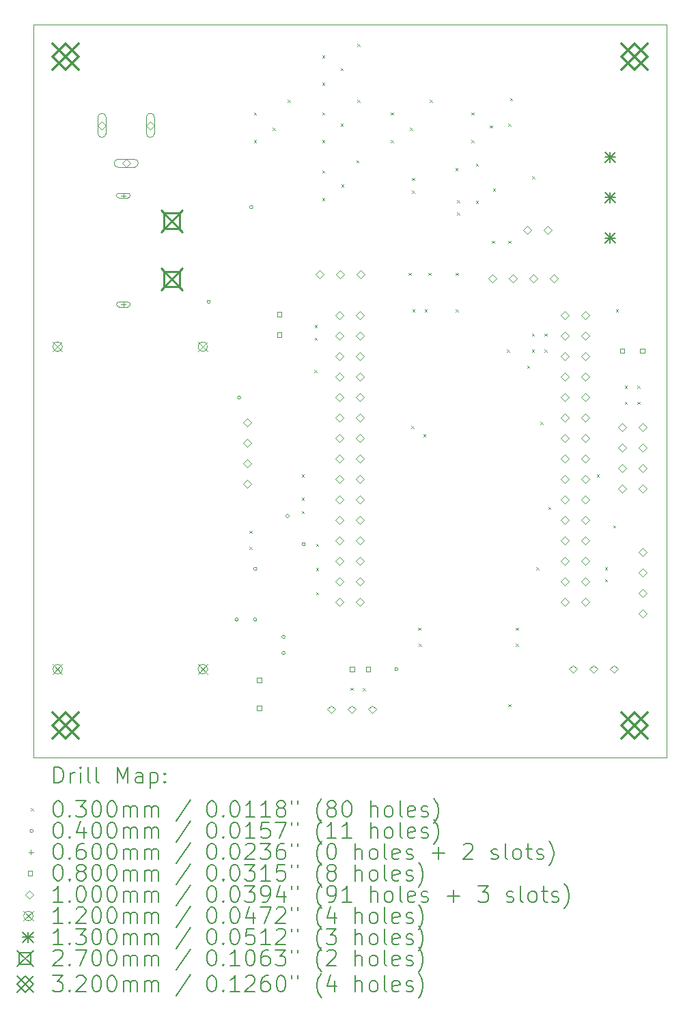
<source format=gbr>
%TF.GenerationSoftware,KiCad,Pcbnew,9.0.4*%
%TF.CreationDate,2025-11-25T21:13:56-05:00*%
%TF.ProjectId,FuSa1,46755361-312e-46b6-9963-61645f706362,rev?*%
%TF.SameCoordinates,Original*%
%TF.FileFunction,Drillmap*%
%TF.FilePolarity,Positive*%
%FSLAX45Y45*%
G04 Gerber Fmt 4.5, Leading zero omitted, Abs format (unit mm)*
G04 Created by KiCad (PCBNEW 9.0.4) date 2025-11-25 21:13:56*
%MOMM*%
%LPD*%
G01*
G04 APERTURE LIST*
%ADD10C,0.050000*%
%ADD11C,0.200000*%
%ADD12C,0.100000*%
%ADD13C,0.120000*%
%ADD14C,0.130000*%
%ADD15C,0.270000*%
%ADD16C,0.320000*%
G04 APERTURE END LIST*
D10*
X5000000Y-5900000D02*
X12850000Y-5900000D01*
X12850000Y-15000000D01*
X5000000Y-15000000D01*
X5000000Y-5900000D01*
D11*
D12*
X7680000Y-12185000D02*
X7710000Y-12215000D01*
X7710000Y-12185000D02*
X7680000Y-12215000D01*
X7680000Y-12385000D02*
X7710000Y-12415000D01*
X7710000Y-12385000D02*
X7680000Y-12415000D01*
X7731250Y-6995000D02*
X7761250Y-7025000D01*
X7761250Y-6995000D02*
X7731250Y-7025000D01*
X7731250Y-7335000D02*
X7761250Y-7365000D01*
X7761250Y-7335000D02*
X7731250Y-7365000D01*
X7967500Y-7185000D02*
X7997500Y-7215000D01*
X7997500Y-7185000D02*
X7967500Y-7215000D01*
X8153750Y-6835000D02*
X8183750Y-6865000D01*
X8183750Y-6835000D02*
X8153750Y-6865000D01*
X8325000Y-11485000D02*
X8355000Y-11515000D01*
X8355000Y-11485000D02*
X8325000Y-11515000D01*
X8325000Y-11775000D02*
X8355000Y-11805000D01*
X8355000Y-11775000D02*
X8325000Y-11805000D01*
X8325000Y-11940000D02*
X8355000Y-11970000D01*
X8355000Y-11940000D02*
X8325000Y-11970000D01*
X8481000Y-10190000D02*
X8511000Y-10220000D01*
X8511000Y-10190000D02*
X8481000Y-10220000D01*
X8485000Y-9630000D02*
X8515000Y-9660000D01*
X8515000Y-9630000D02*
X8485000Y-9660000D01*
X8488000Y-9788000D02*
X8518000Y-9818000D01*
X8518000Y-9788000D02*
X8488000Y-9818000D01*
X8505000Y-12346000D02*
X8535000Y-12376000D01*
X8535000Y-12346000D02*
X8505000Y-12376000D01*
X8505000Y-12646000D02*
X8535000Y-12676000D01*
X8535000Y-12646000D02*
X8505000Y-12676000D01*
X8505000Y-12946000D02*
X8535000Y-12976000D01*
X8535000Y-12946000D02*
X8505000Y-12976000D01*
X8581250Y-6285000D02*
X8611250Y-6315000D01*
X8611250Y-6285000D02*
X8581250Y-6315000D01*
X8581250Y-6625000D02*
X8611250Y-6655000D01*
X8611250Y-6625000D02*
X8581250Y-6655000D01*
X8581250Y-6995000D02*
X8611250Y-7025000D01*
X8611250Y-6995000D02*
X8581250Y-7025000D01*
X8581250Y-7335000D02*
X8611250Y-7365000D01*
X8611250Y-7335000D02*
X8581250Y-7365000D01*
X8581250Y-7715000D02*
X8611250Y-7745000D01*
X8611250Y-7715000D02*
X8581250Y-7745000D01*
X8581250Y-8055000D02*
X8611250Y-8085000D01*
X8611250Y-8055000D02*
X8581250Y-8085000D01*
X8810000Y-6445000D02*
X8840000Y-6475000D01*
X8840000Y-6445000D02*
X8810000Y-6475000D01*
X8810000Y-7135000D02*
X8840000Y-7165000D01*
X8840000Y-7135000D02*
X8810000Y-7165000D01*
X8817500Y-7885000D02*
X8847500Y-7915000D01*
X8847500Y-7885000D02*
X8817500Y-7915000D01*
X8932500Y-14132500D02*
X8962500Y-14162500D01*
X8962500Y-14132500D02*
X8932500Y-14162500D01*
X9003750Y-7585000D02*
X9033750Y-7615000D01*
X9033750Y-7585000D02*
X9003750Y-7615000D01*
X9013750Y-6145000D02*
X9043750Y-6175000D01*
X9043750Y-6145000D02*
X9013750Y-6175000D01*
X9013750Y-6835000D02*
X9043750Y-6865000D01*
X9043750Y-6835000D02*
X9013750Y-6865000D01*
X9085000Y-14135000D02*
X9115000Y-14165000D01*
X9115000Y-14135000D02*
X9085000Y-14165000D01*
X9431250Y-6995000D02*
X9461250Y-7025000D01*
X9461250Y-6995000D02*
X9431250Y-7025000D01*
X9431250Y-7335000D02*
X9461250Y-7365000D01*
X9461250Y-7335000D02*
X9431250Y-7365000D01*
X9648771Y-8985000D02*
X9678771Y-9015000D01*
X9678771Y-8985000D02*
X9648771Y-9015000D01*
X9667500Y-7185000D02*
X9697500Y-7215000D01*
X9697500Y-7185000D02*
X9667500Y-7215000D01*
X9685000Y-10885000D02*
X9715000Y-10915000D01*
X9715000Y-10885000D02*
X9685000Y-10915000D01*
X9695000Y-7807000D02*
X9725000Y-7837000D01*
X9725000Y-7807000D02*
X9695000Y-7837000D01*
X9695000Y-7962000D02*
X9725000Y-7992000D01*
X9725000Y-7962000D02*
X9695000Y-7992000D01*
X9698771Y-9435000D02*
X9728771Y-9465000D01*
X9728771Y-9435000D02*
X9698771Y-9465000D01*
X9770000Y-13385000D02*
X9800000Y-13415000D01*
X9800000Y-13385000D02*
X9770000Y-13415000D01*
X9780000Y-13585000D02*
X9810000Y-13615000D01*
X9810000Y-13585000D02*
X9780000Y-13615000D01*
X9831000Y-10985000D02*
X9861000Y-11015000D01*
X9861000Y-10985000D02*
X9831000Y-11015000D01*
X9848771Y-9435000D02*
X9878771Y-9465000D01*
X9878771Y-9435000D02*
X9848771Y-9465000D01*
X9895771Y-8985000D02*
X9925771Y-9015000D01*
X9925771Y-8985000D02*
X9895771Y-9015000D01*
X9911250Y-6835000D02*
X9941250Y-6865000D01*
X9941250Y-6835000D02*
X9911250Y-6865000D01*
X10230000Y-7685000D02*
X10260000Y-7715000D01*
X10260000Y-7685000D02*
X10230000Y-7715000D01*
X10235000Y-8985000D02*
X10265000Y-9015000D01*
X10265000Y-8985000D02*
X10235000Y-9015000D01*
X10235000Y-9435000D02*
X10265000Y-9465000D01*
X10265000Y-9435000D02*
X10235000Y-9465000D01*
X10250000Y-8080000D02*
X10280000Y-8110000D01*
X10280000Y-8080000D02*
X10250000Y-8110000D01*
X10250000Y-8235000D02*
X10280000Y-8265000D01*
X10280000Y-8235000D02*
X10250000Y-8265000D01*
X10431250Y-6995000D02*
X10461250Y-7025000D01*
X10461250Y-6995000D02*
X10431250Y-7025000D01*
X10431250Y-7335000D02*
X10461250Y-7365000D01*
X10461250Y-7335000D02*
X10431250Y-7365000D01*
X10485000Y-7630000D02*
X10515000Y-7660000D01*
X10515000Y-7630000D02*
X10485000Y-7660000D01*
X10485000Y-8090000D02*
X10515000Y-8120000D01*
X10515000Y-8090000D02*
X10485000Y-8120000D01*
X10660000Y-7155000D02*
X10690000Y-7185000D01*
X10690000Y-7155000D02*
X10660000Y-7185000D01*
X10685000Y-8585000D02*
X10715000Y-8615000D01*
X10715000Y-8585000D02*
X10685000Y-8615000D01*
X10697500Y-7940000D02*
X10727500Y-7970000D01*
X10727500Y-7940000D02*
X10697500Y-7970000D01*
X10870000Y-9935000D02*
X10900000Y-9965000D01*
X10900000Y-9935000D02*
X10870000Y-9965000D01*
X10885000Y-7135000D02*
X10915000Y-7165000D01*
X10915000Y-7135000D02*
X10885000Y-7165000D01*
X10885000Y-8585000D02*
X10915000Y-8615000D01*
X10915000Y-8585000D02*
X10885000Y-8615000D01*
X10885000Y-14335000D02*
X10915000Y-14365000D01*
X10915000Y-14335000D02*
X10885000Y-14365000D01*
X10906250Y-6815000D02*
X10936250Y-6845000D01*
X10936250Y-6815000D02*
X10906250Y-6845000D01*
X10981000Y-13385000D02*
X11011000Y-13415000D01*
X11011000Y-13385000D02*
X10981000Y-13415000D01*
X10981000Y-13585000D02*
X11011000Y-13615000D01*
X11011000Y-13585000D02*
X10981000Y-13615000D01*
X11120000Y-10135000D02*
X11150000Y-10165000D01*
X11150000Y-10135000D02*
X11120000Y-10165000D01*
X11180000Y-9735000D02*
X11210000Y-9765000D01*
X11210000Y-9735000D02*
X11180000Y-9765000D01*
X11180000Y-9935000D02*
X11210000Y-9965000D01*
X11210000Y-9935000D02*
X11180000Y-9965000D01*
X11185000Y-7785000D02*
X11215000Y-7815000D01*
X11215000Y-7785000D02*
X11185000Y-7815000D01*
X11235000Y-12635000D02*
X11265000Y-12665000D01*
X11265000Y-12635000D02*
X11235000Y-12665000D01*
X11285000Y-10835000D02*
X11315000Y-10865000D01*
X11315000Y-10835000D02*
X11285000Y-10865000D01*
X11335000Y-9735000D02*
X11365000Y-9765000D01*
X11365000Y-9735000D02*
X11335000Y-9765000D01*
X11335000Y-9935000D02*
X11365000Y-9965000D01*
X11365000Y-9935000D02*
X11335000Y-9965000D01*
X11384177Y-11885822D02*
X11414177Y-11915822D01*
X11414177Y-11885822D02*
X11384177Y-11915822D01*
X11985000Y-11485000D02*
X12015000Y-11515000D01*
X12015000Y-11485000D02*
X11985000Y-11515000D01*
X12085000Y-12635000D02*
X12115000Y-12665000D01*
X12115000Y-12635000D02*
X12085000Y-12665000D01*
X12085000Y-12785000D02*
X12115000Y-12815000D01*
X12115000Y-12785000D02*
X12085000Y-12815000D01*
X12187376Y-12117623D02*
X12217376Y-12147623D01*
X12217376Y-12117623D02*
X12187376Y-12147623D01*
X12220000Y-9435000D02*
X12250000Y-9465000D01*
X12250000Y-9435000D02*
X12220000Y-9465000D01*
X12330000Y-10385000D02*
X12360000Y-10415000D01*
X12360000Y-10385000D02*
X12330000Y-10415000D01*
X12330000Y-10585000D02*
X12360000Y-10615000D01*
X12360000Y-10585000D02*
X12330000Y-10615000D01*
X12485000Y-10385000D02*
X12515000Y-10415000D01*
X12515000Y-10385000D02*
X12485000Y-10415000D01*
X12485000Y-10585000D02*
X12515000Y-10615000D01*
X12515000Y-10585000D02*
X12485000Y-10615000D01*
X7192500Y-9345000D02*
G75*
G02*
X7152500Y-9345000I-20000J0D01*
G01*
X7152500Y-9345000D02*
G75*
G02*
X7192500Y-9345000I20000J0D01*
G01*
X7540000Y-13285000D02*
G75*
G02*
X7500000Y-13285000I-20000J0D01*
G01*
X7500000Y-13285000D02*
G75*
G02*
X7540000Y-13285000I20000J0D01*
G01*
X7570000Y-10532500D02*
G75*
G02*
X7530000Y-10532500I-20000J0D01*
G01*
X7530000Y-10532500D02*
G75*
G02*
X7570000Y-10532500I20000J0D01*
G01*
X7720000Y-8170000D02*
G75*
G02*
X7680000Y-8170000I-20000J0D01*
G01*
X7680000Y-8170000D02*
G75*
G02*
X7720000Y-8170000I20000J0D01*
G01*
X7770000Y-12655000D02*
G75*
G02*
X7730000Y-12655000I-20000J0D01*
G01*
X7730000Y-12655000D02*
G75*
G02*
X7770000Y-12655000I20000J0D01*
G01*
X7770000Y-13285000D02*
G75*
G02*
X7730000Y-13285000I-20000J0D01*
G01*
X7730000Y-13285000D02*
G75*
G02*
X7770000Y-13285000I20000J0D01*
G01*
X8120000Y-13500000D02*
G75*
G02*
X8080000Y-13500000I-20000J0D01*
G01*
X8080000Y-13500000D02*
G75*
G02*
X8120000Y-13500000I20000J0D01*
G01*
X8120000Y-13700000D02*
G75*
G02*
X8080000Y-13700000I-20000J0D01*
G01*
X8080000Y-13700000D02*
G75*
G02*
X8120000Y-13700000I20000J0D01*
G01*
X8170000Y-12000000D02*
G75*
G02*
X8130000Y-12000000I-20000J0D01*
G01*
X8130000Y-12000000D02*
G75*
G02*
X8170000Y-12000000I20000J0D01*
G01*
X8370000Y-12350000D02*
G75*
G02*
X8330000Y-12350000I-20000J0D01*
G01*
X8330000Y-12350000D02*
G75*
G02*
X8370000Y-12350000I20000J0D01*
G01*
X9520000Y-13900000D02*
G75*
G02*
X9480000Y-13900000I-20000J0D01*
G01*
X9480000Y-13900000D02*
G75*
G02*
X9520000Y-13900000I20000J0D01*
G01*
X6115000Y-7995000D02*
X6115000Y-8055000D01*
X6085000Y-8025000D02*
X6145000Y-8025000D01*
X6060000Y-8055000D02*
X6170000Y-8055000D01*
X6170000Y-7995000D02*
G75*
G02*
X6170000Y-8055000I0J-30000D01*
G01*
X6170000Y-7995000D02*
X6060000Y-7995000D01*
X6060000Y-7995000D02*
G75*
G03*
X6060000Y-8055000I0J-30000D01*
G01*
X6115000Y-9345000D02*
X6115000Y-9405000D01*
X6085000Y-9375000D02*
X6145000Y-9375000D01*
X6060000Y-9405000D02*
X6170000Y-9405000D01*
X6170000Y-9345000D02*
G75*
G02*
X6170000Y-9405000I0J-30000D01*
G01*
X6170000Y-9345000D02*
X6060000Y-9345000D01*
X6060000Y-9345000D02*
G75*
G03*
X6060000Y-9405000I0J-30000D01*
G01*
X7828284Y-14063019D02*
X7828284Y-14006450D01*
X7771715Y-14006450D01*
X7771715Y-14063019D01*
X7828284Y-14063019D01*
X7828284Y-14413019D02*
X7828284Y-14356450D01*
X7771715Y-14356450D01*
X7771715Y-14413019D01*
X7828284Y-14413019D01*
X8078284Y-9528285D02*
X8078284Y-9471716D01*
X8021715Y-9471716D01*
X8021715Y-9528285D01*
X8078284Y-9528285D01*
X8078284Y-9778285D02*
X8078284Y-9721716D01*
X8021715Y-9721716D01*
X8021715Y-9778285D01*
X8078284Y-9778285D01*
X8978285Y-13928284D02*
X8978285Y-13871715D01*
X8921716Y-13871715D01*
X8921716Y-13928284D01*
X8978285Y-13928284D01*
X9178285Y-13928284D02*
X9178285Y-13871715D01*
X9121716Y-13871715D01*
X9121716Y-13928284D01*
X9178285Y-13928284D01*
X12328284Y-9978285D02*
X12328284Y-9921716D01*
X12271715Y-9921716D01*
X12271715Y-9978285D01*
X12328284Y-9978285D01*
X12578284Y-9978285D02*
X12578284Y-9921716D01*
X12521715Y-9921716D01*
X12521715Y-9978285D01*
X12578284Y-9978285D01*
X5850000Y-7204250D02*
X5900000Y-7154250D01*
X5850000Y-7104250D01*
X5800000Y-7154250D01*
X5850000Y-7204250D01*
X5800000Y-7054250D02*
X5800000Y-7254250D01*
X5900000Y-7254250D02*
G75*
G02*
X5800000Y-7254250I-50000J0D01*
G01*
X5900000Y-7254250D02*
X5900000Y-7054250D01*
X5900000Y-7054250D02*
G75*
G03*
X5800000Y-7054250I-50000J0D01*
G01*
X6150000Y-7674250D02*
X6200000Y-7624250D01*
X6150000Y-7574250D01*
X6100000Y-7624250D01*
X6150000Y-7674250D01*
X6050000Y-7674250D02*
X6250000Y-7674250D01*
X6250000Y-7574250D02*
G75*
G02*
X6250000Y-7674250I0J-50000D01*
G01*
X6250000Y-7574250D02*
X6050000Y-7574250D01*
X6050000Y-7574250D02*
G75*
G03*
X6050000Y-7674250I0J-50000D01*
G01*
X6450000Y-7204250D02*
X6500000Y-7154250D01*
X6450000Y-7104250D01*
X6400000Y-7154250D01*
X6450000Y-7204250D01*
X6400000Y-7054250D02*
X6400000Y-7254250D01*
X6500000Y-7254250D02*
G75*
G02*
X6400000Y-7254250I-50000J0D01*
G01*
X6500000Y-7254250D02*
X6500000Y-7054250D01*
X6500000Y-7054250D02*
G75*
G03*
X6400000Y-7054250I-50000J0D01*
G01*
X7650000Y-10892000D02*
X7700000Y-10842000D01*
X7650000Y-10792000D01*
X7600000Y-10842000D01*
X7650000Y-10892000D01*
X7650000Y-11146000D02*
X7700000Y-11096000D01*
X7650000Y-11046000D01*
X7600000Y-11096000D01*
X7650000Y-11146000D01*
X7650000Y-11400000D02*
X7700000Y-11350000D01*
X7650000Y-11300000D01*
X7600000Y-11350000D01*
X7650000Y-11400000D01*
X7650000Y-11654000D02*
X7700000Y-11604000D01*
X7650000Y-11554000D01*
X7600000Y-11604000D01*
X7650000Y-11654000D01*
X8546000Y-9050000D02*
X8596000Y-9000000D01*
X8546000Y-8950000D01*
X8496000Y-9000000D01*
X8546000Y-9050000D01*
X8692000Y-14450000D02*
X8742000Y-14400000D01*
X8692000Y-14350000D01*
X8642000Y-14400000D01*
X8692000Y-14450000D01*
X8796000Y-9560000D02*
X8846000Y-9510000D01*
X8796000Y-9460000D01*
X8746000Y-9510000D01*
X8796000Y-9560000D01*
X8796000Y-9814000D02*
X8846000Y-9764000D01*
X8796000Y-9714000D01*
X8746000Y-9764000D01*
X8796000Y-9814000D01*
X8796000Y-10068000D02*
X8846000Y-10018000D01*
X8796000Y-9968000D01*
X8746000Y-10018000D01*
X8796000Y-10068000D01*
X8796000Y-10322000D02*
X8846000Y-10272000D01*
X8796000Y-10222000D01*
X8746000Y-10272000D01*
X8796000Y-10322000D01*
X8796000Y-10576000D02*
X8846000Y-10526000D01*
X8796000Y-10476000D01*
X8746000Y-10526000D01*
X8796000Y-10576000D01*
X8796000Y-10830000D02*
X8846000Y-10780000D01*
X8796000Y-10730000D01*
X8746000Y-10780000D01*
X8796000Y-10830000D01*
X8796000Y-11084000D02*
X8846000Y-11034000D01*
X8796000Y-10984000D01*
X8746000Y-11034000D01*
X8796000Y-11084000D01*
X8796000Y-11338000D02*
X8846000Y-11288000D01*
X8796000Y-11238000D01*
X8746000Y-11288000D01*
X8796000Y-11338000D01*
X8796000Y-11592000D02*
X8846000Y-11542000D01*
X8796000Y-11492000D01*
X8746000Y-11542000D01*
X8796000Y-11592000D01*
X8796000Y-11846000D02*
X8846000Y-11796000D01*
X8796000Y-11746000D01*
X8746000Y-11796000D01*
X8796000Y-11846000D01*
X8796000Y-12100000D02*
X8846000Y-12050000D01*
X8796000Y-12000000D01*
X8746000Y-12050000D01*
X8796000Y-12100000D01*
X8796000Y-12354000D02*
X8846000Y-12304000D01*
X8796000Y-12254000D01*
X8746000Y-12304000D01*
X8796000Y-12354000D01*
X8796000Y-12608000D02*
X8846000Y-12558000D01*
X8796000Y-12508000D01*
X8746000Y-12558000D01*
X8796000Y-12608000D01*
X8796000Y-12862000D02*
X8846000Y-12812000D01*
X8796000Y-12762000D01*
X8746000Y-12812000D01*
X8796000Y-12862000D01*
X8796000Y-13116000D02*
X8846000Y-13066000D01*
X8796000Y-13016000D01*
X8746000Y-13066000D01*
X8796000Y-13116000D01*
X8800000Y-9050000D02*
X8850000Y-9000000D01*
X8800000Y-8950000D01*
X8750000Y-9000000D01*
X8800000Y-9050000D01*
X8946000Y-14450000D02*
X8996000Y-14400000D01*
X8946000Y-14350000D01*
X8896000Y-14400000D01*
X8946000Y-14450000D01*
X9050000Y-9560000D02*
X9100000Y-9510000D01*
X9050000Y-9460000D01*
X9000000Y-9510000D01*
X9050000Y-9560000D01*
X9050000Y-9814000D02*
X9100000Y-9764000D01*
X9050000Y-9714000D01*
X9000000Y-9764000D01*
X9050000Y-9814000D01*
X9050000Y-10068000D02*
X9100000Y-10018000D01*
X9050000Y-9968000D01*
X9000000Y-10018000D01*
X9050000Y-10068000D01*
X9050000Y-10322000D02*
X9100000Y-10272000D01*
X9050000Y-10222000D01*
X9000000Y-10272000D01*
X9050000Y-10322000D01*
X9050000Y-10576000D02*
X9100000Y-10526000D01*
X9050000Y-10476000D01*
X9000000Y-10526000D01*
X9050000Y-10576000D01*
X9050000Y-10830000D02*
X9100000Y-10780000D01*
X9050000Y-10730000D01*
X9000000Y-10780000D01*
X9050000Y-10830000D01*
X9050000Y-11084000D02*
X9100000Y-11034000D01*
X9050000Y-10984000D01*
X9000000Y-11034000D01*
X9050000Y-11084000D01*
X9050000Y-11338000D02*
X9100000Y-11288000D01*
X9050000Y-11238000D01*
X9000000Y-11288000D01*
X9050000Y-11338000D01*
X9050000Y-11592000D02*
X9100000Y-11542000D01*
X9050000Y-11492000D01*
X9000000Y-11542000D01*
X9050000Y-11592000D01*
X9050000Y-11846000D02*
X9100000Y-11796000D01*
X9050000Y-11746000D01*
X9000000Y-11796000D01*
X9050000Y-11846000D01*
X9050000Y-12100000D02*
X9100000Y-12050000D01*
X9050000Y-12000000D01*
X9000000Y-12050000D01*
X9050000Y-12100000D01*
X9050000Y-12354000D02*
X9100000Y-12304000D01*
X9050000Y-12254000D01*
X9000000Y-12304000D01*
X9050000Y-12354000D01*
X9050000Y-12608000D02*
X9100000Y-12558000D01*
X9050000Y-12508000D01*
X9000000Y-12558000D01*
X9050000Y-12608000D01*
X9050000Y-12862000D02*
X9100000Y-12812000D01*
X9050000Y-12762000D01*
X9000000Y-12812000D01*
X9050000Y-12862000D01*
X9050000Y-13116000D02*
X9100000Y-13066000D01*
X9050000Y-13016000D01*
X9000000Y-13066000D01*
X9050000Y-13116000D01*
X9054000Y-9050000D02*
X9104000Y-9000000D01*
X9054000Y-8950000D01*
X9004000Y-9000000D01*
X9054000Y-9050000D01*
X9200000Y-14450000D02*
X9250000Y-14400000D01*
X9200000Y-14350000D01*
X9150000Y-14400000D01*
X9200000Y-14450000D01*
X10688000Y-9100000D02*
X10738000Y-9050000D01*
X10688000Y-9000000D01*
X10638000Y-9050000D01*
X10688000Y-9100000D01*
X10942000Y-9100000D02*
X10992000Y-9050000D01*
X10942000Y-9000000D01*
X10892000Y-9050000D01*
X10942000Y-9100000D01*
X11123500Y-8500000D02*
X11173500Y-8450000D01*
X11123500Y-8400000D01*
X11073500Y-8450000D01*
X11123500Y-8500000D01*
X11196000Y-9100000D02*
X11246000Y-9050000D01*
X11196000Y-9000000D01*
X11146000Y-9050000D01*
X11196000Y-9100000D01*
X11377500Y-8500000D02*
X11427500Y-8450000D01*
X11377500Y-8400000D01*
X11327500Y-8450000D01*
X11377500Y-8500000D01*
X11450000Y-9100000D02*
X11500000Y-9050000D01*
X11450000Y-9000000D01*
X11400000Y-9050000D01*
X11450000Y-9100000D01*
X11590000Y-9560000D02*
X11640000Y-9510000D01*
X11590000Y-9460000D01*
X11540000Y-9510000D01*
X11590000Y-9560000D01*
X11590000Y-9814000D02*
X11640000Y-9764000D01*
X11590000Y-9714000D01*
X11540000Y-9764000D01*
X11590000Y-9814000D01*
X11590000Y-10068000D02*
X11640000Y-10018000D01*
X11590000Y-9968000D01*
X11540000Y-10018000D01*
X11590000Y-10068000D01*
X11590000Y-10322000D02*
X11640000Y-10272000D01*
X11590000Y-10222000D01*
X11540000Y-10272000D01*
X11590000Y-10322000D01*
X11590000Y-10576000D02*
X11640000Y-10526000D01*
X11590000Y-10476000D01*
X11540000Y-10526000D01*
X11590000Y-10576000D01*
X11590000Y-10830000D02*
X11640000Y-10780000D01*
X11590000Y-10730000D01*
X11540000Y-10780000D01*
X11590000Y-10830000D01*
X11590000Y-11084000D02*
X11640000Y-11034000D01*
X11590000Y-10984000D01*
X11540000Y-11034000D01*
X11590000Y-11084000D01*
X11590000Y-11338000D02*
X11640000Y-11288000D01*
X11590000Y-11238000D01*
X11540000Y-11288000D01*
X11590000Y-11338000D01*
X11590000Y-11592000D02*
X11640000Y-11542000D01*
X11590000Y-11492000D01*
X11540000Y-11542000D01*
X11590000Y-11592000D01*
X11590000Y-11846000D02*
X11640000Y-11796000D01*
X11590000Y-11746000D01*
X11540000Y-11796000D01*
X11590000Y-11846000D01*
X11590000Y-12100000D02*
X11640000Y-12050000D01*
X11590000Y-12000000D01*
X11540000Y-12050000D01*
X11590000Y-12100000D01*
X11590000Y-12354000D02*
X11640000Y-12304000D01*
X11590000Y-12254000D01*
X11540000Y-12304000D01*
X11590000Y-12354000D01*
X11590000Y-12608000D02*
X11640000Y-12558000D01*
X11590000Y-12508000D01*
X11540000Y-12558000D01*
X11590000Y-12608000D01*
X11590000Y-12862000D02*
X11640000Y-12812000D01*
X11590000Y-12762000D01*
X11540000Y-12812000D01*
X11590000Y-12862000D01*
X11590000Y-13116000D02*
X11640000Y-13066000D01*
X11590000Y-13016000D01*
X11540000Y-13066000D01*
X11590000Y-13116000D01*
X11692000Y-13950000D02*
X11742000Y-13900000D01*
X11692000Y-13850000D01*
X11642000Y-13900000D01*
X11692000Y-13950000D01*
X11844000Y-9560000D02*
X11894000Y-9510000D01*
X11844000Y-9460000D01*
X11794000Y-9510000D01*
X11844000Y-9560000D01*
X11844000Y-9814000D02*
X11894000Y-9764000D01*
X11844000Y-9714000D01*
X11794000Y-9764000D01*
X11844000Y-9814000D01*
X11844000Y-10068000D02*
X11894000Y-10018000D01*
X11844000Y-9968000D01*
X11794000Y-10018000D01*
X11844000Y-10068000D01*
X11844000Y-10322000D02*
X11894000Y-10272000D01*
X11844000Y-10222000D01*
X11794000Y-10272000D01*
X11844000Y-10322000D01*
X11844000Y-10576000D02*
X11894000Y-10526000D01*
X11844000Y-10476000D01*
X11794000Y-10526000D01*
X11844000Y-10576000D01*
X11844000Y-10830000D02*
X11894000Y-10780000D01*
X11844000Y-10730000D01*
X11794000Y-10780000D01*
X11844000Y-10830000D01*
X11844000Y-11084000D02*
X11894000Y-11034000D01*
X11844000Y-10984000D01*
X11794000Y-11034000D01*
X11844000Y-11084000D01*
X11844000Y-11338000D02*
X11894000Y-11288000D01*
X11844000Y-11238000D01*
X11794000Y-11288000D01*
X11844000Y-11338000D01*
X11844000Y-11592000D02*
X11894000Y-11542000D01*
X11844000Y-11492000D01*
X11794000Y-11542000D01*
X11844000Y-11592000D01*
X11844000Y-11846000D02*
X11894000Y-11796000D01*
X11844000Y-11746000D01*
X11794000Y-11796000D01*
X11844000Y-11846000D01*
X11844000Y-12100000D02*
X11894000Y-12050000D01*
X11844000Y-12000000D01*
X11794000Y-12050000D01*
X11844000Y-12100000D01*
X11844000Y-12354000D02*
X11894000Y-12304000D01*
X11844000Y-12254000D01*
X11794000Y-12304000D01*
X11844000Y-12354000D01*
X11844000Y-12608000D02*
X11894000Y-12558000D01*
X11844000Y-12508000D01*
X11794000Y-12558000D01*
X11844000Y-12608000D01*
X11844000Y-12862000D02*
X11894000Y-12812000D01*
X11844000Y-12762000D01*
X11794000Y-12812000D01*
X11844000Y-12862000D01*
X11844000Y-13116000D02*
X11894000Y-13066000D01*
X11844000Y-13016000D01*
X11794000Y-13066000D01*
X11844000Y-13116000D01*
X11946000Y-13950000D02*
X11996000Y-13900000D01*
X11946000Y-13850000D01*
X11896000Y-13900000D01*
X11946000Y-13950000D01*
X12200000Y-13950000D02*
X12250000Y-13900000D01*
X12200000Y-13850000D01*
X12150000Y-13900000D01*
X12200000Y-13950000D01*
X12296000Y-10946000D02*
X12346000Y-10896000D01*
X12296000Y-10846000D01*
X12246000Y-10896000D01*
X12296000Y-10946000D01*
X12296000Y-11200000D02*
X12346000Y-11150000D01*
X12296000Y-11100000D01*
X12246000Y-11150000D01*
X12296000Y-11200000D01*
X12296000Y-11454000D02*
X12346000Y-11404000D01*
X12296000Y-11354000D01*
X12246000Y-11404000D01*
X12296000Y-11454000D01*
X12296000Y-11708000D02*
X12346000Y-11658000D01*
X12296000Y-11608000D01*
X12246000Y-11658000D01*
X12296000Y-11708000D01*
X12550000Y-10946000D02*
X12600000Y-10896000D01*
X12550000Y-10846000D01*
X12500000Y-10896000D01*
X12550000Y-10946000D01*
X12550000Y-11200000D02*
X12600000Y-11150000D01*
X12550000Y-11100000D01*
X12500000Y-11150000D01*
X12550000Y-11200000D01*
X12550000Y-11454000D02*
X12600000Y-11404000D01*
X12550000Y-11354000D01*
X12500000Y-11404000D01*
X12550000Y-11454000D01*
X12550000Y-11708000D02*
X12600000Y-11658000D01*
X12550000Y-11608000D01*
X12500000Y-11658000D01*
X12550000Y-11708000D01*
X12550000Y-12496000D02*
X12600000Y-12446000D01*
X12550000Y-12396000D01*
X12500000Y-12446000D01*
X12550000Y-12496000D01*
X12550000Y-12750000D02*
X12600000Y-12700000D01*
X12550000Y-12650000D01*
X12500000Y-12700000D01*
X12550000Y-12750000D01*
X12550000Y-13004000D02*
X12600000Y-12954000D01*
X12550000Y-12904000D01*
X12500000Y-12954000D01*
X12550000Y-13004000D01*
X12550000Y-13258000D02*
X12600000Y-13208000D01*
X12550000Y-13158000D01*
X12500000Y-13208000D01*
X12550000Y-13258000D01*
D13*
X5240000Y-9840000D02*
X5360000Y-9960000D01*
X5360000Y-9840000D02*
X5240000Y-9960000D01*
X5360000Y-9900000D02*
G75*
G02*
X5240000Y-9900000I-60000J0D01*
G01*
X5240000Y-9900000D02*
G75*
G02*
X5360000Y-9900000I60000J0D01*
G01*
X5240000Y-13840000D02*
X5360000Y-13960000D01*
X5360000Y-13840000D02*
X5240000Y-13960000D01*
X5360000Y-13900000D02*
G75*
G02*
X5240000Y-13900000I-60000J0D01*
G01*
X5240000Y-13900000D02*
G75*
G02*
X5360000Y-13900000I60000J0D01*
G01*
X7040000Y-9840000D02*
X7160000Y-9960000D01*
X7160000Y-9840000D02*
X7040000Y-9960000D01*
X7160000Y-9900000D02*
G75*
G02*
X7040000Y-9900000I-60000J0D01*
G01*
X7040000Y-9900000D02*
G75*
G02*
X7160000Y-9900000I60000J0D01*
G01*
X7040000Y-13840000D02*
X7160000Y-13960000D01*
X7160000Y-13840000D02*
X7040000Y-13960000D01*
X7160000Y-13900000D02*
G75*
G02*
X7040000Y-13900000I-60000J0D01*
G01*
X7040000Y-13900000D02*
G75*
G02*
X7160000Y-13900000I60000J0D01*
G01*
D14*
X12085000Y-7485000D02*
X12215000Y-7615000D01*
X12215000Y-7485000D02*
X12085000Y-7615000D01*
X12150000Y-7485000D02*
X12150000Y-7615000D01*
X12085000Y-7550000D02*
X12215000Y-7550000D01*
X12085000Y-7985000D02*
X12215000Y-8115000D01*
X12215000Y-7985000D02*
X12085000Y-8115000D01*
X12150000Y-7985000D02*
X12150000Y-8115000D01*
X12085000Y-8050000D02*
X12215000Y-8050000D01*
X12085000Y-8485000D02*
X12215000Y-8615000D01*
X12215000Y-8485000D02*
X12085000Y-8615000D01*
X12150000Y-8485000D02*
X12150000Y-8615000D01*
X12085000Y-8550000D02*
X12215000Y-8550000D01*
D15*
X6580000Y-8205000D02*
X6850000Y-8475000D01*
X6850000Y-8205000D02*
X6580000Y-8475000D01*
X6810460Y-8435460D02*
X6810460Y-8244540D01*
X6619540Y-8244540D01*
X6619540Y-8435460D01*
X6810460Y-8435460D01*
X6580000Y-8925000D02*
X6850000Y-9195000D01*
X6850000Y-8925000D02*
X6580000Y-9195000D01*
X6810460Y-9155460D02*
X6810460Y-8964540D01*
X6619540Y-8964540D01*
X6619540Y-9155460D01*
X6810460Y-9155460D01*
D16*
X5240000Y-6140000D02*
X5560000Y-6460000D01*
X5560000Y-6140000D02*
X5240000Y-6460000D01*
X5400000Y-6460000D02*
X5560000Y-6300000D01*
X5400000Y-6140000D01*
X5240000Y-6300000D01*
X5400000Y-6460000D01*
X5240000Y-14440000D02*
X5560000Y-14760000D01*
X5560000Y-14440000D02*
X5240000Y-14760000D01*
X5400000Y-14760000D02*
X5560000Y-14600000D01*
X5400000Y-14440000D01*
X5240000Y-14600000D01*
X5400000Y-14760000D01*
X12290000Y-6140000D02*
X12610000Y-6460000D01*
X12610000Y-6140000D02*
X12290000Y-6460000D01*
X12450000Y-6460000D02*
X12610000Y-6300000D01*
X12450000Y-6140000D01*
X12290000Y-6300000D01*
X12450000Y-6460000D01*
X12290000Y-14440000D02*
X12610000Y-14760000D01*
X12610000Y-14440000D02*
X12290000Y-14760000D01*
X12450000Y-14760000D02*
X12610000Y-14600000D01*
X12450000Y-14440000D01*
X12290000Y-14600000D01*
X12450000Y-14760000D01*
D11*
X5258277Y-15313984D02*
X5258277Y-15113984D01*
X5258277Y-15113984D02*
X5305896Y-15113984D01*
X5305896Y-15113984D02*
X5334467Y-15123508D01*
X5334467Y-15123508D02*
X5353515Y-15142555D01*
X5353515Y-15142555D02*
X5363039Y-15161603D01*
X5363039Y-15161603D02*
X5372563Y-15199698D01*
X5372563Y-15199698D02*
X5372563Y-15228269D01*
X5372563Y-15228269D02*
X5363039Y-15266365D01*
X5363039Y-15266365D02*
X5353515Y-15285412D01*
X5353515Y-15285412D02*
X5334467Y-15304460D01*
X5334467Y-15304460D02*
X5305896Y-15313984D01*
X5305896Y-15313984D02*
X5258277Y-15313984D01*
X5458277Y-15313984D02*
X5458277Y-15180650D01*
X5458277Y-15218746D02*
X5467801Y-15199698D01*
X5467801Y-15199698D02*
X5477324Y-15190174D01*
X5477324Y-15190174D02*
X5496372Y-15180650D01*
X5496372Y-15180650D02*
X5515420Y-15180650D01*
X5582086Y-15313984D02*
X5582086Y-15180650D01*
X5582086Y-15113984D02*
X5572563Y-15123508D01*
X5572563Y-15123508D02*
X5582086Y-15133031D01*
X5582086Y-15133031D02*
X5591610Y-15123508D01*
X5591610Y-15123508D02*
X5582086Y-15113984D01*
X5582086Y-15113984D02*
X5582086Y-15133031D01*
X5705896Y-15313984D02*
X5686848Y-15304460D01*
X5686848Y-15304460D02*
X5677324Y-15285412D01*
X5677324Y-15285412D02*
X5677324Y-15113984D01*
X5810658Y-15313984D02*
X5791610Y-15304460D01*
X5791610Y-15304460D02*
X5782086Y-15285412D01*
X5782086Y-15285412D02*
X5782086Y-15113984D01*
X6039229Y-15313984D02*
X6039229Y-15113984D01*
X6039229Y-15113984D02*
X6105896Y-15256841D01*
X6105896Y-15256841D02*
X6172562Y-15113984D01*
X6172562Y-15113984D02*
X6172562Y-15313984D01*
X6353515Y-15313984D02*
X6353515Y-15209222D01*
X6353515Y-15209222D02*
X6343991Y-15190174D01*
X6343991Y-15190174D02*
X6324943Y-15180650D01*
X6324943Y-15180650D02*
X6286848Y-15180650D01*
X6286848Y-15180650D02*
X6267801Y-15190174D01*
X6353515Y-15304460D02*
X6334467Y-15313984D01*
X6334467Y-15313984D02*
X6286848Y-15313984D01*
X6286848Y-15313984D02*
X6267801Y-15304460D01*
X6267801Y-15304460D02*
X6258277Y-15285412D01*
X6258277Y-15285412D02*
X6258277Y-15266365D01*
X6258277Y-15266365D02*
X6267801Y-15247317D01*
X6267801Y-15247317D02*
X6286848Y-15237793D01*
X6286848Y-15237793D02*
X6334467Y-15237793D01*
X6334467Y-15237793D02*
X6353515Y-15228269D01*
X6448753Y-15180650D02*
X6448753Y-15380650D01*
X6448753Y-15190174D02*
X6467801Y-15180650D01*
X6467801Y-15180650D02*
X6505896Y-15180650D01*
X6505896Y-15180650D02*
X6524943Y-15190174D01*
X6524943Y-15190174D02*
X6534467Y-15199698D01*
X6534467Y-15199698D02*
X6543991Y-15218746D01*
X6543991Y-15218746D02*
X6543991Y-15275888D01*
X6543991Y-15275888D02*
X6534467Y-15294936D01*
X6534467Y-15294936D02*
X6524943Y-15304460D01*
X6524943Y-15304460D02*
X6505896Y-15313984D01*
X6505896Y-15313984D02*
X6467801Y-15313984D01*
X6467801Y-15313984D02*
X6448753Y-15304460D01*
X6629705Y-15294936D02*
X6639229Y-15304460D01*
X6639229Y-15304460D02*
X6629705Y-15313984D01*
X6629705Y-15313984D02*
X6620182Y-15304460D01*
X6620182Y-15304460D02*
X6629705Y-15294936D01*
X6629705Y-15294936D02*
X6629705Y-15313984D01*
X6629705Y-15190174D02*
X6639229Y-15199698D01*
X6639229Y-15199698D02*
X6629705Y-15209222D01*
X6629705Y-15209222D02*
X6620182Y-15199698D01*
X6620182Y-15199698D02*
X6629705Y-15190174D01*
X6629705Y-15190174D02*
X6629705Y-15209222D01*
D12*
X4967500Y-15627500D02*
X4997500Y-15657500D01*
X4997500Y-15627500D02*
X4967500Y-15657500D01*
D11*
X5296372Y-15533984D02*
X5315420Y-15533984D01*
X5315420Y-15533984D02*
X5334467Y-15543508D01*
X5334467Y-15543508D02*
X5343991Y-15553031D01*
X5343991Y-15553031D02*
X5353515Y-15572079D01*
X5353515Y-15572079D02*
X5363039Y-15610174D01*
X5363039Y-15610174D02*
X5363039Y-15657793D01*
X5363039Y-15657793D02*
X5353515Y-15695888D01*
X5353515Y-15695888D02*
X5343991Y-15714936D01*
X5343991Y-15714936D02*
X5334467Y-15724460D01*
X5334467Y-15724460D02*
X5315420Y-15733984D01*
X5315420Y-15733984D02*
X5296372Y-15733984D01*
X5296372Y-15733984D02*
X5277324Y-15724460D01*
X5277324Y-15724460D02*
X5267801Y-15714936D01*
X5267801Y-15714936D02*
X5258277Y-15695888D01*
X5258277Y-15695888D02*
X5248753Y-15657793D01*
X5248753Y-15657793D02*
X5248753Y-15610174D01*
X5248753Y-15610174D02*
X5258277Y-15572079D01*
X5258277Y-15572079D02*
X5267801Y-15553031D01*
X5267801Y-15553031D02*
X5277324Y-15543508D01*
X5277324Y-15543508D02*
X5296372Y-15533984D01*
X5448753Y-15714936D02*
X5458277Y-15724460D01*
X5458277Y-15724460D02*
X5448753Y-15733984D01*
X5448753Y-15733984D02*
X5439229Y-15724460D01*
X5439229Y-15724460D02*
X5448753Y-15714936D01*
X5448753Y-15714936D02*
X5448753Y-15733984D01*
X5524944Y-15533984D02*
X5648753Y-15533984D01*
X5648753Y-15533984D02*
X5582086Y-15610174D01*
X5582086Y-15610174D02*
X5610658Y-15610174D01*
X5610658Y-15610174D02*
X5629705Y-15619698D01*
X5629705Y-15619698D02*
X5639229Y-15629222D01*
X5639229Y-15629222D02*
X5648753Y-15648269D01*
X5648753Y-15648269D02*
X5648753Y-15695888D01*
X5648753Y-15695888D02*
X5639229Y-15714936D01*
X5639229Y-15714936D02*
X5629705Y-15724460D01*
X5629705Y-15724460D02*
X5610658Y-15733984D01*
X5610658Y-15733984D02*
X5553515Y-15733984D01*
X5553515Y-15733984D02*
X5534467Y-15724460D01*
X5534467Y-15724460D02*
X5524944Y-15714936D01*
X5772562Y-15533984D02*
X5791610Y-15533984D01*
X5791610Y-15533984D02*
X5810658Y-15543508D01*
X5810658Y-15543508D02*
X5820182Y-15553031D01*
X5820182Y-15553031D02*
X5829705Y-15572079D01*
X5829705Y-15572079D02*
X5839229Y-15610174D01*
X5839229Y-15610174D02*
X5839229Y-15657793D01*
X5839229Y-15657793D02*
X5829705Y-15695888D01*
X5829705Y-15695888D02*
X5820182Y-15714936D01*
X5820182Y-15714936D02*
X5810658Y-15724460D01*
X5810658Y-15724460D02*
X5791610Y-15733984D01*
X5791610Y-15733984D02*
X5772562Y-15733984D01*
X5772562Y-15733984D02*
X5753515Y-15724460D01*
X5753515Y-15724460D02*
X5743991Y-15714936D01*
X5743991Y-15714936D02*
X5734467Y-15695888D01*
X5734467Y-15695888D02*
X5724943Y-15657793D01*
X5724943Y-15657793D02*
X5724943Y-15610174D01*
X5724943Y-15610174D02*
X5734467Y-15572079D01*
X5734467Y-15572079D02*
X5743991Y-15553031D01*
X5743991Y-15553031D02*
X5753515Y-15543508D01*
X5753515Y-15543508D02*
X5772562Y-15533984D01*
X5963039Y-15533984D02*
X5982086Y-15533984D01*
X5982086Y-15533984D02*
X6001134Y-15543508D01*
X6001134Y-15543508D02*
X6010658Y-15553031D01*
X6010658Y-15553031D02*
X6020182Y-15572079D01*
X6020182Y-15572079D02*
X6029705Y-15610174D01*
X6029705Y-15610174D02*
X6029705Y-15657793D01*
X6029705Y-15657793D02*
X6020182Y-15695888D01*
X6020182Y-15695888D02*
X6010658Y-15714936D01*
X6010658Y-15714936D02*
X6001134Y-15724460D01*
X6001134Y-15724460D02*
X5982086Y-15733984D01*
X5982086Y-15733984D02*
X5963039Y-15733984D01*
X5963039Y-15733984D02*
X5943991Y-15724460D01*
X5943991Y-15724460D02*
X5934467Y-15714936D01*
X5934467Y-15714936D02*
X5924943Y-15695888D01*
X5924943Y-15695888D02*
X5915420Y-15657793D01*
X5915420Y-15657793D02*
X5915420Y-15610174D01*
X5915420Y-15610174D02*
X5924943Y-15572079D01*
X5924943Y-15572079D02*
X5934467Y-15553031D01*
X5934467Y-15553031D02*
X5943991Y-15543508D01*
X5943991Y-15543508D02*
X5963039Y-15533984D01*
X6115420Y-15733984D02*
X6115420Y-15600650D01*
X6115420Y-15619698D02*
X6124943Y-15610174D01*
X6124943Y-15610174D02*
X6143991Y-15600650D01*
X6143991Y-15600650D02*
X6172563Y-15600650D01*
X6172563Y-15600650D02*
X6191610Y-15610174D01*
X6191610Y-15610174D02*
X6201134Y-15629222D01*
X6201134Y-15629222D02*
X6201134Y-15733984D01*
X6201134Y-15629222D02*
X6210658Y-15610174D01*
X6210658Y-15610174D02*
X6229705Y-15600650D01*
X6229705Y-15600650D02*
X6258277Y-15600650D01*
X6258277Y-15600650D02*
X6277324Y-15610174D01*
X6277324Y-15610174D02*
X6286848Y-15629222D01*
X6286848Y-15629222D02*
X6286848Y-15733984D01*
X6382086Y-15733984D02*
X6382086Y-15600650D01*
X6382086Y-15619698D02*
X6391610Y-15610174D01*
X6391610Y-15610174D02*
X6410658Y-15600650D01*
X6410658Y-15600650D02*
X6439229Y-15600650D01*
X6439229Y-15600650D02*
X6458277Y-15610174D01*
X6458277Y-15610174D02*
X6467801Y-15629222D01*
X6467801Y-15629222D02*
X6467801Y-15733984D01*
X6467801Y-15629222D02*
X6477324Y-15610174D01*
X6477324Y-15610174D02*
X6496372Y-15600650D01*
X6496372Y-15600650D02*
X6524943Y-15600650D01*
X6524943Y-15600650D02*
X6543991Y-15610174D01*
X6543991Y-15610174D02*
X6553515Y-15629222D01*
X6553515Y-15629222D02*
X6553515Y-15733984D01*
X6943991Y-15524460D02*
X6772563Y-15781603D01*
X7201134Y-15533984D02*
X7220182Y-15533984D01*
X7220182Y-15533984D02*
X7239229Y-15543508D01*
X7239229Y-15543508D02*
X7248753Y-15553031D01*
X7248753Y-15553031D02*
X7258277Y-15572079D01*
X7258277Y-15572079D02*
X7267801Y-15610174D01*
X7267801Y-15610174D02*
X7267801Y-15657793D01*
X7267801Y-15657793D02*
X7258277Y-15695888D01*
X7258277Y-15695888D02*
X7248753Y-15714936D01*
X7248753Y-15714936D02*
X7239229Y-15724460D01*
X7239229Y-15724460D02*
X7220182Y-15733984D01*
X7220182Y-15733984D02*
X7201134Y-15733984D01*
X7201134Y-15733984D02*
X7182086Y-15724460D01*
X7182086Y-15724460D02*
X7172563Y-15714936D01*
X7172563Y-15714936D02*
X7163039Y-15695888D01*
X7163039Y-15695888D02*
X7153515Y-15657793D01*
X7153515Y-15657793D02*
X7153515Y-15610174D01*
X7153515Y-15610174D02*
X7163039Y-15572079D01*
X7163039Y-15572079D02*
X7172563Y-15553031D01*
X7172563Y-15553031D02*
X7182086Y-15543508D01*
X7182086Y-15543508D02*
X7201134Y-15533984D01*
X7353515Y-15714936D02*
X7363039Y-15724460D01*
X7363039Y-15724460D02*
X7353515Y-15733984D01*
X7353515Y-15733984D02*
X7343991Y-15724460D01*
X7343991Y-15724460D02*
X7353515Y-15714936D01*
X7353515Y-15714936D02*
X7353515Y-15733984D01*
X7486848Y-15533984D02*
X7505896Y-15533984D01*
X7505896Y-15533984D02*
X7524944Y-15543508D01*
X7524944Y-15543508D02*
X7534467Y-15553031D01*
X7534467Y-15553031D02*
X7543991Y-15572079D01*
X7543991Y-15572079D02*
X7553515Y-15610174D01*
X7553515Y-15610174D02*
X7553515Y-15657793D01*
X7553515Y-15657793D02*
X7543991Y-15695888D01*
X7543991Y-15695888D02*
X7534467Y-15714936D01*
X7534467Y-15714936D02*
X7524944Y-15724460D01*
X7524944Y-15724460D02*
X7505896Y-15733984D01*
X7505896Y-15733984D02*
X7486848Y-15733984D01*
X7486848Y-15733984D02*
X7467801Y-15724460D01*
X7467801Y-15724460D02*
X7458277Y-15714936D01*
X7458277Y-15714936D02*
X7448753Y-15695888D01*
X7448753Y-15695888D02*
X7439229Y-15657793D01*
X7439229Y-15657793D02*
X7439229Y-15610174D01*
X7439229Y-15610174D02*
X7448753Y-15572079D01*
X7448753Y-15572079D02*
X7458277Y-15553031D01*
X7458277Y-15553031D02*
X7467801Y-15543508D01*
X7467801Y-15543508D02*
X7486848Y-15533984D01*
X7743991Y-15733984D02*
X7629706Y-15733984D01*
X7686848Y-15733984D02*
X7686848Y-15533984D01*
X7686848Y-15533984D02*
X7667801Y-15562555D01*
X7667801Y-15562555D02*
X7648753Y-15581603D01*
X7648753Y-15581603D02*
X7629706Y-15591127D01*
X7934467Y-15733984D02*
X7820182Y-15733984D01*
X7877325Y-15733984D02*
X7877325Y-15533984D01*
X7877325Y-15533984D02*
X7858277Y-15562555D01*
X7858277Y-15562555D02*
X7839229Y-15581603D01*
X7839229Y-15581603D02*
X7820182Y-15591127D01*
X8048753Y-15619698D02*
X8029706Y-15610174D01*
X8029706Y-15610174D02*
X8020182Y-15600650D01*
X8020182Y-15600650D02*
X8010658Y-15581603D01*
X8010658Y-15581603D02*
X8010658Y-15572079D01*
X8010658Y-15572079D02*
X8020182Y-15553031D01*
X8020182Y-15553031D02*
X8029706Y-15543508D01*
X8029706Y-15543508D02*
X8048753Y-15533984D01*
X8048753Y-15533984D02*
X8086848Y-15533984D01*
X8086848Y-15533984D02*
X8105896Y-15543508D01*
X8105896Y-15543508D02*
X8115420Y-15553031D01*
X8115420Y-15553031D02*
X8124944Y-15572079D01*
X8124944Y-15572079D02*
X8124944Y-15581603D01*
X8124944Y-15581603D02*
X8115420Y-15600650D01*
X8115420Y-15600650D02*
X8105896Y-15610174D01*
X8105896Y-15610174D02*
X8086848Y-15619698D01*
X8086848Y-15619698D02*
X8048753Y-15619698D01*
X8048753Y-15619698D02*
X8029706Y-15629222D01*
X8029706Y-15629222D02*
X8020182Y-15638746D01*
X8020182Y-15638746D02*
X8010658Y-15657793D01*
X8010658Y-15657793D02*
X8010658Y-15695888D01*
X8010658Y-15695888D02*
X8020182Y-15714936D01*
X8020182Y-15714936D02*
X8029706Y-15724460D01*
X8029706Y-15724460D02*
X8048753Y-15733984D01*
X8048753Y-15733984D02*
X8086848Y-15733984D01*
X8086848Y-15733984D02*
X8105896Y-15724460D01*
X8105896Y-15724460D02*
X8115420Y-15714936D01*
X8115420Y-15714936D02*
X8124944Y-15695888D01*
X8124944Y-15695888D02*
X8124944Y-15657793D01*
X8124944Y-15657793D02*
X8115420Y-15638746D01*
X8115420Y-15638746D02*
X8105896Y-15629222D01*
X8105896Y-15629222D02*
X8086848Y-15619698D01*
X8201134Y-15533984D02*
X8201134Y-15572079D01*
X8277325Y-15533984D02*
X8277325Y-15572079D01*
X8572563Y-15810174D02*
X8563039Y-15800650D01*
X8563039Y-15800650D02*
X8543991Y-15772079D01*
X8543991Y-15772079D02*
X8534468Y-15753031D01*
X8534468Y-15753031D02*
X8524944Y-15724460D01*
X8524944Y-15724460D02*
X8515420Y-15676841D01*
X8515420Y-15676841D02*
X8515420Y-15638746D01*
X8515420Y-15638746D02*
X8524944Y-15591127D01*
X8524944Y-15591127D02*
X8534468Y-15562555D01*
X8534468Y-15562555D02*
X8543991Y-15543508D01*
X8543991Y-15543508D02*
X8563039Y-15514936D01*
X8563039Y-15514936D02*
X8572563Y-15505412D01*
X8677325Y-15619698D02*
X8658277Y-15610174D01*
X8658277Y-15610174D02*
X8648753Y-15600650D01*
X8648753Y-15600650D02*
X8639230Y-15581603D01*
X8639230Y-15581603D02*
X8639230Y-15572079D01*
X8639230Y-15572079D02*
X8648753Y-15553031D01*
X8648753Y-15553031D02*
X8658277Y-15543508D01*
X8658277Y-15543508D02*
X8677325Y-15533984D01*
X8677325Y-15533984D02*
X8715420Y-15533984D01*
X8715420Y-15533984D02*
X8734468Y-15543508D01*
X8734468Y-15543508D02*
X8743991Y-15553031D01*
X8743991Y-15553031D02*
X8753515Y-15572079D01*
X8753515Y-15572079D02*
X8753515Y-15581603D01*
X8753515Y-15581603D02*
X8743991Y-15600650D01*
X8743991Y-15600650D02*
X8734468Y-15610174D01*
X8734468Y-15610174D02*
X8715420Y-15619698D01*
X8715420Y-15619698D02*
X8677325Y-15619698D01*
X8677325Y-15619698D02*
X8658277Y-15629222D01*
X8658277Y-15629222D02*
X8648753Y-15638746D01*
X8648753Y-15638746D02*
X8639230Y-15657793D01*
X8639230Y-15657793D02*
X8639230Y-15695888D01*
X8639230Y-15695888D02*
X8648753Y-15714936D01*
X8648753Y-15714936D02*
X8658277Y-15724460D01*
X8658277Y-15724460D02*
X8677325Y-15733984D01*
X8677325Y-15733984D02*
X8715420Y-15733984D01*
X8715420Y-15733984D02*
X8734468Y-15724460D01*
X8734468Y-15724460D02*
X8743991Y-15714936D01*
X8743991Y-15714936D02*
X8753515Y-15695888D01*
X8753515Y-15695888D02*
X8753515Y-15657793D01*
X8753515Y-15657793D02*
X8743991Y-15638746D01*
X8743991Y-15638746D02*
X8734468Y-15629222D01*
X8734468Y-15629222D02*
X8715420Y-15619698D01*
X8877325Y-15533984D02*
X8896372Y-15533984D01*
X8896372Y-15533984D02*
X8915420Y-15543508D01*
X8915420Y-15543508D02*
X8924944Y-15553031D01*
X8924944Y-15553031D02*
X8934468Y-15572079D01*
X8934468Y-15572079D02*
X8943991Y-15610174D01*
X8943991Y-15610174D02*
X8943991Y-15657793D01*
X8943991Y-15657793D02*
X8934468Y-15695888D01*
X8934468Y-15695888D02*
X8924944Y-15714936D01*
X8924944Y-15714936D02*
X8915420Y-15724460D01*
X8915420Y-15724460D02*
X8896372Y-15733984D01*
X8896372Y-15733984D02*
X8877325Y-15733984D01*
X8877325Y-15733984D02*
X8858277Y-15724460D01*
X8858277Y-15724460D02*
X8848753Y-15714936D01*
X8848753Y-15714936D02*
X8839230Y-15695888D01*
X8839230Y-15695888D02*
X8829706Y-15657793D01*
X8829706Y-15657793D02*
X8829706Y-15610174D01*
X8829706Y-15610174D02*
X8839230Y-15572079D01*
X8839230Y-15572079D02*
X8848753Y-15553031D01*
X8848753Y-15553031D02*
X8858277Y-15543508D01*
X8858277Y-15543508D02*
X8877325Y-15533984D01*
X9182087Y-15733984D02*
X9182087Y-15533984D01*
X9267801Y-15733984D02*
X9267801Y-15629222D01*
X9267801Y-15629222D02*
X9258277Y-15610174D01*
X9258277Y-15610174D02*
X9239230Y-15600650D01*
X9239230Y-15600650D02*
X9210658Y-15600650D01*
X9210658Y-15600650D02*
X9191611Y-15610174D01*
X9191611Y-15610174D02*
X9182087Y-15619698D01*
X9391611Y-15733984D02*
X9372563Y-15724460D01*
X9372563Y-15724460D02*
X9363039Y-15714936D01*
X9363039Y-15714936D02*
X9353515Y-15695888D01*
X9353515Y-15695888D02*
X9353515Y-15638746D01*
X9353515Y-15638746D02*
X9363039Y-15619698D01*
X9363039Y-15619698D02*
X9372563Y-15610174D01*
X9372563Y-15610174D02*
X9391611Y-15600650D01*
X9391611Y-15600650D02*
X9420182Y-15600650D01*
X9420182Y-15600650D02*
X9439230Y-15610174D01*
X9439230Y-15610174D02*
X9448753Y-15619698D01*
X9448753Y-15619698D02*
X9458277Y-15638746D01*
X9458277Y-15638746D02*
X9458277Y-15695888D01*
X9458277Y-15695888D02*
X9448753Y-15714936D01*
X9448753Y-15714936D02*
X9439230Y-15724460D01*
X9439230Y-15724460D02*
X9420182Y-15733984D01*
X9420182Y-15733984D02*
X9391611Y-15733984D01*
X9572563Y-15733984D02*
X9553515Y-15724460D01*
X9553515Y-15724460D02*
X9543992Y-15705412D01*
X9543992Y-15705412D02*
X9543992Y-15533984D01*
X9724944Y-15724460D02*
X9705896Y-15733984D01*
X9705896Y-15733984D02*
X9667801Y-15733984D01*
X9667801Y-15733984D02*
X9648753Y-15724460D01*
X9648753Y-15724460D02*
X9639230Y-15705412D01*
X9639230Y-15705412D02*
X9639230Y-15629222D01*
X9639230Y-15629222D02*
X9648753Y-15610174D01*
X9648753Y-15610174D02*
X9667801Y-15600650D01*
X9667801Y-15600650D02*
X9705896Y-15600650D01*
X9705896Y-15600650D02*
X9724944Y-15610174D01*
X9724944Y-15610174D02*
X9734468Y-15629222D01*
X9734468Y-15629222D02*
X9734468Y-15648269D01*
X9734468Y-15648269D02*
X9639230Y-15667317D01*
X9810658Y-15724460D02*
X9829706Y-15733984D01*
X9829706Y-15733984D02*
X9867801Y-15733984D01*
X9867801Y-15733984D02*
X9886849Y-15724460D01*
X9886849Y-15724460D02*
X9896373Y-15705412D01*
X9896373Y-15705412D02*
X9896373Y-15695888D01*
X9896373Y-15695888D02*
X9886849Y-15676841D01*
X9886849Y-15676841D02*
X9867801Y-15667317D01*
X9867801Y-15667317D02*
X9839230Y-15667317D01*
X9839230Y-15667317D02*
X9820182Y-15657793D01*
X9820182Y-15657793D02*
X9810658Y-15638746D01*
X9810658Y-15638746D02*
X9810658Y-15629222D01*
X9810658Y-15629222D02*
X9820182Y-15610174D01*
X9820182Y-15610174D02*
X9839230Y-15600650D01*
X9839230Y-15600650D02*
X9867801Y-15600650D01*
X9867801Y-15600650D02*
X9886849Y-15610174D01*
X9963039Y-15810174D02*
X9972563Y-15800650D01*
X9972563Y-15800650D02*
X9991611Y-15772079D01*
X9991611Y-15772079D02*
X10001134Y-15753031D01*
X10001134Y-15753031D02*
X10010658Y-15724460D01*
X10010658Y-15724460D02*
X10020182Y-15676841D01*
X10020182Y-15676841D02*
X10020182Y-15638746D01*
X10020182Y-15638746D02*
X10010658Y-15591127D01*
X10010658Y-15591127D02*
X10001134Y-15562555D01*
X10001134Y-15562555D02*
X9991611Y-15543508D01*
X9991611Y-15543508D02*
X9972563Y-15514936D01*
X9972563Y-15514936D02*
X9963039Y-15505412D01*
D12*
X4997500Y-15906500D02*
G75*
G02*
X4957500Y-15906500I-20000J0D01*
G01*
X4957500Y-15906500D02*
G75*
G02*
X4997500Y-15906500I20000J0D01*
G01*
D11*
X5296372Y-15797984D02*
X5315420Y-15797984D01*
X5315420Y-15797984D02*
X5334467Y-15807508D01*
X5334467Y-15807508D02*
X5343991Y-15817031D01*
X5343991Y-15817031D02*
X5353515Y-15836079D01*
X5353515Y-15836079D02*
X5363039Y-15874174D01*
X5363039Y-15874174D02*
X5363039Y-15921793D01*
X5363039Y-15921793D02*
X5353515Y-15959888D01*
X5353515Y-15959888D02*
X5343991Y-15978936D01*
X5343991Y-15978936D02*
X5334467Y-15988460D01*
X5334467Y-15988460D02*
X5315420Y-15997984D01*
X5315420Y-15997984D02*
X5296372Y-15997984D01*
X5296372Y-15997984D02*
X5277324Y-15988460D01*
X5277324Y-15988460D02*
X5267801Y-15978936D01*
X5267801Y-15978936D02*
X5258277Y-15959888D01*
X5258277Y-15959888D02*
X5248753Y-15921793D01*
X5248753Y-15921793D02*
X5248753Y-15874174D01*
X5248753Y-15874174D02*
X5258277Y-15836079D01*
X5258277Y-15836079D02*
X5267801Y-15817031D01*
X5267801Y-15817031D02*
X5277324Y-15807508D01*
X5277324Y-15807508D02*
X5296372Y-15797984D01*
X5448753Y-15978936D02*
X5458277Y-15988460D01*
X5458277Y-15988460D02*
X5448753Y-15997984D01*
X5448753Y-15997984D02*
X5439229Y-15988460D01*
X5439229Y-15988460D02*
X5448753Y-15978936D01*
X5448753Y-15978936D02*
X5448753Y-15997984D01*
X5629705Y-15864650D02*
X5629705Y-15997984D01*
X5582086Y-15788460D02*
X5534467Y-15931317D01*
X5534467Y-15931317D02*
X5658277Y-15931317D01*
X5772562Y-15797984D02*
X5791610Y-15797984D01*
X5791610Y-15797984D02*
X5810658Y-15807508D01*
X5810658Y-15807508D02*
X5820182Y-15817031D01*
X5820182Y-15817031D02*
X5829705Y-15836079D01*
X5829705Y-15836079D02*
X5839229Y-15874174D01*
X5839229Y-15874174D02*
X5839229Y-15921793D01*
X5839229Y-15921793D02*
X5829705Y-15959888D01*
X5829705Y-15959888D02*
X5820182Y-15978936D01*
X5820182Y-15978936D02*
X5810658Y-15988460D01*
X5810658Y-15988460D02*
X5791610Y-15997984D01*
X5791610Y-15997984D02*
X5772562Y-15997984D01*
X5772562Y-15997984D02*
X5753515Y-15988460D01*
X5753515Y-15988460D02*
X5743991Y-15978936D01*
X5743991Y-15978936D02*
X5734467Y-15959888D01*
X5734467Y-15959888D02*
X5724943Y-15921793D01*
X5724943Y-15921793D02*
X5724943Y-15874174D01*
X5724943Y-15874174D02*
X5734467Y-15836079D01*
X5734467Y-15836079D02*
X5743991Y-15817031D01*
X5743991Y-15817031D02*
X5753515Y-15807508D01*
X5753515Y-15807508D02*
X5772562Y-15797984D01*
X5963039Y-15797984D02*
X5982086Y-15797984D01*
X5982086Y-15797984D02*
X6001134Y-15807508D01*
X6001134Y-15807508D02*
X6010658Y-15817031D01*
X6010658Y-15817031D02*
X6020182Y-15836079D01*
X6020182Y-15836079D02*
X6029705Y-15874174D01*
X6029705Y-15874174D02*
X6029705Y-15921793D01*
X6029705Y-15921793D02*
X6020182Y-15959888D01*
X6020182Y-15959888D02*
X6010658Y-15978936D01*
X6010658Y-15978936D02*
X6001134Y-15988460D01*
X6001134Y-15988460D02*
X5982086Y-15997984D01*
X5982086Y-15997984D02*
X5963039Y-15997984D01*
X5963039Y-15997984D02*
X5943991Y-15988460D01*
X5943991Y-15988460D02*
X5934467Y-15978936D01*
X5934467Y-15978936D02*
X5924943Y-15959888D01*
X5924943Y-15959888D02*
X5915420Y-15921793D01*
X5915420Y-15921793D02*
X5915420Y-15874174D01*
X5915420Y-15874174D02*
X5924943Y-15836079D01*
X5924943Y-15836079D02*
X5934467Y-15817031D01*
X5934467Y-15817031D02*
X5943991Y-15807508D01*
X5943991Y-15807508D02*
X5963039Y-15797984D01*
X6115420Y-15997984D02*
X6115420Y-15864650D01*
X6115420Y-15883698D02*
X6124943Y-15874174D01*
X6124943Y-15874174D02*
X6143991Y-15864650D01*
X6143991Y-15864650D02*
X6172563Y-15864650D01*
X6172563Y-15864650D02*
X6191610Y-15874174D01*
X6191610Y-15874174D02*
X6201134Y-15893222D01*
X6201134Y-15893222D02*
X6201134Y-15997984D01*
X6201134Y-15893222D02*
X6210658Y-15874174D01*
X6210658Y-15874174D02*
X6229705Y-15864650D01*
X6229705Y-15864650D02*
X6258277Y-15864650D01*
X6258277Y-15864650D02*
X6277324Y-15874174D01*
X6277324Y-15874174D02*
X6286848Y-15893222D01*
X6286848Y-15893222D02*
X6286848Y-15997984D01*
X6382086Y-15997984D02*
X6382086Y-15864650D01*
X6382086Y-15883698D02*
X6391610Y-15874174D01*
X6391610Y-15874174D02*
X6410658Y-15864650D01*
X6410658Y-15864650D02*
X6439229Y-15864650D01*
X6439229Y-15864650D02*
X6458277Y-15874174D01*
X6458277Y-15874174D02*
X6467801Y-15893222D01*
X6467801Y-15893222D02*
X6467801Y-15997984D01*
X6467801Y-15893222D02*
X6477324Y-15874174D01*
X6477324Y-15874174D02*
X6496372Y-15864650D01*
X6496372Y-15864650D02*
X6524943Y-15864650D01*
X6524943Y-15864650D02*
X6543991Y-15874174D01*
X6543991Y-15874174D02*
X6553515Y-15893222D01*
X6553515Y-15893222D02*
X6553515Y-15997984D01*
X6943991Y-15788460D02*
X6772563Y-16045603D01*
X7201134Y-15797984D02*
X7220182Y-15797984D01*
X7220182Y-15797984D02*
X7239229Y-15807508D01*
X7239229Y-15807508D02*
X7248753Y-15817031D01*
X7248753Y-15817031D02*
X7258277Y-15836079D01*
X7258277Y-15836079D02*
X7267801Y-15874174D01*
X7267801Y-15874174D02*
X7267801Y-15921793D01*
X7267801Y-15921793D02*
X7258277Y-15959888D01*
X7258277Y-15959888D02*
X7248753Y-15978936D01*
X7248753Y-15978936D02*
X7239229Y-15988460D01*
X7239229Y-15988460D02*
X7220182Y-15997984D01*
X7220182Y-15997984D02*
X7201134Y-15997984D01*
X7201134Y-15997984D02*
X7182086Y-15988460D01*
X7182086Y-15988460D02*
X7172563Y-15978936D01*
X7172563Y-15978936D02*
X7163039Y-15959888D01*
X7163039Y-15959888D02*
X7153515Y-15921793D01*
X7153515Y-15921793D02*
X7153515Y-15874174D01*
X7153515Y-15874174D02*
X7163039Y-15836079D01*
X7163039Y-15836079D02*
X7172563Y-15817031D01*
X7172563Y-15817031D02*
X7182086Y-15807508D01*
X7182086Y-15807508D02*
X7201134Y-15797984D01*
X7353515Y-15978936D02*
X7363039Y-15988460D01*
X7363039Y-15988460D02*
X7353515Y-15997984D01*
X7353515Y-15997984D02*
X7343991Y-15988460D01*
X7343991Y-15988460D02*
X7353515Y-15978936D01*
X7353515Y-15978936D02*
X7353515Y-15997984D01*
X7486848Y-15797984D02*
X7505896Y-15797984D01*
X7505896Y-15797984D02*
X7524944Y-15807508D01*
X7524944Y-15807508D02*
X7534467Y-15817031D01*
X7534467Y-15817031D02*
X7543991Y-15836079D01*
X7543991Y-15836079D02*
X7553515Y-15874174D01*
X7553515Y-15874174D02*
X7553515Y-15921793D01*
X7553515Y-15921793D02*
X7543991Y-15959888D01*
X7543991Y-15959888D02*
X7534467Y-15978936D01*
X7534467Y-15978936D02*
X7524944Y-15988460D01*
X7524944Y-15988460D02*
X7505896Y-15997984D01*
X7505896Y-15997984D02*
X7486848Y-15997984D01*
X7486848Y-15997984D02*
X7467801Y-15988460D01*
X7467801Y-15988460D02*
X7458277Y-15978936D01*
X7458277Y-15978936D02*
X7448753Y-15959888D01*
X7448753Y-15959888D02*
X7439229Y-15921793D01*
X7439229Y-15921793D02*
X7439229Y-15874174D01*
X7439229Y-15874174D02*
X7448753Y-15836079D01*
X7448753Y-15836079D02*
X7458277Y-15817031D01*
X7458277Y-15817031D02*
X7467801Y-15807508D01*
X7467801Y-15807508D02*
X7486848Y-15797984D01*
X7743991Y-15997984D02*
X7629706Y-15997984D01*
X7686848Y-15997984D02*
X7686848Y-15797984D01*
X7686848Y-15797984D02*
X7667801Y-15826555D01*
X7667801Y-15826555D02*
X7648753Y-15845603D01*
X7648753Y-15845603D02*
X7629706Y-15855127D01*
X7924944Y-15797984D02*
X7829706Y-15797984D01*
X7829706Y-15797984D02*
X7820182Y-15893222D01*
X7820182Y-15893222D02*
X7829706Y-15883698D01*
X7829706Y-15883698D02*
X7848753Y-15874174D01*
X7848753Y-15874174D02*
X7896372Y-15874174D01*
X7896372Y-15874174D02*
X7915420Y-15883698D01*
X7915420Y-15883698D02*
X7924944Y-15893222D01*
X7924944Y-15893222D02*
X7934467Y-15912269D01*
X7934467Y-15912269D02*
X7934467Y-15959888D01*
X7934467Y-15959888D02*
X7924944Y-15978936D01*
X7924944Y-15978936D02*
X7915420Y-15988460D01*
X7915420Y-15988460D02*
X7896372Y-15997984D01*
X7896372Y-15997984D02*
X7848753Y-15997984D01*
X7848753Y-15997984D02*
X7829706Y-15988460D01*
X7829706Y-15988460D02*
X7820182Y-15978936D01*
X8001134Y-15797984D02*
X8134467Y-15797984D01*
X8134467Y-15797984D02*
X8048753Y-15997984D01*
X8201134Y-15797984D02*
X8201134Y-15836079D01*
X8277325Y-15797984D02*
X8277325Y-15836079D01*
X8572563Y-16074174D02*
X8563039Y-16064650D01*
X8563039Y-16064650D02*
X8543991Y-16036079D01*
X8543991Y-16036079D02*
X8534468Y-16017031D01*
X8534468Y-16017031D02*
X8524944Y-15988460D01*
X8524944Y-15988460D02*
X8515420Y-15940841D01*
X8515420Y-15940841D02*
X8515420Y-15902746D01*
X8515420Y-15902746D02*
X8524944Y-15855127D01*
X8524944Y-15855127D02*
X8534468Y-15826555D01*
X8534468Y-15826555D02*
X8543991Y-15807508D01*
X8543991Y-15807508D02*
X8563039Y-15778936D01*
X8563039Y-15778936D02*
X8572563Y-15769412D01*
X8753515Y-15997984D02*
X8639230Y-15997984D01*
X8696372Y-15997984D02*
X8696372Y-15797984D01*
X8696372Y-15797984D02*
X8677325Y-15826555D01*
X8677325Y-15826555D02*
X8658277Y-15845603D01*
X8658277Y-15845603D02*
X8639230Y-15855127D01*
X8943991Y-15997984D02*
X8829706Y-15997984D01*
X8886849Y-15997984D02*
X8886849Y-15797984D01*
X8886849Y-15797984D02*
X8867801Y-15826555D01*
X8867801Y-15826555D02*
X8848753Y-15845603D01*
X8848753Y-15845603D02*
X8829706Y-15855127D01*
X9182087Y-15997984D02*
X9182087Y-15797984D01*
X9267801Y-15997984D02*
X9267801Y-15893222D01*
X9267801Y-15893222D02*
X9258277Y-15874174D01*
X9258277Y-15874174D02*
X9239230Y-15864650D01*
X9239230Y-15864650D02*
X9210658Y-15864650D01*
X9210658Y-15864650D02*
X9191611Y-15874174D01*
X9191611Y-15874174D02*
X9182087Y-15883698D01*
X9391611Y-15997984D02*
X9372563Y-15988460D01*
X9372563Y-15988460D02*
X9363039Y-15978936D01*
X9363039Y-15978936D02*
X9353515Y-15959888D01*
X9353515Y-15959888D02*
X9353515Y-15902746D01*
X9353515Y-15902746D02*
X9363039Y-15883698D01*
X9363039Y-15883698D02*
X9372563Y-15874174D01*
X9372563Y-15874174D02*
X9391611Y-15864650D01*
X9391611Y-15864650D02*
X9420182Y-15864650D01*
X9420182Y-15864650D02*
X9439230Y-15874174D01*
X9439230Y-15874174D02*
X9448753Y-15883698D01*
X9448753Y-15883698D02*
X9458277Y-15902746D01*
X9458277Y-15902746D02*
X9458277Y-15959888D01*
X9458277Y-15959888D02*
X9448753Y-15978936D01*
X9448753Y-15978936D02*
X9439230Y-15988460D01*
X9439230Y-15988460D02*
X9420182Y-15997984D01*
X9420182Y-15997984D02*
X9391611Y-15997984D01*
X9572563Y-15997984D02*
X9553515Y-15988460D01*
X9553515Y-15988460D02*
X9543992Y-15969412D01*
X9543992Y-15969412D02*
X9543992Y-15797984D01*
X9724944Y-15988460D02*
X9705896Y-15997984D01*
X9705896Y-15997984D02*
X9667801Y-15997984D01*
X9667801Y-15997984D02*
X9648753Y-15988460D01*
X9648753Y-15988460D02*
X9639230Y-15969412D01*
X9639230Y-15969412D02*
X9639230Y-15893222D01*
X9639230Y-15893222D02*
X9648753Y-15874174D01*
X9648753Y-15874174D02*
X9667801Y-15864650D01*
X9667801Y-15864650D02*
X9705896Y-15864650D01*
X9705896Y-15864650D02*
X9724944Y-15874174D01*
X9724944Y-15874174D02*
X9734468Y-15893222D01*
X9734468Y-15893222D02*
X9734468Y-15912269D01*
X9734468Y-15912269D02*
X9639230Y-15931317D01*
X9810658Y-15988460D02*
X9829706Y-15997984D01*
X9829706Y-15997984D02*
X9867801Y-15997984D01*
X9867801Y-15997984D02*
X9886849Y-15988460D01*
X9886849Y-15988460D02*
X9896373Y-15969412D01*
X9896373Y-15969412D02*
X9896373Y-15959888D01*
X9896373Y-15959888D02*
X9886849Y-15940841D01*
X9886849Y-15940841D02*
X9867801Y-15931317D01*
X9867801Y-15931317D02*
X9839230Y-15931317D01*
X9839230Y-15931317D02*
X9820182Y-15921793D01*
X9820182Y-15921793D02*
X9810658Y-15902746D01*
X9810658Y-15902746D02*
X9810658Y-15893222D01*
X9810658Y-15893222D02*
X9820182Y-15874174D01*
X9820182Y-15874174D02*
X9839230Y-15864650D01*
X9839230Y-15864650D02*
X9867801Y-15864650D01*
X9867801Y-15864650D02*
X9886849Y-15874174D01*
X9963039Y-16074174D02*
X9972563Y-16064650D01*
X9972563Y-16064650D02*
X9991611Y-16036079D01*
X9991611Y-16036079D02*
X10001134Y-16017031D01*
X10001134Y-16017031D02*
X10010658Y-15988460D01*
X10010658Y-15988460D02*
X10020182Y-15940841D01*
X10020182Y-15940841D02*
X10020182Y-15902746D01*
X10020182Y-15902746D02*
X10010658Y-15855127D01*
X10010658Y-15855127D02*
X10001134Y-15826555D01*
X10001134Y-15826555D02*
X9991611Y-15807508D01*
X9991611Y-15807508D02*
X9972563Y-15778936D01*
X9972563Y-15778936D02*
X9963039Y-15769412D01*
D12*
X4967500Y-16140500D02*
X4967500Y-16200500D01*
X4937500Y-16170500D02*
X4997500Y-16170500D01*
D11*
X5296372Y-16061984D02*
X5315420Y-16061984D01*
X5315420Y-16061984D02*
X5334467Y-16071508D01*
X5334467Y-16071508D02*
X5343991Y-16081031D01*
X5343991Y-16081031D02*
X5353515Y-16100079D01*
X5353515Y-16100079D02*
X5363039Y-16138174D01*
X5363039Y-16138174D02*
X5363039Y-16185793D01*
X5363039Y-16185793D02*
X5353515Y-16223888D01*
X5353515Y-16223888D02*
X5343991Y-16242936D01*
X5343991Y-16242936D02*
X5334467Y-16252460D01*
X5334467Y-16252460D02*
X5315420Y-16261984D01*
X5315420Y-16261984D02*
X5296372Y-16261984D01*
X5296372Y-16261984D02*
X5277324Y-16252460D01*
X5277324Y-16252460D02*
X5267801Y-16242936D01*
X5267801Y-16242936D02*
X5258277Y-16223888D01*
X5258277Y-16223888D02*
X5248753Y-16185793D01*
X5248753Y-16185793D02*
X5248753Y-16138174D01*
X5248753Y-16138174D02*
X5258277Y-16100079D01*
X5258277Y-16100079D02*
X5267801Y-16081031D01*
X5267801Y-16081031D02*
X5277324Y-16071508D01*
X5277324Y-16071508D02*
X5296372Y-16061984D01*
X5448753Y-16242936D02*
X5458277Y-16252460D01*
X5458277Y-16252460D02*
X5448753Y-16261984D01*
X5448753Y-16261984D02*
X5439229Y-16252460D01*
X5439229Y-16252460D02*
X5448753Y-16242936D01*
X5448753Y-16242936D02*
X5448753Y-16261984D01*
X5629705Y-16061984D02*
X5591610Y-16061984D01*
X5591610Y-16061984D02*
X5572563Y-16071508D01*
X5572563Y-16071508D02*
X5563039Y-16081031D01*
X5563039Y-16081031D02*
X5543991Y-16109603D01*
X5543991Y-16109603D02*
X5534467Y-16147698D01*
X5534467Y-16147698D02*
X5534467Y-16223888D01*
X5534467Y-16223888D02*
X5543991Y-16242936D01*
X5543991Y-16242936D02*
X5553515Y-16252460D01*
X5553515Y-16252460D02*
X5572563Y-16261984D01*
X5572563Y-16261984D02*
X5610658Y-16261984D01*
X5610658Y-16261984D02*
X5629705Y-16252460D01*
X5629705Y-16252460D02*
X5639229Y-16242936D01*
X5639229Y-16242936D02*
X5648753Y-16223888D01*
X5648753Y-16223888D02*
X5648753Y-16176269D01*
X5648753Y-16176269D02*
X5639229Y-16157222D01*
X5639229Y-16157222D02*
X5629705Y-16147698D01*
X5629705Y-16147698D02*
X5610658Y-16138174D01*
X5610658Y-16138174D02*
X5572563Y-16138174D01*
X5572563Y-16138174D02*
X5553515Y-16147698D01*
X5553515Y-16147698D02*
X5543991Y-16157222D01*
X5543991Y-16157222D02*
X5534467Y-16176269D01*
X5772562Y-16061984D02*
X5791610Y-16061984D01*
X5791610Y-16061984D02*
X5810658Y-16071508D01*
X5810658Y-16071508D02*
X5820182Y-16081031D01*
X5820182Y-16081031D02*
X5829705Y-16100079D01*
X5829705Y-16100079D02*
X5839229Y-16138174D01*
X5839229Y-16138174D02*
X5839229Y-16185793D01*
X5839229Y-16185793D02*
X5829705Y-16223888D01*
X5829705Y-16223888D02*
X5820182Y-16242936D01*
X5820182Y-16242936D02*
X5810658Y-16252460D01*
X5810658Y-16252460D02*
X5791610Y-16261984D01*
X5791610Y-16261984D02*
X5772562Y-16261984D01*
X5772562Y-16261984D02*
X5753515Y-16252460D01*
X5753515Y-16252460D02*
X5743991Y-16242936D01*
X5743991Y-16242936D02*
X5734467Y-16223888D01*
X5734467Y-16223888D02*
X5724943Y-16185793D01*
X5724943Y-16185793D02*
X5724943Y-16138174D01*
X5724943Y-16138174D02*
X5734467Y-16100079D01*
X5734467Y-16100079D02*
X5743991Y-16081031D01*
X5743991Y-16081031D02*
X5753515Y-16071508D01*
X5753515Y-16071508D02*
X5772562Y-16061984D01*
X5963039Y-16061984D02*
X5982086Y-16061984D01*
X5982086Y-16061984D02*
X6001134Y-16071508D01*
X6001134Y-16071508D02*
X6010658Y-16081031D01*
X6010658Y-16081031D02*
X6020182Y-16100079D01*
X6020182Y-16100079D02*
X6029705Y-16138174D01*
X6029705Y-16138174D02*
X6029705Y-16185793D01*
X6029705Y-16185793D02*
X6020182Y-16223888D01*
X6020182Y-16223888D02*
X6010658Y-16242936D01*
X6010658Y-16242936D02*
X6001134Y-16252460D01*
X6001134Y-16252460D02*
X5982086Y-16261984D01*
X5982086Y-16261984D02*
X5963039Y-16261984D01*
X5963039Y-16261984D02*
X5943991Y-16252460D01*
X5943991Y-16252460D02*
X5934467Y-16242936D01*
X5934467Y-16242936D02*
X5924943Y-16223888D01*
X5924943Y-16223888D02*
X5915420Y-16185793D01*
X5915420Y-16185793D02*
X5915420Y-16138174D01*
X5915420Y-16138174D02*
X5924943Y-16100079D01*
X5924943Y-16100079D02*
X5934467Y-16081031D01*
X5934467Y-16081031D02*
X5943991Y-16071508D01*
X5943991Y-16071508D02*
X5963039Y-16061984D01*
X6115420Y-16261984D02*
X6115420Y-16128650D01*
X6115420Y-16147698D02*
X6124943Y-16138174D01*
X6124943Y-16138174D02*
X6143991Y-16128650D01*
X6143991Y-16128650D02*
X6172563Y-16128650D01*
X6172563Y-16128650D02*
X6191610Y-16138174D01*
X6191610Y-16138174D02*
X6201134Y-16157222D01*
X6201134Y-16157222D02*
X6201134Y-16261984D01*
X6201134Y-16157222D02*
X6210658Y-16138174D01*
X6210658Y-16138174D02*
X6229705Y-16128650D01*
X6229705Y-16128650D02*
X6258277Y-16128650D01*
X6258277Y-16128650D02*
X6277324Y-16138174D01*
X6277324Y-16138174D02*
X6286848Y-16157222D01*
X6286848Y-16157222D02*
X6286848Y-16261984D01*
X6382086Y-16261984D02*
X6382086Y-16128650D01*
X6382086Y-16147698D02*
X6391610Y-16138174D01*
X6391610Y-16138174D02*
X6410658Y-16128650D01*
X6410658Y-16128650D02*
X6439229Y-16128650D01*
X6439229Y-16128650D02*
X6458277Y-16138174D01*
X6458277Y-16138174D02*
X6467801Y-16157222D01*
X6467801Y-16157222D02*
X6467801Y-16261984D01*
X6467801Y-16157222D02*
X6477324Y-16138174D01*
X6477324Y-16138174D02*
X6496372Y-16128650D01*
X6496372Y-16128650D02*
X6524943Y-16128650D01*
X6524943Y-16128650D02*
X6543991Y-16138174D01*
X6543991Y-16138174D02*
X6553515Y-16157222D01*
X6553515Y-16157222D02*
X6553515Y-16261984D01*
X6943991Y-16052460D02*
X6772563Y-16309603D01*
X7201134Y-16061984D02*
X7220182Y-16061984D01*
X7220182Y-16061984D02*
X7239229Y-16071508D01*
X7239229Y-16071508D02*
X7248753Y-16081031D01*
X7248753Y-16081031D02*
X7258277Y-16100079D01*
X7258277Y-16100079D02*
X7267801Y-16138174D01*
X7267801Y-16138174D02*
X7267801Y-16185793D01*
X7267801Y-16185793D02*
X7258277Y-16223888D01*
X7258277Y-16223888D02*
X7248753Y-16242936D01*
X7248753Y-16242936D02*
X7239229Y-16252460D01*
X7239229Y-16252460D02*
X7220182Y-16261984D01*
X7220182Y-16261984D02*
X7201134Y-16261984D01*
X7201134Y-16261984D02*
X7182086Y-16252460D01*
X7182086Y-16252460D02*
X7172563Y-16242936D01*
X7172563Y-16242936D02*
X7163039Y-16223888D01*
X7163039Y-16223888D02*
X7153515Y-16185793D01*
X7153515Y-16185793D02*
X7153515Y-16138174D01*
X7153515Y-16138174D02*
X7163039Y-16100079D01*
X7163039Y-16100079D02*
X7172563Y-16081031D01*
X7172563Y-16081031D02*
X7182086Y-16071508D01*
X7182086Y-16071508D02*
X7201134Y-16061984D01*
X7353515Y-16242936D02*
X7363039Y-16252460D01*
X7363039Y-16252460D02*
X7353515Y-16261984D01*
X7353515Y-16261984D02*
X7343991Y-16252460D01*
X7343991Y-16252460D02*
X7353515Y-16242936D01*
X7353515Y-16242936D02*
X7353515Y-16261984D01*
X7486848Y-16061984D02*
X7505896Y-16061984D01*
X7505896Y-16061984D02*
X7524944Y-16071508D01*
X7524944Y-16071508D02*
X7534467Y-16081031D01*
X7534467Y-16081031D02*
X7543991Y-16100079D01*
X7543991Y-16100079D02*
X7553515Y-16138174D01*
X7553515Y-16138174D02*
X7553515Y-16185793D01*
X7553515Y-16185793D02*
X7543991Y-16223888D01*
X7543991Y-16223888D02*
X7534467Y-16242936D01*
X7534467Y-16242936D02*
X7524944Y-16252460D01*
X7524944Y-16252460D02*
X7505896Y-16261984D01*
X7505896Y-16261984D02*
X7486848Y-16261984D01*
X7486848Y-16261984D02*
X7467801Y-16252460D01*
X7467801Y-16252460D02*
X7458277Y-16242936D01*
X7458277Y-16242936D02*
X7448753Y-16223888D01*
X7448753Y-16223888D02*
X7439229Y-16185793D01*
X7439229Y-16185793D02*
X7439229Y-16138174D01*
X7439229Y-16138174D02*
X7448753Y-16100079D01*
X7448753Y-16100079D02*
X7458277Y-16081031D01*
X7458277Y-16081031D02*
X7467801Y-16071508D01*
X7467801Y-16071508D02*
X7486848Y-16061984D01*
X7629706Y-16081031D02*
X7639229Y-16071508D01*
X7639229Y-16071508D02*
X7658277Y-16061984D01*
X7658277Y-16061984D02*
X7705896Y-16061984D01*
X7705896Y-16061984D02*
X7724944Y-16071508D01*
X7724944Y-16071508D02*
X7734467Y-16081031D01*
X7734467Y-16081031D02*
X7743991Y-16100079D01*
X7743991Y-16100079D02*
X7743991Y-16119127D01*
X7743991Y-16119127D02*
X7734467Y-16147698D01*
X7734467Y-16147698D02*
X7620182Y-16261984D01*
X7620182Y-16261984D02*
X7743991Y-16261984D01*
X7810658Y-16061984D02*
X7934467Y-16061984D01*
X7934467Y-16061984D02*
X7867801Y-16138174D01*
X7867801Y-16138174D02*
X7896372Y-16138174D01*
X7896372Y-16138174D02*
X7915420Y-16147698D01*
X7915420Y-16147698D02*
X7924944Y-16157222D01*
X7924944Y-16157222D02*
X7934467Y-16176269D01*
X7934467Y-16176269D02*
X7934467Y-16223888D01*
X7934467Y-16223888D02*
X7924944Y-16242936D01*
X7924944Y-16242936D02*
X7915420Y-16252460D01*
X7915420Y-16252460D02*
X7896372Y-16261984D01*
X7896372Y-16261984D02*
X7839229Y-16261984D01*
X7839229Y-16261984D02*
X7820182Y-16252460D01*
X7820182Y-16252460D02*
X7810658Y-16242936D01*
X8105896Y-16061984D02*
X8067801Y-16061984D01*
X8067801Y-16061984D02*
X8048753Y-16071508D01*
X8048753Y-16071508D02*
X8039229Y-16081031D01*
X8039229Y-16081031D02*
X8020182Y-16109603D01*
X8020182Y-16109603D02*
X8010658Y-16147698D01*
X8010658Y-16147698D02*
X8010658Y-16223888D01*
X8010658Y-16223888D02*
X8020182Y-16242936D01*
X8020182Y-16242936D02*
X8029706Y-16252460D01*
X8029706Y-16252460D02*
X8048753Y-16261984D01*
X8048753Y-16261984D02*
X8086848Y-16261984D01*
X8086848Y-16261984D02*
X8105896Y-16252460D01*
X8105896Y-16252460D02*
X8115420Y-16242936D01*
X8115420Y-16242936D02*
X8124944Y-16223888D01*
X8124944Y-16223888D02*
X8124944Y-16176269D01*
X8124944Y-16176269D02*
X8115420Y-16157222D01*
X8115420Y-16157222D02*
X8105896Y-16147698D01*
X8105896Y-16147698D02*
X8086848Y-16138174D01*
X8086848Y-16138174D02*
X8048753Y-16138174D01*
X8048753Y-16138174D02*
X8029706Y-16147698D01*
X8029706Y-16147698D02*
X8020182Y-16157222D01*
X8020182Y-16157222D02*
X8010658Y-16176269D01*
X8201134Y-16061984D02*
X8201134Y-16100079D01*
X8277325Y-16061984D02*
X8277325Y-16100079D01*
X8572563Y-16338174D02*
X8563039Y-16328650D01*
X8563039Y-16328650D02*
X8543991Y-16300079D01*
X8543991Y-16300079D02*
X8534468Y-16281031D01*
X8534468Y-16281031D02*
X8524944Y-16252460D01*
X8524944Y-16252460D02*
X8515420Y-16204841D01*
X8515420Y-16204841D02*
X8515420Y-16166746D01*
X8515420Y-16166746D02*
X8524944Y-16119127D01*
X8524944Y-16119127D02*
X8534468Y-16090555D01*
X8534468Y-16090555D02*
X8543991Y-16071508D01*
X8543991Y-16071508D02*
X8563039Y-16042936D01*
X8563039Y-16042936D02*
X8572563Y-16033412D01*
X8686849Y-16061984D02*
X8705896Y-16061984D01*
X8705896Y-16061984D02*
X8724944Y-16071508D01*
X8724944Y-16071508D02*
X8734468Y-16081031D01*
X8734468Y-16081031D02*
X8743991Y-16100079D01*
X8743991Y-16100079D02*
X8753515Y-16138174D01*
X8753515Y-16138174D02*
X8753515Y-16185793D01*
X8753515Y-16185793D02*
X8743991Y-16223888D01*
X8743991Y-16223888D02*
X8734468Y-16242936D01*
X8734468Y-16242936D02*
X8724944Y-16252460D01*
X8724944Y-16252460D02*
X8705896Y-16261984D01*
X8705896Y-16261984D02*
X8686849Y-16261984D01*
X8686849Y-16261984D02*
X8667801Y-16252460D01*
X8667801Y-16252460D02*
X8658277Y-16242936D01*
X8658277Y-16242936D02*
X8648753Y-16223888D01*
X8648753Y-16223888D02*
X8639230Y-16185793D01*
X8639230Y-16185793D02*
X8639230Y-16138174D01*
X8639230Y-16138174D02*
X8648753Y-16100079D01*
X8648753Y-16100079D02*
X8658277Y-16081031D01*
X8658277Y-16081031D02*
X8667801Y-16071508D01*
X8667801Y-16071508D02*
X8686849Y-16061984D01*
X8991611Y-16261984D02*
X8991611Y-16061984D01*
X9077325Y-16261984D02*
X9077325Y-16157222D01*
X9077325Y-16157222D02*
X9067801Y-16138174D01*
X9067801Y-16138174D02*
X9048753Y-16128650D01*
X9048753Y-16128650D02*
X9020182Y-16128650D01*
X9020182Y-16128650D02*
X9001134Y-16138174D01*
X9001134Y-16138174D02*
X8991611Y-16147698D01*
X9201134Y-16261984D02*
X9182087Y-16252460D01*
X9182087Y-16252460D02*
X9172563Y-16242936D01*
X9172563Y-16242936D02*
X9163039Y-16223888D01*
X9163039Y-16223888D02*
X9163039Y-16166746D01*
X9163039Y-16166746D02*
X9172563Y-16147698D01*
X9172563Y-16147698D02*
X9182087Y-16138174D01*
X9182087Y-16138174D02*
X9201134Y-16128650D01*
X9201134Y-16128650D02*
X9229706Y-16128650D01*
X9229706Y-16128650D02*
X9248753Y-16138174D01*
X9248753Y-16138174D02*
X9258277Y-16147698D01*
X9258277Y-16147698D02*
X9267801Y-16166746D01*
X9267801Y-16166746D02*
X9267801Y-16223888D01*
X9267801Y-16223888D02*
X9258277Y-16242936D01*
X9258277Y-16242936D02*
X9248753Y-16252460D01*
X9248753Y-16252460D02*
X9229706Y-16261984D01*
X9229706Y-16261984D02*
X9201134Y-16261984D01*
X9382087Y-16261984D02*
X9363039Y-16252460D01*
X9363039Y-16252460D02*
X9353515Y-16233412D01*
X9353515Y-16233412D02*
X9353515Y-16061984D01*
X9534468Y-16252460D02*
X9515420Y-16261984D01*
X9515420Y-16261984D02*
X9477325Y-16261984D01*
X9477325Y-16261984D02*
X9458277Y-16252460D01*
X9458277Y-16252460D02*
X9448753Y-16233412D01*
X9448753Y-16233412D02*
X9448753Y-16157222D01*
X9448753Y-16157222D02*
X9458277Y-16138174D01*
X9458277Y-16138174D02*
X9477325Y-16128650D01*
X9477325Y-16128650D02*
X9515420Y-16128650D01*
X9515420Y-16128650D02*
X9534468Y-16138174D01*
X9534468Y-16138174D02*
X9543992Y-16157222D01*
X9543992Y-16157222D02*
X9543992Y-16176269D01*
X9543992Y-16176269D02*
X9448753Y-16195317D01*
X9620182Y-16252460D02*
X9639230Y-16261984D01*
X9639230Y-16261984D02*
X9677325Y-16261984D01*
X9677325Y-16261984D02*
X9696373Y-16252460D01*
X9696373Y-16252460D02*
X9705896Y-16233412D01*
X9705896Y-16233412D02*
X9705896Y-16223888D01*
X9705896Y-16223888D02*
X9696373Y-16204841D01*
X9696373Y-16204841D02*
X9677325Y-16195317D01*
X9677325Y-16195317D02*
X9648753Y-16195317D01*
X9648753Y-16195317D02*
X9629706Y-16185793D01*
X9629706Y-16185793D02*
X9620182Y-16166746D01*
X9620182Y-16166746D02*
X9620182Y-16157222D01*
X9620182Y-16157222D02*
X9629706Y-16138174D01*
X9629706Y-16138174D02*
X9648753Y-16128650D01*
X9648753Y-16128650D02*
X9677325Y-16128650D01*
X9677325Y-16128650D02*
X9696373Y-16138174D01*
X9943992Y-16185793D02*
X10096373Y-16185793D01*
X10020182Y-16261984D02*
X10020182Y-16109603D01*
X10334468Y-16081031D02*
X10343992Y-16071508D01*
X10343992Y-16071508D02*
X10363039Y-16061984D01*
X10363039Y-16061984D02*
X10410658Y-16061984D01*
X10410658Y-16061984D02*
X10429706Y-16071508D01*
X10429706Y-16071508D02*
X10439230Y-16081031D01*
X10439230Y-16081031D02*
X10448754Y-16100079D01*
X10448754Y-16100079D02*
X10448754Y-16119127D01*
X10448754Y-16119127D02*
X10439230Y-16147698D01*
X10439230Y-16147698D02*
X10324944Y-16261984D01*
X10324944Y-16261984D02*
X10448754Y-16261984D01*
X10677325Y-16252460D02*
X10696373Y-16261984D01*
X10696373Y-16261984D02*
X10734468Y-16261984D01*
X10734468Y-16261984D02*
X10753516Y-16252460D01*
X10753516Y-16252460D02*
X10763039Y-16233412D01*
X10763039Y-16233412D02*
X10763039Y-16223888D01*
X10763039Y-16223888D02*
X10753516Y-16204841D01*
X10753516Y-16204841D02*
X10734468Y-16195317D01*
X10734468Y-16195317D02*
X10705896Y-16195317D01*
X10705896Y-16195317D02*
X10686849Y-16185793D01*
X10686849Y-16185793D02*
X10677325Y-16166746D01*
X10677325Y-16166746D02*
X10677325Y-16157222D01*
X10677325Y-16157222D02*
X10686849Y-16138174D01*
X10686849Y-16138174D02*
X10705896Y-16128650D01*
X10705896Y-16128650D02*
X10734468Y-16128650D01*
X10734468Y-16128650D02*
X10753516Y-16138174D01*
X10877325Y-16261984D02*
X10858277Y-16252460D01*
X10858277Y-16252460D02*
X10848754Y-16233412D01*
X10848754Y-16233412D02*
X10848754Y-16061984D01*
X10982087Y-16261984D02*
X10963039Y-16252460D01*
X10963039Y-16252460D02*
X10953516Y-16242936D01*
X10953516Y-16242936D02*
X10943992Y-16223888D01*
X10943992Y-16223888D02*
X10943992Y-16166746D01*
X10943992Y-16166746D02*
X10953516Y-16147698D01*
X10953516Y-16147698D02*
X10963039Y-16138174D01*
X10963039Y-16138174D02*
X10982087Y-16128650D01*
X10982087Y-16128650D02*
X11010658Y-16128650D01*
X11010658Y-16128650D02*
X11029706Y-16138174D01*
X11029706Y-16138174D02*
X11039230Y-16147698D01*
X11039230Y-16147698D02*
X11048754Y-16166746D01*
X11048754Y-16166746D02*
X11048754Y-16223888D01*
X11048754Y-16223888D02*
X11039230Y-16242936D01*
X11039230Y-16242936D02*
X11029706Y-16252460D01*
X11029706Y-16252460D02*
X11010658Y-16261984D01*
X11010658Y-16261984D02*
X10982087Y-16261984D01*
X11105897Y-16128650D02*
X11182087Y-16128650D01*
X11134468Y-16061984D02*
X11134468Y-16233412D01*
X11134468Y-16233412D02*
X11143992Y-16252460D01*
X11143992Y-16252460D02*
X11163039Y-16261984D01*
X11163039Y-16261984D02*
X11182087Y-16261984D01*
X11239230Y-16252460D02*
X11258277Y-16261984D01*
X11258277Y-16261984D02*
X11296373Y-16261984D01*
X11296373Y-16261984D02*
X11315420Y-16252460D01*
X11315420Y-16252460D02*
X11324944Y-16233412D01*
X11324944Y-16233412D02*
X11324944Y-16223888D01*
X11324944Y-16223888D02*
X11315420Y-16204841D01*
X11315420Y-16204841D02*
X11296373Y-16195317D01*
X11296373Y-16195317D02*
X11267801Y-16195317D01*
X11267801Y-16195317D02*
X11248754Y-16185793D01*
X11248754Y-16185793D02*
X11239230Y-16166746D01*
X11239230Y-16166746D02*
X11239230Y-16157222D01*
X11239230Y-16157222D02*
X11248754Y-16138174D01*
X11248754Y-16138174D02*
X11267801Y-16128650D01*
X11267801Y-16128650D02*
X11296373Y-16128650D01*
X11296373Y-16128650D02*
X11315420Y-16138174D01*
X11391611Y-16338174D02*
X11401135Y-16328650D01*
X11401135Y-16328650D02*
X11420182Y-16300079D01*
X11420182Y-16300079D02*
X11429706Y-16281031D01*
X11429706Y-16281031D02*
X11439230Y-16252460D01*
X11439230Y-16252460D02*
X11448754Y-16204841D01*
X11448754Y-16204841D02*
X11448754Y-16166746D01*
X11448754Y-16166746D02*
X11439230Y-16119127D01*
X11439230Y-16119127D02*
X11429706Y-16090555D01*
X11429706Y-16090555D02*
X11420182Y-16071508D01*
X11420182Y-16071508D02*
X11401135Y-16042936D01*
X11401135Y-16042936D02*
X11391611Y-16033412D01*
D12*
X4985785Y-16462784D02*
X4985785Y-16406215D01*
X4929216Y-16406215D01*
X4929216Y-16462784D01*
X4985785Y-16462784D01*
D11*
X5296372Y-16325984D02*
X5315420Y-16325984D01*
X5315420Y-16325984D02*
X5334467Y-16335508D01*
X5334467Y-16335508D02*
X5343991Y-16345031D01*
X5343991Y-16345031D02*
X5353515Y-16364079D01*
X5353515Y-16364079D02*
X5363039Y-16402174D01*
X5363039Y-16402174D02*
X5363039Y-16449793D01*
X5363039Y-16449793D02*
X5353515Y-16487888D01*
X5353515Y-16487888D02*
X5343991Y-16506936D01*
X5343991Y-16506936D02*
X5334467Y-16516460D01*
X5334467Y-16516460D02*
X5315420Y-16525984D01*
X5315420Y-16525984D02*
X5296372Y-16525984D01*
X5296372Y-16525984D02*
X5277324Y-16516460D01*
X5277324Y-16516460D02*
X5267801Y-16506936D01*
X5267801Y-16506936D02*
X5258277Y-16487888D01*
X5258277Y-16487888D02*
X5248753Y-16449793D01*
X5248753Y-16449793D02*
X5248753Y-16402174D01*
X5248753Y-16402174D02*
X5258277Y-16364079D01*
X5258277Y-16364079D02*
X5267801Y-16345031D01*
X5267801Y-16345031D02*
X5277324Y-16335508D01*
X5277324Y-16335508D02*
X5296372Y-16325984D01*
X5448753Y-16506936D02*
X5458277Y-16516460D01*
X5458277Y-16516460D02*
X5448753Y-16525984D01*
X5448753Y-16525984D02*
X5439229Y-16516460D01*
X5439229Y-16516460D02*
X5448753Y-16506936D01*
X5448753Y-16506936D02*
X5448753Y-16525984D01*
X5572563Y-16411698D02*
X5553515Y-16402174D01*
X5553515Y-16402174D02*
X5543991Y-16392650D01*
X5543991Y-16392650D02*
X5534467Y-16373603D01*
X5534467Y-16373603D02*
X5534467Y-16364079D01*
X5534467Y-16364079D02*
X5543991Y-16345031D01*
X5543991Y-16345031D02*
X5553515Y-16335508D01*
X5553515Y-16335508D02*
X5572563Y-16325984D01*
X5572563Y-16325984D02*
X5610658Y-16325984D01*
X5610658Y-16325984D02*
X5629705Y-16335508D01*
X5629705Y-16335508D02*
X5639229Y-16345031D01*
X5639229Y-16345031D02*
X5648753Y-16364079D01*
X5648753Y-16364079D02*
X5648753Y-16373603D01*
X5648753Y-16373603D02*
X5639229Y-16392650D01*
X5639229Y-16392650D02*
X5629705Y-16402174D01*
X5629705Y-16402174D02*
X5610658Y-16411698D01*
X5610658Y-16411698D02*
X5572563Y-16411698D01*
X5572563Y-16411698D02*
X5553515Y-16421222D01*
X5553515Y-16421222D02*
X5543991Y-16430746D01*
X5543991Y-16430746D02*
X5534467Y-16449793D01*
X5534467Y-16449793D02*
X5534467Y-16487888D01*
X5534467Y-16487888D02*
X5543991Y-16506936D01*
X5543991Y-16506936D02*
X5553515Y-16516460D01*
X5553515Y-16516460D02*
X5572563Y-16525984D01*
X5572563Y-16525984D02*
X5610658Y-16525984D01*
X5610658Y-16525984D02*
X5629705Y-16516460D01*
X5629705Y-16516460D02*
X5639229Y-16506936D01*
X5639229Y-16506936D02*
X5648753Y-16487888D01*
X5648753Y-16487888D02*
X5648753Y-16449793D01*
X5648753Y-16449793D02*
X5639229Y-16430746D01*
X5639229Y-16430746D02*
X5629705Y-16421222D01*
X5629705Y-16421222D02*
X5610658Y-16411698D01*
X5772562Y-16325984D02*
X5791610Y-16325984D01*
X5791610Y-16325984D02*
X5810658Y-16335508D01*
X5810658Y-16335508D02*
X5820182Y-16345031D01*
X5820182Y-16345031D02*
X5829705Y-16364079D01*
X5829705Y-16364079D02*
X5839229Y-16402174D01*
X5839229Y-16402174D02*
X5839229Y-16449793D01*
X5839229Y-16449793D02*
X5829705Y-16487888D01*
X5829705Y-16487888D02*
X5820182Y-16506936D01*
X5820182Y-16506936D02*
X5810658Y-16516460D01*
X5810658Y-16516460D02*
X5791610Y-16525984D01*
X5791610Y-16525984D02*
X5772562Y-16525984D01*
X5772562Y-16525984D02*
X5753515Y-16516460D01*
X5753515Y-16516460D02*
X5743991Y-16506936D01*
X5743991Y-16506936D02*
X5734467Y-16487888D01*
X5734467Y-16487888D02*
X5724943Y-16449793D01*
X5724943Y-16449793D02*
X5724943Y-16402174D01*
X5724943Y-16402174D02*
X5734467Y-16364079D01*
X5734467Y-16364079D02*
X5743991Y-16345031D01*
X5743991Y-16345031D02*
X5753515Y-16335508D01*
X5753515Y-16335508D02*
X5772562Y-16325984D01*
X5963039Y-16325984D02*
X5982086Y-16325984D01*
X5982086Y-16325984D02*
X6001134Y-16335508D01*
X6001134Y-16335508D02*
X6010658Y-16345031D01*
X6010658Y-16345031D02*
X6020182Y-16364079D01*
X6020182Y-16364079D02*
X6029705Y-16402174D01*
X6029705Y-16402174D02*
X6029705Y-16449793D01*
X6029705Y-16449793D02*
X6020182Y-16487888D01*
X6020182Y-16487888D02*
X6010658Y-16506936D01*
X6010658Y-16506936D02*
X6001134Y-16516460D01*
X6001134Y-16516460D02*
X5982086Y-16525984D01*
X5982086Y-16525984D02*
X5963039Y-16525984D01*
X5963039Y-16525984D02*
X5943991Y-16516460D01*
X5943991Y-16516460D02*
X5934467Y-16506936D01*
X5934467Y-16506936D02*
X5924943Y-16487888D01*
X5924943Y-16487888D02*
X5915420Y-16449793D01*
X5915420Y-16449793D02*
X5915420Y-16402174D01*
X5915420Y-16402174D02*
X5924943Y-16364079D01*
X5924943Y-16364079D02*
X5934467Y-16345031D01*
X5934467Y-16345031D02*
X5943991Y-16335508D01*
X5943991Y-16335508D02*
X5963039Y-16325984D01*
X6115420Y-16525984D02*
X6115420Y-16392650D01*
X6115420Y-16411698D02*
X6124943Y-16402174D01*
X6124943Y-16402174D02*
X6143991Y-16392650D01*
X6143991Y-16392650D02*
X6172563Y-16392650D01*
X6172563Y-16392650D02*
X6191610Y-16402174D01*
X6191610Y-16402174D02*
X6201134Y-16421222D01*
X6201134Y-16421222D02*
X6201134Y-16525984D01*
X6201134Y-16421222D02*
X6210658Y-16402174D01*
X6210658Y-16402174D02*
X6229705Y-16392650D01*
X6229705Y-16392650D02*
X6258277Y-16392650D01*
X6258277Y-16392650D02*
X6277324Y-16402174D01*
X6277324Y-16402174D02*
X6286848Y-16421222D01*
X6286848Y-16421222D02*
X6286848Y-16525984D01*
X6382086Y-16525984D02*
X6382086Y-16392650D01*
X6382086Y-16411698D02*
X6391610Y-16402174D01*
X6391610Y-16402174D02*
X6410658Y-16392650D01*
X6410658Y-16392650D02*
X6439229Y-16392650D01*
X6439229Y-16392650D02*
X6458277Y-16402174D01*
X6458277Y-16402174D02*
X6467801Y-16421222D01*
X6467801Y-16421222D02*
X6467801Y-16525984D01*
X6467801Y-16421222D02*
X6477324Y-16402174D01*
X6477324Y-16402174D02*
X6496372Y-16392650D01*
X6496372Y-16392650D02*
X6524943Y-16392650D01*
X6524943Y-16392650D02*
X6543991Y-16402174D01*
X6543991Y-16402174D02*
X6553515Y-16421222D01*
X6553515Y-16421222D02*
X6553515Y-16525984D01*
X6943991Y-16316460D02*
X6772563Y-16573603D01*
X7201134Y-16325984D02*
X7220182Y-16325984D01*
X7220182Y-16325984D02*
X7239229Y-16335508D01*
X7239229Y-16335508D02*
X7248753Y-16345031D01*
X7248753Y-16345031D02*
X7258277Y-16364079D01*
X7258277Y-16364079D02*
X7267801Y-16402174D01*
X7267801Y-16402174D02*
X7267801Y-16449793D01*
X7267801Y-16449793D02*
X7258277Y-16487888D01*
X7258277Y-16487888D02*
X7248753Y-16506936D01*
X7248753Y-16506936D02*
X7239229Y-16516460D01*
X7239229Y-16516460D02*
X7220182Y-16525984D01*
X7220182Y-16525984D02*
X7201134Y-16525984D01*
X7201134Y-16525984D02*
X7182086Y-16516460D01*
X7182086Y-16516460D02*
X7172563Y-16506936D01*
X7172563Y-16506936D02*
X7163039Y-16487888D01*
X7163039Y-16487888D02*
X7153515Y-16449793D01*
X7153515Y-16449793D02*
X7153515Y-16402174D01*
X7153515Y-16402174D02*
X7163039Y-16364079D01*
X7163039Y-16364079D02*
X7172563Y-16345031D01*
X7172563Y-16345031D02*
X7182086Y-16335508D01*
X7182086Y-16335508D02*
X7201134Y-16325984D01*
X7353515Y-16506936D02*
X7363039Y-16516460D01*
X7363039Y-16516460D02*
X7353515Y-16525984D01*
X7353515Y-16525984D02*
X7343991Y-16516460D01*
X7343991Y-16516460D02*
X7353515Y-16506936D01*
X7353515Y-16506936D02*
X7353515Y-16525984D01*
X7486848Y-16325984D02*
X7505896Y-16325984D01*
X7505896Y-16325984D02*
X7524944Y-16335508D01*
X7524944Y-16335508D02*
X7534467Y-16345031D01*
X7534467Y-16345031D02*
X7543991Y-16364079D01*
X7543991Y-16364079D02*
X7553515Y-16402174D01*
X7553515Y-16402174D02*
X7553515Y-16449793D01*
X7553515Y-16449793D02*
X7543991Y-16487888D01*
X7543991Y-16487888D02*
X7534467Y-16506936D01*
X7534467Y-16506936D02*
X7524944Y-16516460D01*
X7524944Y-16516460D02*
X7505896Y-16525984D01*
X7505896Y-16525984D02*
X7486848Y-16525984D01*
X7486848Y-16525984D02*
X7467801Y-16516460D01*
X7467801Y-16516460D02*
X7458277Y-16506936D01*
X7458277Y-16506936D02*
X7448753Y-16487888D01*
X7448753Y-16487888D02*
X7439229Y-16449793D01*
X7439229Y-16449793D02*
X7439229Y-16402174D01*
X7439229Y-16402174D02*
X7448753Y-16364079D01*
X7448753Y-16364079D02*
X7458277Y-16345031D01*
X7458277Y-16345031D02*
X7467801Y-16335508D01*
X7467801Y-16335508D02*
X7486848Y-16325984D01*
X7620182Y-16325984D02*
X7743991Y-16325984D01*
X7743991Y-16325984D02*
X7677325Y-16402174D01*
X7677325Y-16402174D02*
X7705896Y-16402174D01*
X7705896Y-16402174D02*
X7724944Y-16411698D01*
X7724944Y-16411698D02*
X7734467Y-16421222D01*
X7734467Y-16421222D02*
X7743991Y-16440269D01*
X7743991Y-16440269D02*
X7743991Y-16487888D01*
X7743991Y-16487888D02*
X7734467Y-16506936D01*
X7734467Y-16506936D02*
X7724944Y-16516460D01*
X7724944Y-16516460D02*
X7705896Y-16525984D01*
X7705896Y-16525984D02*
X7648753Y-16525984D01*
X7648753Y-16525984D02*
X7629706Y-16516460D01*
X7629706Y-16516460D02*
X7620182Y-16506936D01*
X7934467Y-16525984D02*
X7820182Y-16525984D01*
X7877325Y-16525984D02*
X7877325Y-16325984D01*
X7877325Y-16325984D02*
X7858277Y-16354555D01*
X7858277Y-16354555D02*
X7839229Y-16373603D01*
X7839229Y-16373603D02*
X7820182Y-16383127D01*
X8115420Y-16325984D02*
X8020182Y-16325984D01*
X8020182Y-16325984D02*
X8010658Y-16421222D01*
X8010658Y-16421222D02*
X8020182Y-16411698D01*
X8020182Y-16411698D02*
X8039229Y-16402174D01*
X8039229Y-16402174D02*
X8086848Y-16402174D01*
X8086848Y-16402174D02*
X8105896Y-16411698D01*
X8105896Y-16411698D02*
X8115420Y-16421222D01*
X8115420Y-16421222D02*
X8124944Y-16440269D01*
X8124944Y-16440269D02*
X8124944Y-16487888D01*
X8124944Y-16487888D02*
X8115420Y-16506936D01*
X8115420Y-16506936D02*
X8105896Y-16516460D01*
X8105896Y-16516460D02*
X8086848Y-16525984D01*
X8086848Y-16525984D02*
X8039229Y-16525984D01*
X8039229Y-16525984D02*
X8020182Y-16516460D01*
X8020182Y-16516460D02*
X8010658Y-16506936D01*
X8201134Y-16325984D02*
X8201134Y-16364079D01*
X8277325Y-16325984D02*
X8277325Y-16364079D01*
X8572563Y-16602174D02*
X8563039Y-16592650D01*
X8563039Y-16592650D02*
X8543991Y-16564079D01*
X8543991Y-16564079D02*
X8534468Y-16545031D01*
X8534468Y-16545031D02*
X8524944Y-16516460D01*
X8524944Y-16516460D02*
X8515420Y-16468841D01*
X8515420Y-16468841D02*
X8515420Y-16430746D01*
X8515420Y-16430746D02*
X8524944Y-16383127D01*
X8524944Y-16383127D02*
X8534468Y-16354555D01*
X8534468Y-16354555D02*
X8543991Y-16335508D01*
X8543991Y-16335508D02*
X8563039Y-16306936D01*
X8563039Y-16306936D02*
X8572563Y-16297412D01*
X8677325Y-16411698D02*
X8658277Y-16402174D01*
X8658277Y-16402174D02*
X8648753Y-16392650D01*
X8648753Y-16392650D02*
X8639230Y-16373603D01*
X8639230Y-16373603D02*
X8639230Y-16364079D01*
X8639230Y-16364079D02*
X8648753Y-16345031D01*
X8648753Y-16345031D02*
X8658277Y-16335508D01*
X8658277Y-16335508D02*
X8677325Y-16325984D01*
X8677325Y-16325984D02*
X8715420Y-16325984D01*
X8715420Y-16325984D02*
X8734468Y-16335508D01*
X8734468Y-16335508D02*
X8743991Y-16345031D01*
X8743991Y-16345031D02*
X8753515Y-16364079D01*
X8753515Y-16364079D02*
X8753515Y-16373603D01*
X8753515Y-16373603D02*
X8743991Y-16392650D01*
X8743991Y-16392650D02*
X8734468Y-16402174D01*
X8734468Y-16402174D02*
X8715420Y-16411698D01*
X8715420Y-16411698D02*
X8677325Y-16411698D01*
X8677325Y-16411698D02*
X8658277Y-16421222D01*
X8658277Y-16421222D02*
X8648753Y-16430746D01*
X8648753Y-16430746D02*
X8639230Y-16449793D01*
X8639230Y-16449793D02*
X8639230Y-16487888D01*
X8639230Y-16487888D02*
X8648753Y-16506936D01*
X8648753Y-16506936D02*
X8658277Y-16516460D01*
X8658277Y-16516460D02*
X8677325Y-16525984D01*
X8677325Y-16525984D02*
X8715420Y-16525984D01*
X8715420Y-16525984D02*
X8734468Y-16516460D01*
X8734468Y-16516460D02*
X8743991Y-16506936D01*
X8743991Y-16506936D02*
X8753515Y-16487888D01*
X8753515Y-16487888D02*
X8753515Y-16449793D01*
X8753515Y-16449793D02*
X8743991Y-16430746D01*
X8743991Y-16430746D02*
X8734468Y-16421222D01*
X8734468Y-16421222D02*
X8715420Y-16411698D01*
X8991611Y-16525984D02*
X8991611Y-16325984D01*
X9077325Y-16525984D02*
X9077325Y-16421222D01*
X9077325Y-16421222D02*
X9067801Y-16402174D01*
X9067801Y-16402174D02*
X9048753Y-16392650D01*
X9048753Y-16392650D02*
X9020182Y-16392650D01*
X9020182Y-16392650D02*
X9001134Y-16402174D01*
X9001134Y-16402174D02*
X8991611Y-16411698D01*
X9201134Y-16525984D02*
X9182087Y-16516460D01*
X9182087Y-16516460D02*
X9172563Y-16506936D01*
X9172563Y-16506936D02*
X9163039Y-16487888D01*
X9163039Y-16487888D02*
X9163039Y-16430746D01*
X9163039Y-16430746D02*
X9172563Y-16411698D01*
X9172563Y-16411698D02*
X9182087Y-16402174D01*
X9182087Y-16402174D02*
X9201134Y-16392650D01*
X9201134Y-16392650D02*
X9229706Y-16392650D01*
X9229706Y-16392650D02*
X9248753Y-16402174D01*
X9248753Y-16402174D02*
X9258277Y-16411698D01*
X9258277Y-16411698D02*
X9267801Y-16430746D01*
X9267801Y-16430746D02*
X9267801Y-16487888D01*
X9267801Y-16487888D02*
X9258277Y-16506936D01*
X9258277Y-16506936D02*
X9248753Y-16516460D01*
X9248753Y-16516460D02*
X9229706Y-16525984D01*
X9229706Y-16525984D02*
X9201134Y-16525984D01*
X9382087Y-16525984D02*
X9363039Y-16516460D01*
X9363039Y-16516460D02*
X9353515Y-16497412D01*
X9353515Y-16497412D02*
X9353515Y-16325984D01*
X9534468Y-16516460D02*
X9515420Y-16525984D01*
X9515420Y-16525984D02*
X9477325Y-16525984D01*
X9477325Y-16525984D02*
X9458277Y-16516460D01*
X9458277Y-16516460D02*
X9448753Y-16497412D01*
X9448753Y-16497412D02*
X9448753Y-16421222D01*
X9448753Y-16421222D02*
X9458277Y-16402174D01*
X9458277Y-16402174D02*
X9477325Y-16392650D01*
X9477325Y-16392650D02*
X9515420Y-16392650D01*
X9515420Y-16392650D02*
X9534468Y-16402174D01*
X9534468Y-16402174D02*
X9543992Y-16421222D01*
X9543992Y-16421222D02*
X9543992Y-16440269D01*
X9543992Y-16440269D02*
X9448753Y-16459317D01*
X9620182Y-16516460D02*
X9639230Y-16525984D01*
X9639230Y-16525984D02*
X9677325Y-16525984D01*
X9677325Y-16525984D02*
X9696373Y-16516460D01*
X9696373Y-16516460D02*
X9705896Y-16497412D01*
X9705896Y-16497412D02*
X9705896Y-16487888D01*
X9705896Y-16487888D02*
X9696373Y-16468841D01*
X9696373Y-16468841D02*
X9677325Y-16459317D01*
X9677325Y-16459317D02*
X9648753Y-16459317D01*
X9648753Y-16459317D02*
X9629706Y-16449793D01*
X9629706Y-16449793D02*
X9620182Y-16430746D01*
X9620182Y-16430746D02*
X9620182Y-16421222D01*
X9620182Y-16421222D02*
X9629706Y-16402174D01*
X9629706Y-16402174D02*
X9648753Y-16392650D01*
X9648753Y-16392650D02*
X9677325Y-16392650D01*
X9677325Y-16392650D02*
X9696373Y-16402174D01*
X9772563Y-16602174D02*
X9782087Y-16592650D01*
X9782087Y-16592650D02*
X9801134Y-16564079D01*
X9801134Y-16564079D02*
X9810658Y-16545031D01*
X9810658Y-16545031D02*
X9820182Y-16516460D01*
X9820182Y-16516460D02*
X9829706Y-16468841D01*
X9829706Y-16468841D02*
X9829706Y-16430746D01*
X9829706Y-16430746D02*
X9820182Y-16383127D01*
X9820182Y-16383127D02*
X9810658Y-16354555D01*
X9810658Y-16354555D02*
X9801134Y-16335508D01*
X9801134Y-16335508D02*
X9782087Y-16306936D01*
X9782087Y-16306936D02*
X9772563Y-16297412D01*
D12*
X4947500Y-16748500D02*
X4997500Y-16698500D01*
X4947500Y-16648500D01*
X4897500Y-16698500D01*
X4947500Y-16748500D01*
D11*
X5363039Y-16789984D02*
X5248753Y-16789984D01*
X5305896Y-16789984D02*
X5305896Y-16589984D01*
X5305896Y-16589984D02*
X5286848Y-16618555D01*
X5286848Y-16618555D02*
X5267801Y-16637603D01*
X5267801Y-16637603D02*
X5248753Y-16647127D01*
X5448753Y-16770936D02*
X5458277Y-16780460D01*
X5458277Y-16780460D02*
X5448753Y-16789984D01*
X5448753Y-16789984D02*
X5439229Y-16780460D01*
X5439229Y-16780460D02*
X5448753Y-16770936D01*
X5448753Y-16770936D02*
X5448753Y-16789984D01*
X5582086Y-16589984D02*
X5601134Y-16589984D01*
X5601134Y-16589984D02*
X5620182Y-16599508D01*
X5620182Y-16599508D02*
X5629705Y-16609031D01*
X5629705Y-16609031D02*
X5639229Y-16628079D01*
X5639229Y-16628079D02*
X5648753Y-16666174D01*
X5648753Y-16666174D02*
X5648753Y-16713793D01*
X5648753Y-16713793D02*
X5639229Y-16751888D01*
X5639229Y-16751888D02*
X5629705Y-16770936D01*
X5629705Y-16770936D02*
X5620182Y-16780460D01*
X5620182Y-16780460D02*
X5601134Y-16789984D01*
X5601134Y-16789984D02*
X5582086Y-16789984D01*
X5582086Y-16789984D02*
X5563039Y-16780460D01*
X5563039Y-16780460D02*
X5553515Y-16770936D01*
X5553515Y-16770936D02*
X5543991Y-16751888D01*
X5543991Y-16751888D02*
X5534467Y-16713793D01*
X5534467Y-16713793D02*
X5534467Y-16666174D01*
X5534467Y-16666174D02*
X5543991Y-16628079D01*
X5543991Y-16628079D02*
X5553515Y-16609031D01*
X5553515Y-16609031D02*
X5563039Y-16599508D01*
X5563039Y-16599508D02*
X5582086Y-16589984D01*
X5772562Y-16589984D02*
X5791610Y-16589984D01*
X5791610Y-16589984D02*
X5810658Y-16599508D01*
X5810658Y-16599508D02*
X5820182Y-16609031D01*
X5820182Y-16609031D02*
X5829705Y-16628079D01*
X5829705Y-16628079D02*
X5839229Y-16666174D01*
X5839229Y-16666174D02*
X5839229Y-16713793D01*
X5839229Y-16713793D02*
X5829705Y-16751888D01*
X5829705Y-16751888D02*
X5820182Y-16770936D01*
X5820182Y-16770936D02*
X5810658Y-16780460D01*
X5810658Y-16780460D02*
X5791610Y-16789984D01*
X5791610Y-16789984D02*
X5772562Y-16789984D01*
X5772562Y-16789984D02*
X5753515Y-16780460D01*
X5753515Y-16780460D02*
X5743991Y-16770936D01*
X5743991Y-16770936D02*
X5734467Y-16751888D01*
X5734467Y-16751888D02*
X5724943Y-16713793D01*
X5724943Y-16713793D02*
X5724943Y-16666174D01*
X5724943Y-16666174D02*
X5734467Y-16628079D01*
X5734467Y-16628079D02*
X5743991Y-16609031D01*
X5743991Y-16609031D02*
X5753515Y-16599508D01*
X5753515Y-16599508D02*
X5772562Y-16589984D01*
X5963039Y-16589984D02*
X5982086Y-16589984D01*
X5982086Y-16589984D02*
X6001134Y-16599508D01*
X6001134Y-16599508D02*
X6010658Y-16609031D01*
X6010658Y-16609031D02*
X6020182Y-16628079D01*
X6020182Y-16628079D02*
X6029705Y-16666174D01*
X6029705Y-16666174D02*
X6029705Y-16713793D01*
X6029705Y-16713793D02*
X6020182Y-16751888D01*
X6020182Y-16751888D02*
X6010658Y-16770936D01*
X6010658Y-16770936D02*
X6001134Y-16780460D01*
X6001134Y-16780460D02*
X5982086Y-16789984D01*
X5982086Y-16789984D02*
X5963039Y-16789984D01*
X5963039Y-16789984D02*
X5943991Y-16780460D01*
X5943991Y-16780460D02*
X5934467Y-16770936D01*
X5934467Y-16770936D02*
X5924943Y-16751888D01*
X5924943Y-16751888D02*
X5915420Y-16713793D01*
X5915420Y-16713793D02*
X5915420Y-16666174D01*
X5915420Y-16666174D02*
X5924943Y-16628079D01*
X5924943Y-16628079D02*
X5934467Y-16609031D01*
X5934467Y-16609031D02*
X5943991Y-16599508D01*
X5943991Y-16599508D02*
X5963039Y-16589984D01*
X6115420Y-16789984D02*
X6115420Y-16656650D01*
X6115420Y-16675698D02*
X6124943Y-16666174D01*
X6124943Y-16666174D02*
X6143991Y-16656650D01*
X6143991Y-16656650D02*
X6172563Y-16656650D01*
X6172563Y-16656650D02*
X6191610Y-16666174D01*
X6191610Y-16666174D02*
X6201134Y-16685222D01*
X6201134Y-16685222D02*
X6201134Y-16789984D01*
X6201134Y-16685222D02*
X6210658Y-16666174D01*
X6210658Y-16666174D02*
X6229705Y-16656650D01*
X6229705Y-16656650D02*
X6258277Y-16656650D01*
X6258277Y-16656650D02*
X6277324Y-16666174D01*
X6277324Y-16666174D02*
X6286848Y-16685222D01*
X6286848Y-16685222D02*
X6286848Y-16789984D01*
X6382086Y-16789984D02*
X6382086Y-16656650D01*
X6382086Y-16675698D02*
X6391610Y-16666174D01*
X6391610Y-16666174D02*
X6410658Y-16656650D01*
X6410658Y-16656650D02*
X6439229Y-16656650D01*
X6439229Y-16656650D02*
X6458277Y-16666174D01*
X6458277Y-16666174D02*
X6467801Y-16685222D01*
X6467801Y-16685222D02*
X6467801Y-16789984D01*
X6467801Y-16685222D02*
X6477324Y-16666174D01*
X6477324Y-16666174D02*
X6496372Y-16656650D01*
X6496372Y-16656650D02*
X6524943Y-16656650D01*
X6524943Y-16656650D02*
X6543991Y-16666174D01*
X6543991Y-16666174D02*
X6553515Y-16685222D01*
X6553515Y-16685222D02*
X6553515Y-16789984D01*
X6943991Y-16580460D02*
X6772563Y-16837603D01*
X7201134Y-16589984D02*
X7220182Y-16589984D01*
X7220182Y-16589984D02*
X7239229Y-16599508D01*
X7239229Y-16599508D02*
X7248753Y-16609031D01*
X7248753Y-16609031D02*
X7258277Y-16628079D01*
X7258277Y-16628079D02*
X7267801Y-16666174D01*
X7267801Y-16666174D02*
X7267801Y-16713793D01*
X7267801Y-16713793D02*
X7258277Y-16751888D01*
X7258277Y-16751888D02*
X7248753Y-16770936D01*
X7248753Y-16770936D02*
X7239229Y-16780460D01*
X7239229Y-16780460D02*
X7220182Y-16789984D01*
X7220182Y-16789984D02*
X7201134Y-16789984D01*
X7201134Y-16789984D02*
X7182086Y-16780460D01*
X7182086Y-16780460D02*
X7172563Y-16770936D01*
X7172563Y-16770936D02*
X7163039Y-16751888D01*
X7163039Y-16751888D02*
X7153515Y-16713793D01*
X7153515Y-16713793D02*
X7153515Y-16666174D01*
X7153515Y-16666174D02*
X7163039Y-16628079D01*
X7163039Y-16628079D02*
X7172563Y-16609031D01*
X7172563Y-16609031D02*
X7182086Y-16599508D01*
X7182086Y-16599508D02*
X7201134Y-16589984D01*
X7353515Y-16770936D02*
X7363039Y-16780460D01*
X7363039Y-16780460D02*
X7353515Y-16789984D01*
X7353515Y-16789984D02*
X7343991Y-16780460D01*
X7343991Y-16780460D02*
X7353515Y-16770936D01*
X7353515Y-16770936D02*
X7353515Y-16789984D01*
X7486848Y-16589984D02*
X7505896Y-16589984D01*
X7505896Y-16589984D02*
X7524944Y-16599508D01*
X7524944Y-16599508D02*
X7534467Y-16609031D01*
X7534467Y-16609031D02*
X7543991Y-16628079D01*
X7543991Y-16628079D02*
X7553515Y-16666174D01*
X7553515Y-16666174D02*
X7553515Y-16713793D01*
X7553515Y-16713793D02*
X7543991Y-16751888D01*
X7543991Y-16751888D02*
X7534467Y-16770936D01*
X7534467Y-16770936D02*
X7524944Y-16780460D01*
X7524944Y-16780460D02*
X7505896Y-16789984D01*
X7505896Y-16789984D02*
X7486848Y-16789984D01*
X7486848Y-16789984D02*
X7467801Y-16780460D01*
X7467801Y-16780460D02*
X7458277Y-16770936D01*
X7458277Y-16770936D02*
X7448753Y-16751888D01*
X7448753Y-16751888D02*
X7439229Y-16713793D01*
X7439229Y-16713793D02*
X7439229Y-16666174D01*
X7439229Y-16666174D02*
X7448753Y-16628079D01*
X7448753Y-16628079D02*
X7458277Y-16609031D01*
X7458277Y-16609031D02*
X7467801Y-16599508D01*
X7467801Y-16599508D02*
X7486848Y-16589984D01*
X7620182Y-16589984D02*
X7743991Y-16589984D01*
X7743991Y-16589984D02*
X7677325Y-16666174D01*
X7677325Y-16666174D02*
X7705896Y-16666174D01*
X7705896Y-16666174D02*
X7724944Y-16675698D01*
X7724944Y-16675698D02*
X7734467Y-16685222D01*
X7734467Y-16685222D02*
X7743991Y-16704269D01*
X7743991Y-16704269D02*
X7743991Y-16751888D01*
X7743991Y-16751888D02*
X7734467Y-16770936D01*
X7734467Y-16770936D02*
X7724944Y-16780460D01*
X7724944Y-16780460D02*
X7705896Y-16789984D01*
X7705896Y-16789984D02*
X7648753Y-16789984D01*
X7648753Y-16789984D02*
X7629706Y-16780460D01*
X7629706Y-16780460D02*
X7620182Y-16770936D01*
X7839229Y-16789984D02*
X7877325Y-16789984D01*
X7877325Y-16789984D02*
X7896372Y-16780460D01*
X7896372Y-16780460D02*
X7905896Y-16770936D01*
X7905896Y-16770936D02*
X7924944Y-16742365D01*
X7924944Y-16742365D02*
X7934467Y-16704269D01*
X7934467Y-16704269D02*
X7934467Y-16628079D01*
X7934467Y-16628079D02*
X7924944Y-16609031D01*
X7924944Y-16609031D02*
X7915420Y-16599508D01*
X7915420Y-16599508D02*
X7896372Y-16589984D01*
X7896372Y-16589984D02*
X7858277Y-16589984D01*
X7858277Y-16589984D02*
X7839229Y-16599508D01*
X7839229Y-16599508D02*
X7829706Y-16609031D01*
X7829706Y-16609031D02*
X7820182Y-16628079D01*
X7820182Y-16628079D02*
X7820182Y-16675698D01*
X7820182Y-16675698D02*
X7829706Y-16694746D01*
X7829706Y-16694746D02*
X7839229Y-16704269D01*
X7839229Y-16704269D02*
X7858277Y-16713793D01*
X7858277Y-16713793D02*
X7896372Y-16713793D01*
X7896372Y-16713793D02*
X7915420Y-16704269D01*
X7915420Y-16704269D02*
X7924944Y-16694746D01*
X7924944Y-16694746D02*
X7934467Y-16675698D01*
X8105896Y-16656650D02*
X8105896Y-16789984D01*
X8058277Y-16580460D02*
X8010658Y-16723317D01*
X8010658Y-16723317D02*
X8134467Y-16723317D01*
X8201134Y-16589984D02*
X8201134Y-16628079D01*
X8277325Y-16589984D02*
X8277325Y-16628079D01*
X8572563Y-16866174D02*
X8563039Y-16856650D01*
X8563039Y-16856650D02*
X8543991Y-16828079D01*
X8543991Y-16828079D02*
X8534468Y-16809031D01*
X8534468Y-16809031D02*
X8524944Y-16780460D01*
X8524944Y-16780460D02*
X8515420Y-16732841D01*
X8515420Y-16732841D02*
X8515420Y-16694746D01*
X8515420Y-16694746D02*
X8524944Y-16647127D01*
X8524944Y-16647127D02*
X8534468Y-16618555D01*
X8534468Y-16618555D02*
X8543991Y-16599508D01*
X8543991Y-16599508D02*
X8563039Y-16570936D01*
X8563039Y-16570936D02*
X8572563Y-16561412D01*
X8658277Y-16789984D02*
X8696372Y-16789984D01*
X8696372Y-16789984D02*
X8715420Y-16780460D01*
X8715420Y-16780460D02*
X8724944Y-16770936D01*
X8724944Y-16770936D02*
X8743991Y-16742365D01*
X8743991Y-16742365D02*
X8753515Y-16704269D01*
X8753515Y-16704269D02*
X8753515Y-16628079D01*
X8753515Y-16628079D02*
X8743991Y-16609031D01*
X8743991Y-16609031D02*
X8734468Y-16599508D01*
X8734468Y-16599508D02*
X8715420Y-16589984D01*
X8715420Y-16589984D02*
X8677325Y-16589984D01*
X8677325Y-16589984D02*
X8658277Y-16599508D01*
X8658277Y-16599508D02*
X8648753Y-16609031D01*
X8648753Y-16609031D02*
X8639230Y-16628079D01*
X8639230Y-16628079D02*
X8639230Y-16675698D01*
X8639230Y-16675698D02*
X8648753Y-16694746D01*
X8648753Y-16694746D02*
X8658277Y-16704269D01*
X8658277Y-16704269D02*
X8677325Y-16713793D01*
X8677325Y-16713793D02*
X8715420Y-16713793D01*
X8715420Y-16713793D02*
X8734468Y-16704269D01*
X8734468Y-16704269D02*
X8743991Y-16694746D01*
X8743991Y-16694746D02*
X8753515Y-16675698D01*
X8943991Y-16789984D02*
X8829706Y-16789984D01*
X8886849Y-16789984D02*
X8886849Y-16589984D01*
X8886849Y-16589984D02*
X8867801Y-16618555D01*
X8867801Y-16618555D02*
X8848753Y-16637603D01*
X8848753Y-16637603D02*
X8829706Y-16647127D01*
X9182087Y-16789984D02*
X9182087Y-16589984D01*
X9267801Y-16789984D02*
X9267801Y-16685222D01*
X9267801Y-16685222D02*
X9258277Y-16666174D01*
X9258277Y-16666174D02*
X9239230Y-16656650D01*
X9239230Y-16656650D02*
X9210658Y-16656650D01*
X9210658Y-16656650D02*
X9191611Y-16666174D01*
X9191611Y-16666174D02*
X9182087Y-16675698D01*
X9391611Y-16789984D02*
X9372563Y-16780460D01*
X9372563Y-16780460D02*
X9363039Y-16770936D01*
X9363039Y-16770936D02*
X9353515Y-16751888D01*
X9353515Y-16751888D02*
X9353515Y-16694746D01*
X9353515Y-16694746D02*
X9363039Y-16675698D01*
X9363039Y-16675698D02*
X9372563Y-16666174D01*
X9372563Y-16666174D02*
X9391611Y-16656650D01*
X9391611Y-16656650D02*
X9420182Y-16656650D01*
X9420182Y-16656650D02*
X9439230Y-16666174D01*
X9439230Y-16666174D02*
X9448753Y-16675698D01*
X9448753Y-16675698D02*
X9458277Y-16694746D01*
X9458277Y-16694746D02*
X9458277Y-16751888D01*
X9458277Y-16751888D02*
X9448753Y-16770936D01*
X9448753Y-16770936D02*
X9439230Y-16780460D01*
X9439230Y-16780460D02*
X9420182Y-16789984D01*
X9420182Y-16789984D02*
X9391611Y-16789984D01*
X9572563Y-16789984D02*
X9553515Y-16780460D01*
X9553515Y-16780460D02*
X9543992Y-16761412D01*
X9543992Y-16761412D02*
X9543992Y-16589984D01*
X9724944Y-16780460D02*
X9705896Y-16789984D01*
X9705896Y-16789984D02*
X9667801Y-16789984D01*
X9667801Y-16789984D02*
X9648753Y-16780460D01*
X9648753Y-16780460D02*
X9639230Y-16761412D01*
X9639230Y-16761412D02*
X9639230Y-16685222D01*
X9639230Y-16685222D02*
X9648753Y-16666174D01*
X9648753Y-16666174D02*
X9667801Y-16656650D01*
X9667801Y-16656650D02*
X9705896Y-16656650D01*
X9705896Y-16656650D02*
X9724944Y-16666174D01*
X9724944Y-16666174D02*
X9734468Y-16685222D01*
X9734468Y-16685222D02*
X9734468Y-16704269D01*
X9734468Y-16704269D02*
X9639230Y-16723317D01*
X9810658Y-16780460D02*
X9829706Y-16789984D01*
X9829706Y-16789984D02*
X9867801Y-16789984D01*
X9867801Y-16789984D02*
X9886849Y-16780460D01*
X9886849Y-16780460D02*
X9896373Y-16761412D01*
X9896373Y-16761412D02*
X9896373Y-16751888D01*
X9896373Y-16751888D02*
X9886849Y-16732841D01*
X9886849Y-16732841D02*
X9867801Y-16723317D01*
X9867801Y-16723317D02*
X9839230Y-16723317D01*
X9839230Y-16723317D02*
X9820182Y-16713793D01*
X9820182Y-16713793D02*
X9810658Y-16694746D01*
X9810658Y-16694746D02*
X9810658Y-16685222D01*
X9810658Y-16685222D02*
X9820182Y-16666174D01*
X9820182Y-16666174D02*
X9839230Y-16656650D01*
X9839230Y-16656650D02*
X9867801Y-16656650D01*
X9867801Y-16656650D02*
X9886849Y-16666174D01*
X10134468Y-16713793D02*
X10286849Y-16713793D01*
X10210658Y-16789984D02*
X10210658Y-16637603D01*
X10515420Y-16589984D02*
X10639230Y-16589984D01*
X10639230Y-16589984D02*
X10572563Y-16666174D01*
X10572563Y-16666174D02*
X10601135Y-16666174D01*
X10601135Y-16666174D02*
X10620182Y-16675698D01*
X10620182Y-16675698D02*
X10629706Y-16685222D01*
X10629706Y-16685222D02*
X10639230Y-16704269D01*
X10639230Y-16704269D02*
X10639230Y-16751888D01*
X10639230Y-16751888D02*
X10629706Y-16770936D01*
X10629706Y-16770936D02*
X10620182Y-16780460D01*
X10620182Y-16780460D02*
X10601135Y-16789984D01*
X10601135Y-16789984D02*
X10543992Y-16789984D01*
X10543992Y-16789984D02*
X10524944Y-16780460D01*
X10524944Y-16780460D02*
X10515420Y-16770936D01*
X10867801Y-16780460D02*
X10886849Y-16789984D01*
X10886849Y-16789984D02*
X10924944Y-16789984D01*
X10924944Y-16789984D02*
X10943992Y-16780460D01*
X10943992Y-16780460D02*
X10953516Y-16761412D01*
X10953516Y-16761412D02*
X10953516Y-16751888D01*
X10953516Y-16751888D02*
X10943992Y-16732841D01*
X10943992Y-16732841D02*
X10924944Y-16723317D01*
X10924944Y-16723317D02*
X10896373Y-16723317D01*
X10896373Y-16723317D02*
X10877325Y-16713793D01*
X10877325Y-16713793D02*
X10867801Y-16694746D01*
X10867801Y-16694746D02*
X10867801Y-16685222D01*
X10867801Y-16685222D02*
X10877325Y-16666174D01*
X10877325Y-16666174D02*
X10896373Y-16656650D01*
X10896373Y-16656650D02*
X10924944Y-16656650D01*
X10924944Y-16656650D02*
X10943992Y-16666174D01*
X11067801Y-16789984D02*
X11048754Y-16780460D01*
X11048754Y-16780460D02*
X11039230Y-16761412D01*
X11039230Y-16761412D02*
X11039230Y-16589984D01*
X11172563Y-16789984D02*
X11153516Y-16780460D01*
X11153516Y-16780460D02*
X11143992Y-16770936D01*
X11143992Y-16770936D02*
X11134468Y-16751888D01*
X11134468Y-16751888D02*
X11134468Y-16694746D01*
X11134468Y-16694746D02*
X11143992Y-16675698D01*
X11143992Y-16675698D02*
X11153516Y-16666174D01*
X11153516Y-16666174D02*
X11172563Y-16656650D01*
X11172563Y-16656650D02*
X11201135Y-16656650D01*
X11201135Y-16656650D02*
X11220182Y-16666174D01*
X11220182Y-16666174D02*
X11229706Y-16675698D01*
X11229706Y-16675698D02*
X11239230Y-16694746D01*
X11239230Y-16694746D02*
X11239230Y-16751888D01*
X11239230Y-16751888D02*
X11229706Y-16770936D01*
X11229706Y-16770936D02*
X11220182Y-16780460D01*
X11220182Y-16780460D02*
X11201135Y-16789984D01*
X11201135Y-16789984D02*
X11172563Y-16789984D01*
X11296373Y-16656650D02*
X11372563Y-16656650D01*
X11324944Y-16589984D02*
X11324944Y-16761412D01*
X11324944Y-16761412D02*
X11334468Y-16780460D01*
X11334468Y-16780460D02*
X11353515Y-16789984D01*
X11353515Y-16789984D02*
X11372563Y-16789984D01*
X11429706Y-16780460D02*
X11448754Y-16789984D01*
X11448754Y-16789984D02*
X11486849Y-16789984D01*
X11486849Y-16789984D02*
X11505896Y-16780460D01*
X11505896Y-16780460D02*
X11515420Y-16761412D01*
X11515420Y-16761412D02*
X11515420Y-16751888D01*
X11515420Y-16751888D02*
X11505896Y-16732841D01*
X11505896Y-16732841D02*
X11486849Y-16723317D01*
X11486849Y-16723317D02*
X11458277Y-16723317D01*
X11458277Y-16723317D02*
X11439230Y-16713793D01*
X11439230Y-16713793D02*
X11429706Y-16694746D01*
X11429706Y-16694746D02*
X11429706Y-16685222D01*
X11429706Y-16685222D02*
X11439230Y-16666174D01*
X11439230Y-16666174D02*
X11458277Y-16656650D01*
X11458277Y-16656650D02*
X11486849Y-16656650D01*
X11486849Y-16656650D02*
X11505896Y-16666174D01*
X11582087Y-16866174D02*
X11591611Y-16856650D01*
X11591611Y-16856650D02*
X11610658Y-16828079D01*
X11610658Y-16828079D02*
X11620182Y-16809031D01*
X11620182Y-16809031D02*
X11629706Y-16780460D01*
X11629706Y-16780460D02*
X11639230Y-16732841D01*
X11639230Y-16732841D02*
X11639230Y-16694746D01*
X11639230Y-16694746D02*
X11629706Y-16647127D01*
X11629706Y-16647127D02*
X11620182Y-16618555D01*
X11620182Y-16618555D02*
X11610658Y-16599508D01*
X11610658Y-16599508D02*
X11591611Y-16570936D01*
X11591611Y-16570936D02*
X11582087Y-16561412D01*
D13*
X4877500Y-16902500D02*
X4997500Y-17022500D01*
X4997500Y-16902500D02*
X4877500Y-17022500D01*
X4997500Y-16962500D02*
G75*
G02*
X4877500Y-16962500I-60000J0D01*
G01*
X4877500Y-16962500D02*
G75*
G02*
X4997500Y-16962500I60000J0D01*
G01*
D11*
X5363039Y-17053984D02*
X5248753Y-17053984D01*
X5305896Y-17053984D02*
X5305896Y-16853984D01*
X5305896Y-16853984D02*
X5286848Y-16882555D01*
X5286848Y-16882555D02*
X5267801Y-16901603D01*
X5267801Y-16901603D02*
X5248753Y-16911127D01*
X5448753Y-17034936D02*
X5458277Y-17044460D01*
X5458277Y-17044460D02*
X5448753Y-17053984D01*
X5448753Y-17053984D02*
X5439229Y-17044460D01*
X5439229Y-17044460D02*
X5448753Y-17034936D01*
X5448753Y-17034936D02*
X5448753Y-17053984D01*
X5534467Y-16873031D02*
X5543991Y-16863508D01*
X5543991Y-16863508D02*
X5563039Y-16853984D01*
X5563039Y-16853984D02*
X5610658Y-16853984D01*
X5610658Y-16853984D02*
X5629705Y-16863508D01*
X5629705Y-16863508D02*
X5639229Y-16873031D01*
X5639229Y-16873031D02*
X5648753Y-16892079D01*
X5648753Y-16892079D02*
X5648753Y-16911127D01*
X5648753Y-16911127D02*
X5639229Y-16939698D01*
X5639229Y-16939698D02*
X5524944Y-17053984D01*
X5524944Y-17053984D02*
X5648753Y-17053984D01*
X5772562Y-16853984D02*
X5791610Y-16853984D01*
X5791610Y-16853984D02*
X5810658Y-16863508D01*
X5810658Y-16863508D02*
X5820182Y-16873031D01*
X5820182Y-16873031D02*
X5829705Y-16892079D01*
X5829705Y-16892079D02*
X5839229Y-16930174D01*
X5839229Y-16930174D02*
X5839229Y-16977793D01*
X5839229Y-16977793D02*
X5829705Y-17015889D01*
X5829705Y-17015889D02*
X5820182Y-17034936D01*
X5820182Y-17034936D02*
X5810658Y-17044460D01*
X5810658Y-17044460D02*
X5791610Y-17053984D01*
X5791610Y-17053984D02*
X5772562Y-17053984D01*
X5772562Y-17053984D02*
X5753515Y-17044460D01*
X5753515Y-17044460D02*
X5743991Y-17034936D01*
X5743991Y-17034936D02*
X5734467Y-17015889D01*
X5734467Y-17015889D02*
X5724943Y-16977793D01*
X5724943Y-16977793D02*
X5724943Y-16930174D01*
X5724943Y-16930174D02*
X5734467Y-16892079D01*
X5734467Y-16892079D02*
X5743991Y-16873031D01*
X5743991Y-16873031D02*
X5753515Y-16863508D01*
X5753515Y-16863508D02*
X5772562Y-16853984D01*
X5963039Y-16853984D02*
X5982086Y-16853984D01*
X5982086Y-16853984D02*
X6001134Y-16863508D01*
X6001134Y-16863508D02*
X6010658Y-16873031D01*
X6010658Y-16873031D02*
X6020182Y-16892079D01*
X6020182Y-16892079D02*
X6029705Y-16930174D01*
X6029705Y-16930174D02*
X6029705Y-16977793D01*
X6029705Y-16977793D02*
X6020182Y-17015889D01*
X6020182Y-17015889D02*
X6010658Y-17034936D01*
X6010658Y-17034936D02*
X6001134Y-17044460D01*
X6001134Y-17044460D02*
X5982086Y-17053984D01*
X5982086Y-17053984D02*
X5963039Y-17053984D01*
X5963039Y-17053984D02*
X5943991Y-17044460D01*
X5943991Y-17044460D02*
X5934467Y-17034936D01*
X5934467Y-17034936D02*
X5924943Y-17015889D01*
X5924943Y-17015889D02*
X5915420Y-16977793D01*
X5915420Y-16977793D02*
X5915420Y-16930174D01*
X5915420Y-16930174D02*
X5924943Y-16892079D01*
X5924943Y-16892079D02*
X5934467Y-16873031D01*
X5934467Y-16873031D02*
X5943991Y-16863508D01*
X5943991Y-16863508D02*
X5963039Y-16853984D01*
X6115420Y-17053984D02*
X6115420Y-16920650D01*
X6115420Y-16939698D02*
X6124943Y-16930174D01*
X6124943Y-16930174D02*
X6143991Y-16920650D01*
X6143991Y-16920650D02*
X6172563Y-16920650D01*
X6172563Y-16920650D02*
X6191610Y-16930174D01*
X6191610Y-16930174D02*
X6201134Y-16949222D01*
X6201134Y-16949222D02*
X6201134Y-17053984D01*
X6201134Y-16949222D02*
X6210658Y-16930174D01*
X6210658Y-16930174D02*
X6229705Y-16920650D01*
X6229705Y-16920650D02*
X6258277Y-16920650D01*
X6258277Y-16920650D02*
X6277324Y-16930174D01*
X6277324Y-16930174D02*
X6286848Y-16949222D01*
X6286848Y-16949222D02*
X6286848Y-17053984D01*
X6382086Y-17053984D02*
X6382086Y-16920650D01*
X6382086Y-16939698D02*
X6391610Y-16930174D01*
X6391610Y-16930174D02*
X6410658Y-16920650D01*
X6410658Y-16920650D02*
X6439229Y-16920650D01*
X6439229Y-16920650D02*
X6458277Y-16930174D01*
X6458277Y-16930174D02*
X6467801Y-16949222D01*
X6467801Y-16949222D02*
X6467801Y-17053984D01*
X6467801Y-16949222D02*
X6477324Y-16930174D01*
X6477324Y-16930174D02*
X6496372Y-16920650D01*
X6496372Y-16920650D02*
X6524943Y-16920650D01*
X6524943Y-16920650D02*
X6543991Y-16930174D01*
X6543991Y-16930174D02*
X6553515Y-16949222D01*
X6553515Y-16949222D02*
X6553515Y-17053984D01*
X6943991Y-16844460D02*
X6772563Y-17101603D01*
X7201134Y-16853984D02*
X7220182Y-16853984D01*
X7220182Y-16853984D02*
X7239229Y-16863508D01*
X7239229Y-16863508D02*
X7248753Y-16873031D01*
X7248753Y-16873031D02*
X7258277Y-16892079D01*
X7258277Y-16892079D02*
X7267801Y-16930174D01*
X7267801Y-16930174D02*
X7267801Y-16977793D01*
X7267801Y-16977793D02*
X7258277Y-17015889D01*
X7258277Y-17015889D02*
X7248753Y-17034936D01*
X7248753Y-17034936D02*
X7239229Y-17044460D01*
X7239229Y-17044460D02*
X7220182Y-17053984D01*
X7220182Y-17053984D02*
X7201134Y-17053984D01*
X7201134Y-17053984D02*
X7182086Y-17044460D01*
X7182086Y-17044460D02*
X7172563Y-17034936D01*
X7172563Y-17034936D02*
X7163039Y-17015889D01*
X7163039Y-17015889D02*
X7153515Y-16977793D01*
X7153515Y-16977793D02*
X7153515Y-16930174D01*
X7153515Y-16930174D02*
X7163039Y-16892079D01*
X7163039Y-16892079D02*
X7172563Y-16873031D01*
X7172563Y-16873031D02*
X7182086Y-16863508D01*
X7182086Y-16863508D02*
X7201134Y-16853984D01*
X7353515Y-17034936D02*
X7363039Y-17044460D01*
X7363039Y-17044460D02*
X7353515Y-17053984D01*
X7353515Y-17053984D02*
X7343991Y-17044460D01*
X7343991Y-17044460D02*
X7353515Y-17034936D01*
X7353515Y-17034936D02*
X7353515Y-17053984D01*
X7486848Y-16853984D02*
X7505896Y-16853984D01*
X7505896Y-16853984D02*
X7524944Y-16863508D01*
X7524944Y-16863508D02*
X7534467Y-16873031D01*
X7534467Y-16873031D02*
X7543991Y-16892079D01*
X7543991Y-16892079D02*
X7553515Y-16930174D01*
X7553515Y-16930174D02*
X7553515Y-16977793D01*
X7553515Y-16977793D02*
X7543991Y-17015889D01*
X7543991Y-17015889D02*
X7534467Y-17034936D01*
X7534467Y-17034936D02*
X7524944Y-17044460D01*
X7524944Y-17044460D02*
X7505896Y-17053984D01*
X7505896Y-17053984D02*
X7486848Y-17053984D01*
X7486848Y-17053984D02*
X7467801Y-17044460D01*
X7467801Y-17044460D02*
X7458277Y-17034936D01*
X7458277Y-17034936D02*
X7448753Y-17015889D01*
X7448753Y-17015889D02*
X7439229Y-16977793D01*
X7439229Y-16977793D02*
X7439229Y-16930174D01*
X7439229Y-16930174D02*
X7448753Y-16892079D01*
X7448753Y-16892079D02*
X7458277Y-16873031D01*
X7458277Y-16873031D02*
X7467801Y-16863508D01*
X7467801Y-16863508D02*
X7486848Y-16853984D01*
X7724944Y-16920650D02*
X7724944Y-17053984D01*
X7677325Y-16844460D02*
X7629706Y-16987317D01*
X7629706Y-16987317D02*
X7753515Y-16987317D01*
X7810658Y-16853984D02*
X7943991Y-16853984D01*
X7943991Y-16853984D02*
X7858277Y-17053984D01*
X8010658Y-16873031D02*
X8020182Y-16863508D01*
X8020182Y-16863508D02*
X8039229Y-16853984D01*
X8039229Y-16853984D02*
X8086848Y-16853984D01*
X8086848Y-16853984D02*
X8105896Y-16863508D01*
X8105896Y-16863508D02*
X8115420Y-16873031D01*
X8115420Y-16873031D02*
X8124944Y-16892079D01*
X8124944Y-16892079D02*
X8124944Y-16911127D01*
X8124944Y-16911127D02*
X8115420Y-16939698D01*
X8115420Y-16939698D02*
X8001134Y-17053984D01*
X8001134Y-17053984D02*
X8124944Y-17053984D01*
X8201134Y-16853984D02*
X8201134Y-16892079D01*
X8277325Y-16853984D02*
X8277325Y-16892079D01*
X8572563Y-17130174D02*
X8563039Y-17120650D01*
X8563039Y-17120650D02*
X8543991Y-17092079D01*
X8543991Y-17092079D02*
X8534468Y-17073031D01*
X8534468Y-17073031D02*
X8524944Y-17044460D01*
X8524944Y-17044460D02*
X8515420Y-16996841D01*
X8515420Y-16996841D02*
X8515420Y-16958746D01*
X8515420Y-16958746D02*
X8524944Y-16911127D01*
X8524944Y-16911127D02*
X8534468Y-16882555D01*
X8534468Y-16882555D02*
X8543991Y-16863508D01*
X8543991Y-16863508D02*
X8563039Y-16834936D01*
X8563039Y-16834936D02*
X8572563Y-16825412D01*
X8734468Y-16920650D02*
X8734468Y-17053984D01*
X8686849Y-16844460D02*
X8639230Y-16987317D01*
X8639230Y-16987317D02*
X8763039Y-16987317D01*
X8991611Y-17053984D02*
X8991611Y-16853984D01*
X9077325Y-17053984D02*
X9077325Y-16949222D01*
X9077325Y-16949222D02*
X9067801Y-16930174D01*
X9067801Y-16930174D02*
X9048753Y-16920650D01*
X9048753Y-16920650D02*
X9020182Y-16920650D01*
X9020182Y-16920650D02*
X9001134Y-16930174D01*
X9001134Y-16930174D02*
X8991611Y-16939698D01*
X9201134Y-17053984D02*
X9182087Y-17044460D01*
X9182087Y-17044460D02*
X9172563Y-17034936D01*
X9172563Y-17034936D02*
X9163039Y-17015889D01*
X9163039Y-17015889D02*
X9163039Y-16958746D01*
X9163039Y-16958746D02*
X9172563Y-16939698D01*
X9172563Y-16939698D02*
X9182087Y-16930174D01*
X9182087Y-16930174D02*
X9201134Y-16920650D01*
X9201134Y-16920650D02*
X9229706Y-16920650D01*
X9229706Y-16920650D02*
X9248753Y-16930174D01*
X9248753Y-16930174D02*
X9258277Y-16939698D01*
X9258277Y-16939698D02*
X9267801Y-16958746D01*
X9267801Y-16958746D02*
X9267801Y-17015889D01*
X9267801Y-17015889D02*
X9258277Y-17034936D01*
X9258277Y-17034936D02*
X9248753Y-17044460D01*
X9248753Y-17044460D02*
X9229706Y-17053984D01*
X9229706Y-17053984D02*
X9201134Y-17053984D01*
X9382087Y-17053984D02*
X9363039Y-17044460D01*
X9363039Y-17044460D02*
X9353515Y-17025412D01*
X9353515Y-17025412D02*
X9353515Y-16853984D01*
X9534468Y-17044460D02*
X9515420Y-17053984D01*
X9515420Y-17053984D02*
X9477325Y-17053984D01*
X9477325Y-17053984D02*
X9458277Y-17044460D01*
X9458277Y-17044460D02*
X9448753Y-17025412D01*
X9448753Y-17025412D02*
X9448753Y-16949222D01*
X9448753Y-16949222D02*
X9458277Y-16930174D01*
X9458277Y-16930174D02*
X9477325Y-16920650D01*
X9477325Y-16920650D02*
X9515420Y-16920650D01*
X9515420Y-16920650D02*
X9534468Y-16930174D01*
X9534468Y-16930174D02*
X9543992Y-16949222D01*
X9543992Y-16949222D02*
X9543992Y-16968270D01*
X9543992Y-16968270D02*
X9448753Y-16987317D01*
X9620182Y-17044460D02*
X9639230Y-17053984D01*
X9639230Y-17053984D02*
X9677325Y-17053984D01*
X9677325Y-17053984D02*
X9696373Y-17044460D01*
X9696373Y-17044460D02*
X9705896Y-17025412D01*
X9705896Y-17025412D02*
X9705896Y-17015889D01*
X9705896Y-17015889D02*
X9696373Y-16996841D01*
X9696373Y-16996841D02*
X9677325Y-16987317D01*
X9677325Y-16987317D02*
X9648753Y-16987317D01*
X9648753Y-16987317D02*
X9629706Y-16977793D01*
X9629706Y-16977793D02*
X9620182Y-16958746D01*
X9620182Y-16958746D02*
X9620182Y-16949222D01*
X9620182Y-16949222D02*
X9629706Y-16930174D01*
X9629706Y-16930174D02*
X9648753Y-16920650D01*
X9648753Y-16920650D02*
X9677325Y-16920650D01*
X9677325Y-16920650D02*
X9696373Y-16930174D01*
X9772563Y-17130174D02*
X9782087Y-17120650D01*
X9782087Y-17120650D02*
X9801134Y-17092079D01*
X9801134Y-17092079D02*
X9810658Y-17073031D01*
X9810658Y-17073031D02*
X9820182Y-17044460D01*
X9820182Y-17044460D02*
X9829706Y-16996841D01*
X9829706Y-16996841D02*
X9829706Y-16958746D01*
X9829706Y-16958746D02*
X9820182Y-16911127D01*
X9820182Y-16911127D02*
X9810658Y-16882555D01*
X9810658Y-16882555D02*
X9801134Y-16863508D01*
X9801134Y-16863508D02*
X9782087Y-16834936D01*
X9782087Y-16834936D02*
X9772563Y-16825412D01*
D14*
X4867500Y-17161500D02*
X4997500Y-17291500D01*
X4997500Y-17161500D02*
X4867500Y-17291500D01*
X4932500Y-17161500D02*
X4932500Y-17291500D01*
X4867500Y-17226500D02*
X4997500Y-17226500D01*
D11*
X5363039Y-17317984D02*
X5248753Y-17317984D01*
X5305896Y-17317984D02*
X5305896Y-17117984D01*
X5305896Y-17117984D02*
X5286848Y-17146555D01*
X5286848Y-17146555D02*
X5267801Y-17165603D01*
X5267801Y-17165603D02*
X5248753Y-17175127D01*
X5448753Y-17298936D02*
X5458277Y-17308460D01*
X5458277Y-17308460D02*
X5448753Y-17317984D01*
X5448753Y-17317984D02*
X5439229Y-17308460D01*
X5439229Y-17308460D02*
X5448753Y-17298936D01*
X5448753Y-17298936D02*
X5448753Y-17317984D01*
X5524944Y-17117984D02*
X5648753Y-17117984D01*
X5648753Y-17117984D02*
X5582086Y-17194174D01*
X5582086Y-17194174D02*
X5610658Y-17194174D01*
X5610658Y-17194174D02*
X5629705Y-17203698D01*
X5629705Y-17203698D02*
X5639229Y-17213222D01*
X5639229Y-17213222D02*
X5648753Y-17232270D01*
X5648753Y-17232270D02*
X5648753Y-17279889D01*
X5648753Y-17279889D02*
X5639229Y-17298936D01*
X5639229Y-17298936D02*
X5629705Y-17308460D01*
X5629705Y-17308460D02*
X5610658Y-17317984D01*
X5610658Y-17317984D02*
X5553515Y-17317984D01*
X5553515Y-17317984D02*
X5534467Y-17308460D01*
X5534467Y-17308460D02*
X5524944Y-17298936D01*
X5772562Y-17117984D02*
X5791610Y-17117984D01*
X5791610Y-17117984D02*
X5810658Y-17127508D01*
X5810658Y-17127508D02*
X5820182Y-17137031D01*
X5820182Y-17137031D02*
X5829705Y-17156079D01*
X5829705Y-17156079D02*
X5839229Y-17194174D01*
X5839229Y-17194174D02*
X5839229Y-17241793D01*
X5839229Y-17241793D02*
X5829705Y-17279889D01*
X5829705Y-17279889D02*
X5820182Y-17298936D01*
X5820182Y-17298936D02*
X5810658Y-17308460D01*
X5810658Y-17308460D02*
X5791610Y-17317984D01*
X5791610Y-17317984D02*
X5772562Y-17317984D01*
X5772562Y-17317984D02*
X5753515Y-17308460D01*
X5753515Y-17308460D02*
X5743991Y-17298936D01*
X5743991Y-17298936D02*
X5734467Y-17279889D01*
X5734467Y-17279889D02*
X5724943Y-17241793D01*
X5724943Y-17241793D02*
X5724943Y-17194174D01*
X5724943Y-17194174D02*
X5734467Y-17156079D01*
X5734467Y-17156079D02*
X5743991Y-17137031D01*
X5743991Y-17137031D02*
X5753515Y-17127508D01*
X5753515Y-17127508D02*
X5772562Y-17117984D01*
X5963039Y-17117984D02*
X5982086Y-17117984D01*
X5982086Y-17117984D02*
X6001134Y-17127508D01*
X6001134Y-17127508D02*
X6010658Y-17137031D01*
X6010658Y-17137031D02*
X6020182Y-17156079D01*
X6020182Y-17156079D02*
X6029705Y-17194174D01*
X6029705Y-17194174D02*
X6029705Y-17241793D01*
X6029705Y-17241793D02*
X6020182Y-17279889D01*
X6020182Y-17279889D02*
X6010658Y-17298936D01*
X6010658Y-17298936D02*
X6001134Y-17308460D01*
X6001134Y-17308460D02*
X5982086Y-17317984D01*
X5982086Y-17317984D02*
X5963039Y-17317984D01*
X5963039Y-17317984D02*
X5943991Y-17308460D01*
X5943991Y-17308460D02*
X5934467Y-17298936D01*
X5934467Y-17298936D02*
X5924943Y-17279889D01*
X5924943Y-17279889D02*
X5915420Y-17241793D01*
X5915420Y-17241793D02*
X5915420Y-17194174D01*
X5915420Y-17194174D02*
X5924943Y-17156079D01*
X5924943Y-17156079D02*
X5934467Y-17137031D01*
X5934467Y-17137031D02*
X5943991Y-17127508D01*
X5943991Y-17127508D02*
X5963039Y-17117984D01*
X6115420Y-17317984D02*
X6115420Y-17184650D01*
X6115420Y-17203698D02*
X6124943Y-17194174D01*
X6124943Y-17194174D02*
X6143991Y-17184650D01*
X6143991Y-17184650D02*
X6172563Y-17184650D01*
X6172563Y-17184650D02*
X6191610Y-17194174D01*
X6191610Y-17194174D02*
X6201134Y-17213222D01*
X6201134Y-17213222D02*
X6201134Y-17317984D01*
X6201134Y-17213222D02*
X6210658Y-17194174D01*
X6210658Y-17194174D02*
X6229705Y-17184650D01*
X6229705Y-17184650D02*
X6258277Y-17184650D01*
X6258277Y-17184650D02*
X6277324Y-17194174D01*
X6277324Y-17194174D02*
X6286848Y-17213222D01*
X6286848Y-17213222D02*
X6286848Y-17317984D01*
X6382086Y-17317984D02*
X6382086Y-17184650D01*
X6382086Y-17203698D02*
X6391610Y-17194174D01*
X6391610Y-17194174D02*
X6410658Y-17184650D01*
X6410658Y-17184650D02*
X6439229Y-17184650D01*
X6439229Y-17184650D02*
X6458277Y-17194174D01*
X6458277Y-17194174D02*
X6467801Y-17213222D01*
X6467801Y-17213222D02*
X6467801Y-17317984D01*
X6467801Y-17213222D02*
X6477324Y-17194174D01*
X6477324Y-17194174D02*
X6496372Y-17184650D01*
X6496372Y-17184650D02*
X6524943Y-17184650D01*
X6524943Y-17184650D02*
X6543991Y-17194174D01*
X6543991Y-17194174D02*
X6553515Y-17213222D01*
X6553515Y-17213222D02*
X6553515Y-17317984D01*
X6943991Y-17108460D02*
X6772563Y-17365603D01*
X7201134Y-17117984D02*
X7220182Y-17117984D01*
X7220182Y-17117984D02*
X7239229Y-17127508D01*
X7239229Y-17127508D02*
X7248753Y-17137031D01*
X7248753Y-17137031D02*
X7258277Y-17156079D01*
X7258277Y-17156079D02*
X7267801Y-17194174D01*
X7267801Y-17194174D02*
X7267801Y-17241793D01*
X7267801Y-17241793D02*
X7258277Y-17279889D01*
X7258277Y-17279889D02*
X7248753Y-17298936D01*
X7248753Y-17298936D02*
X7239229Y-17308460D01*
X7239229Y-17308460D02*
X7220182Y-17317984D01*
X7220182Y-17317984D02*
X7201134Y-17317984D01*
X7201134Y-17317984D02*
X7182086Y-17308460D01*
X7182086Y-17308460D02*
X7172563Y-17298936D01*
X7172563Y-17298936D02*
X7163039Y-17279889D01*
X7163039Y-17279889D02*
X7153515Y-17241793D01*
X7153515Y-17241793D02*
X7153515Y-17194174D01*
X7153515Y-17194174D02*
X7163039Y-17156079D01*
X7163039Y-17156079D02*
X7172563Y-17137031D01*
X7172563Y-17137031D02*
X7182086Y-17127508D01*
X7182086Y-17127508D02*
X7201134Y-17117984D01*
X7353515Y-17298936D02*
X7363039Y-17308460D01*
X7363039Y-17308460D02*
X7353515Y-17317984D01*
X7353515Y-17317984D02*
X7343991Y-17308460D01*
X7343991Y-17308460D02*
X7353515Y-17298936D01*
X7353515Y-17298936D02*
X7353515Y-17317984D01*
X7486848Y-17117984D02*
X7505896Y-17117984D01*
X7505896Y-17117984D02*
X7524944Y-17127508D01*
X7524944Y-17127508D02*
X7534467Y-17137031D01*
X7534467Y-17137031D02*
X7543991Y-17156079D01*
X7543991Y-17156079D02*
X7553515Y-17194174D01*
X7553515Y-17194174D02*
X7553515Y-17241793D01*
X7553515Y-17241793D02*
X7543991Y-17279889D01*
X7543991Y-17279889D02*
X7534467Y-17298936D01*
X7534467Y-17298936D02*
X7524944Y-17308460D01*
X7524944Y-17308460D02*
X7505896Y-17317984D01*
X7505896Y-17317984D02*
X7486848Y-17317984D01*
X7486848Y-17317984D02*
X7467801Y-17308460D01*
X7467801Y-17308460D02*
X7458277Y-17298936D01*
X7458277Y-17298936D02*
X7448753Y-17279889D01*
X7448753Y-17279889D02*
X7439229Y-17241793D01*
X7439229Y-17241793D02*
X7439229Y-17194174D01*
X7439229Y-17194174D02*
X7448753Y-17156079D01*
X7448753Y-17156079D02*
X7458277Y-17137031D01*
X7458277Y-17137031D02*
X7467801Y-17127508D01*
X7467801Y-17127508D02*
X7486848Y-17117984D01*
X7734467Y-17117984D02*
X7639229Y-17117984D01*
X7639229Y-17117984D02*
X7629706Y-17213222D01*
X7629706Y-17213222D02*
X7639229Y-17203698D01*
X7639229Y-17203698D02*
X7658277Y-17194174D01*
X7658277Y-17194174D02*
X7705896Y-17194174D01*
X7705896Y-17194174D02*
X7724944Y-17203698D01*
X7724944Y-17203698D02*
X7734467Y-17213222D01*
X7734467Y-17213222D02*
X7743991Y-17232270D01*
X7743991Y-17232270D02*
X7743991Y-17279889D01*
X7743991Y-17279889D02*
X7734467Y-17298936D01*
X7734467Y-17298936D02*
X7724944Y-17308460D01*
X7724944Y-17308460D02*
X7705896Y-17317984D01*
X7705896Y-17317984D02*
X7658277Y-17317984D01*
X7658277Y-17317984D02*
X7639229Y-17308460D01*
X7639229Y-17308460D02*
X7629706Y-17298936D01*
X7934467Y-17317984D02*
X7820182Y-17317984D01*
X7877325Y-17317984D02*
X7877325Y-17117984D01*
X7877325Y-17117984D02*
X7858277Y-17146555D01*
X7858277Y-17146555D02*
X7839229Y-17165603D01*
X7839229Y-17165603D02*
X7820182Y-17175127D01*
X8010658Y-17137031D02*
X8020182Y-17127508D01*
X8020182Y-17127508D02*
X8039229Y-17117984D01*
X8039229Y-17117984D02*
X8086848Y-17117984D01*
X8086848Y-17117984D02*
X8105896Y-17127508D01*
X8105896Y-17127508D02*
X8115420Y-17137031D01*
X8115420Y-17137031D02*
X8124944Y-17156079D01*
X8124944Y-17156079D02*
X8124944Y-17175127D01*
X8124944Y-17175127D02*
X8115420Y-17203698D01*
X8115420Y-17203698D02*
X8001134Y-17317984D01*
X8001134Y-17317984D02*
X8124944Y-17317984D01*
X8201134Y-17117984D02*
X8201134Y-17156079D01*
X8277325Y-17117984D02*
X8277325Y-17156079D01*
X8572563Y-17394174D02*
X8563039Y-17384650D01*
X8563039Y-17384650D02*
X8543991Y-17356079D01*
X8543991Y-17356079D02*
X8534468Y-17337031D01*
X8534468Y-17337031D02*
X8524944Y-17308460D01*
X8524944Y-17308460D02*
X8515420Y-17260841D01*
X8515420Y-17260841D02*
X8515420Y-17222746D01*
X8515420Y-17222746D02*
X8524944Y-17175127D01*
X8524944Y-17175127D02*
X8534468Y-17146555D01*
X8534468Y-17146555D02*
X8543991Y-17127508D01*
X8543991Y-17127508D02*
X8563039Y-17098936D01*
X8563039Y-17098936D02*
X8572563Y-17089412D01*
X8629706Y-17117984D02*
X8753515Y-17117984D01*
X8753515Y-17117984D02*
X8686849Y-17194174D01*
X8686849Y-17194174D02*
X8715420Y-17194174D01*
X8715420Y-17194174D02*
X8734468Y-17203698D01*
X8734468Y-17203698D02*
X8743991Y-17213222D01*
X8743991Y-17213222D02*
X8753515Y-17232270D01*
X8753515Y-17232270D02*
X8753515Y-17279889D01*
X8753515Y-17279889D02*
X8743991Y-17298936D01*
X8743991Y-17298936D02*
X8734468Y-17308460D01*
X8734468Y-17308460D02*
X8715420Y-17317984D01*
X8715420Y-17317984D02*
X8658277Y-17317984D01*
X8658277Y-17317984D02*
X8639230Y-17308460D01*
X8639230Y-17308460D02*
X8629706Y-17298936D01*
X8991611Y-17317984D02*
X8991611Y-17117984D01*
X9077325Y-17317984D02*
X9077325Y-17213222D01*
X9077325Y-17213222D02*
X9067801Y-17194174D01*
X9067801Y-17194174D02*
X9048753Y-17184650D01*
X9048753Y-17184650D02*
X9020182Y-17184650D01*
X9020182Y-17184650D02*
X9001134Y-17194174D01*
X9001134Y-17194174D02*
X8991611Y-17203698D01*
X9201134Y-17317984D02*
X9182087Y-17308460D01*
X9182087Y-17308460D02*
X9172563Y-17298936D01*
X9172563Y-17298936D02*
X9163039Y-17279889D01*
X9163039Y-17279889D02*
X9163039Y-17222746D01*
X9163039Y-17222746D02*
X9172563Y-17203698D01*
X9172563Y-17203698D02*
X9182087Y-17194174D01*
X9182087Y-17194174D02*
X9201134Y-17184650D01*
X9201134Y-17184650D02*
X9229706Y-17184650D01*
X9229706Y-17184650D02*
X9248753Y-17194174D01*
X9248753Y-17194174D02*
X9258277Y-17203698D01*
X9258277Y-17203698D02*
X9267801Y-17222746D01*
X9267801Y-17222746D02*
X9267801Y-17279889D01*
X9267801Y-17279889D02*
X9258277Y-17298936D01*
X9258277Y-17298936D02*
X9248753Y-17308460D01*
X9248753Y-17308460D02*
X9229706Y-17317984D01*
X9229706Y-17317984D02*
X9201134Y-17317984D01*
X9382087Y-17317984D02*
X9363039Y-17308460D01*
X9363039Y-17308460D02*
X9353515Y-17289412D01*
X9353515Y-17289412D02*
X9353515Y-17117984D01*
X9534468Y-17308460D02*
X9515420Y-17317984D01*
X9515420Y-17317984D02*
X9477325Y-17317984D01*
X9477325Y-17317984D02*
X9458277Y-17308460D01*
X9458277Y-17308460D02*
X9448753Y-17289412D01*
X9448753Y-17289412D02*
X9448753Y-17213222D01*
X9448753Y-17213222D02*
X9458277Y-17194174D01*
X9458277Y-17194174D02*
X9477325Y-17184650D01*
X9477325Y-17184650D02*
X9515420Y-17184650D01*
X9515420Y-17184650D02*
X9534468Y-17194174D01*
X9534468Y-17194174D02*
X9543992Y-17213222D01*
X9543992Y-17213222D02*
X9543992Y-17232270D01*
X9543992Y-17232270D02*
X9448753Y-17251317D01*
X9620182Y-17308460D02*
X9639230Y-17317984D01*
X9639230Y-17317984D02*
X9677325Y-17317984D01*
X9677325Y-17317984D02*
X9696373Y-17308460D01*
X9696373Y-17308460D02*
X9705896Y-17289412D01*
X9705896Y-17289412D02*
X9705896Y-17279889D01*
X9705896Y-17279889D02*
X9696373Y-17260841D01*
X9696373Y-17260841D02*
X9677325Y-17251317D01*
X9677325Y-17251317D02*
X9648753Y-17251317D01*
X9648753Y-17251317D02*
X9629706Y-17241793D01*
X9629706Y-17241793D02*
X9620182Y-17222746D01*
X9620182Y-17222746D02*
X9620182Y-17213222D01*
X9620182Y-17213222D02*
X9629706Y-17194174D01*
X9629706Y-17194174D02*
X9648753Y-17184650D01*
X9648753Y-17184650D02*
X9677325Y-17184650D01*
X9677325Y-17184650D02*
X9696373Y-17194174D01*
X9772563Y-17394174D02*
X9782087Y-17384650D01*
X9782087Y-17384650D02*
X9801134Y-17356079D01*
X9801134Y-17356079D02*
X9810658Y-17337031D01*
X9810658Y-17337031D02*
X9820182Y-17308460D01*
X9820182Y-17308460D02*
X9829706Y-17260841D01*
X9829706Y-17260841D02*
X9829706Y-17222746D01*
X9829706Y-17222746D02*
X9820182Y-17175127D01*
X9820182Y-17175127D02*
X9810658Y-17146555D01*
X9810658Y-17146555D02*
X9801134Y-17127508D01*
X9801134Y-17127508D02*
X9782087Y-17098936D01*
X9782087Y-17098936D02*
X9772563Y-17089412D01*
X4797500Y-17390500D02*
X4997500Y-17590500D01*
X4997500Y-17390500D02*
X4797500Y-17590500D01*
X4968211Y-17561211D02*
X4968211Y-17419789D01*
X4826789Y-17419789D01*
X4826789Y-17561211D01*
X4968211Y-17561211D01*
X5248753Y-17401031D02*
X5258277Y-17391508D01*
X5258277Y-17391508D02*
X5277324Y-17381984D01*
X5277324Y-17381984D02*
X5324944Y-17381984D01*
X5324944Y-17381984D02*
X5343991Y-17391508D01*
X5343991Y-17391508D02*
X5353515Y-17401031D01*
X5353515Y-17401031D02*
X5363039Y-17420079D01*
X5363039Y-17420079D02*
X5363039Y-17439127D01*
X5363039Y-17439127D02*
X5353515Y-17467698D01*
X5353515Y-17467698D02*
X5239229Y-17581984D01*
X5239229Y-17581984D02*
X5363039Y-17581984D01*
X5448753Y-17562936D02*
X5458277Y-17572460D01*
X5458277Y-17572460D02*
X5448753Y-17581984D01*
X5448753Y-17581984D02*
X5439229Y-17572460D01*
X5439229Y-17572460D02*
X5448753Y-17562936D01*
X5448753Y-17562936D02*
X5448753Y-17581984D01*
X5524944Y-17381984D02*
X5658277Y-17381984D01*
X5658277Y-17381984D02*
X5572563Y-17581984D01*
X5772562Y-17381984D02*
X5791610Y-17381984D01*
X5791610Y-17381984D02*
X5810658Y-17391508D01*
X5810658Y-17391508D02*
X5820182Y-17401031D01*
X5820182Y-17401031D02*
X5829705Y-17420079D01*
X5829705Y-17420079D02*
X5839229Y-17458174D01*
X5839229Y-17458174D02*
X5839229Y-17505793D01*
X5839229Y-17505793D02*
X5829705Y-17543889D01*
X5829705Y-17543889D02*
X5820182Y-17562936D01*
X5820182Y-17562936D02*
X5810658Y-17572460D01*
X5810658Y-17572460D02*
X5791610Y-17581984D01*
X5791610Y-17581984D02*
X5772562Y-17581984D01*
X5772562Y-17581984D02*
X5753515Y-17572460D01*
X5753515Y-17572460D02*
X5743991Y-17562936D01*
X5743991Y-17562936D02*
X5734467Y-17543889D01*
X5734467Y-17543889D02*
X5724943Y-17505793D01*
X5724943Y-17505793D02*
X5724943Y-17458174D01*
X5724943Y-17458174D02*
X5734467Y-17420079D01*
X5734467Y-17420079D02*
X5743991Y-17401031D01*
X5743991Y-17401031D02*
X5753515Y-17391508D01*
X5753515Y-17391508D02*
X5772562Y-17381984D01*
X5963039Y-17381984D02*
X5982086Y-17381984D01*
X5982086Y-17381984D02*
X6001134Y-17391508D01*
X6001134Y-17391508D02*
X6010658Y-17401031D01*
X6010658Y-17401031D02*
X6020182Y-17420079D01*
X6020182Y-17420079D02*
X6029705Y-17458174D01*
X6029705Y-17458174D02*
X6029705Y-17505793D01*
X6029705Y-17505793D02*
X6020182Y-17543889D01*
X6020182Y-17543889D02*
X6010658Y-17562936D01*
X6010658Y-17562936D02*
X6001134Y-17572460D01*
X6001134Y-17572460D02*
X5982086Y-17581984D01*
X5982086Y-17581984D02*
X5963039Y-17581984D01*
X5963039Y-17581984D02*
X5943991Y-17572460D01*
X5943991Y-17572460D02*
X5934467Y-17562936D01*
X5934467Y-17562936D02*
X5924943Y-17543889D01*
X5924943Y-17543889D02*
X5915420Y-17505793D01*
X5915420Y-17505793D02*
X5915420Y-17458174D01*
X5915420Y-17458174D02*
X5924943Y-17420079D01*
X5924943Y-17420079D02*
X5934467Y-17401031D01*
X5934467Y-17401031D02*
X5943991Y-17391508D01*
X5943991Y-17391508D02*
X5963039Y-17381984D01*
X6115420Y-17581984D02*
X6115420Y-17448650D01*
X6115420Y-17467698D02*
X6124943Y-17458174D01*
X6124943Y-17458174D02*
X6143991Y-17448650D01*
X6143991Y-17448650D02*
X6172563Y-17448650D01*
X6172563Y-17448650D02*
X6191610Y-17458174D01*
X6191610Y-17458174D02*
X6201134Y-17477222D01*
X6201134Y-17477222D02*
X6201134Y-17581984D01*
X6201134Y-17477222D02*
X6210658Y-17458174D01*
X6210658Y-17458174D02*
X6229705Y-17448650D01*
X6229705Y-17448650D02*
X6258277Y-17448650D01*
X6258277Y-17448650D02*
X6277324Y-17458174D01*
X6277324Y-17458174D02*
X6286848Y-17477222D01*
X6286848Y-17477222D02*
X6286848Y-17581984D01*
X6382086Y-17581984D02*
X6382086Y-17448650D01*
X6382086Y-17467698D02*
X6391610Y-17458174D01*
X6391610Y-17458174D02*
X6410658Y-17448650D01*
X6410658Y-17448650D02*
X6439229Y-17448650D01*
X6439229Y-17448650D02*
X6458277Y-17458174D01*
X6458277Y-17458174D02*
X6467801Y-17477222D01*
X6467801Y-17477222D02*
X6467801Y-17581984D01*
X6467801Y-17477222D02*
X6477324Y-17458174D01*
X6477324Y-17458174D02*
X6496372Y-17448650D01*
X6496372Y-17448650D02*
X6524943Y-17448650D01*
X6524943Y-17448650D02*
X6543991Y-17458174D01*
X6543991Y-17458174D02*
X6553515Y-17477222D01*
X6553515Y-17477222D02*
X6553515Y-17581984D01*
X6943991Y-17372460D02*
X6772563Y-17629603D01*
X7201134Y-17381984D02*
X7220182Y-17381984D01*
X7220182Y-17381984D02*
X7239229Y-17391508D01*
X7239229Y-17391508D02*
X7248753Y-17401031D01*
X7248753Y-17401031D02*
X7258277Y-17420079D01*
X7258277Y-17420079D02*
X7267801Y-17458174D01*
X7267801Y-17458174D02*
X7267801Y-17505793D01*
X7267801Y-17505793D02*
X7258277Y-17543889D01*
X7258277Y-17543889D02*
X7248753Y-17562936D01*
X7248753Y-17562936D02*
X7239229Y-17572460D01*
X7239229Y-17572460D02*
X7220182Y-17581984D01*
X7220182Y-17581984D02*
X7201134Y-17581984D01*
X7201134Y-17581984D02*
X7182086Y-17572460D01*
X7182086Y-17572460D02*
X7172563Y-17562936D01*
X7172563Y-17562936D02*
X7163039Y-17543889D01*
X7163039Y-17543889D02*
X7153515Y-17505793D01*
X7153515Y-17505793D02*
X7153515Y-17458174D01*
X7153515Y-17458174D02*
X7163039Y-17420079D01*
X7163039Y-17420079D02*
X7172563Y-17401031D01*
X7172563Y-17401031D02*
X7182086Y-17391508D01*
X7182086Y-17391508D02*
X7201134Y-17381984D01*
X7353515Y-17562936D02*
X7363039Y-17572460D01*
X7363039Y-17572460D02*
X7353515Y-17581984D01*
X7353515Y-17581984D02*
X7343991Y-17572460D01*
X7343991Y-17572460D02*
X7353515Y-17562936D01*
X7353515Y-17562936D02*
X7353515Y-17581984D01*
X7553515Y-17581984D02*
X7439229Y-17581984D01*
X7496372Y-17581984D02*
X7496372Y-17381984D01*
X7496372Y-17381984D02*
X7477325Y-17410555D01*
X7477325Y-17410555D02*
X7458277Y-17429603D01*
X7458277Y-17429603D02*
X7439229Y-17439127D01*
X7677325Y-17381984D02*
X7696372Y-17381984D01*
X7696372Y-17381984D02*
X7715420Y-17391508D01*
X7715420Y-17391508D02*
X7724944Y-17401031D01*
X7724944Y-17401031D02*
X7734467Y-17420079D01*
X7734467Y-17420079D02*
X7743991Y-17458174D01*
X7743991Y-17458174D02*
X7743991Y-17505793D01*
X7743991Y-17505793D02*
X7734467Y-17543889D01*
X7734467Y-17543889D02*
X7724944Y-17562936D01*
X7724944Y-17562936D02*
X7715420Y-17572460D01*
X7715420Y-17572460D02*
X7696372Y-17581984D01*
X7696372Y-17581984D02*
X7677325Y-17581984D01*
X7677325Y-17581984D02*
X7658277Y-17572460D01*
X7658277Y-17572460D02*
X7648753Y-17562936D01*
X7648753Y-17562936D02*
X7639229Y-17543889D01*
X7639229Y-17543889D02*
X7629706Y-17505793D01*
X7629706Y-17505793D02*
X7629706Y-17458174D01*
X7629706Y-17458174D02*
X7639229Y-17420079D01*
X7639229Y-17420079D02*
X7648753Y-17401031D01*
X7648753Y-17401031D02*
X7658277Y-17391508D01*
X7658277Y-17391508D02*
X7677325Y-17381984D01*
X7915420Y-17381984D02*
X7877325Y-17381984D01*
X7877325Y-17381984D02*
X7858277Y-17391508D01*
X7858277Y-17391508D02*
X7848753Y-17401031D01*
X7848753Y-17401031D02*
X7829706Y-17429603D01*
X7829706Y-17429603D02*
X7820182Y-17467698D01*
X7820182Y-17467698D02*
X7820182Y-17543889D01*
X7820182Y-17543889D02*
X7829706Y-17562936D01*
X7829706Y-17562936D02*
X7839229Y-17572460D01*
X7839229Y-17572460D02*
X7858277Y-17581984D01*
X7858277Y-17581984D02*
X7896372Y-17581984D01*
X7896372Y-17581984D02*
X7915420Y-17572460D01*
X7915420Y-17572460D02*
X7924944Y-17562936D01*
X7924944Y-17562936D02*
X7934467Y-17543889D01*
X7934467Y-17543889D02*
X7934467Y-17496270D01*
X7934467Y-17496270D02*
X7924944Y-17477222D01*
X7924944Y-17477222D02*
X7915420Y-17467698D01*
X7915420Y-17467698D02*
X7896372Y-17458174D01*
X7896372Y-17458174D02*
X7858277Y-17458174D01*
X7858277Y-17458174D02*
X7839229Y-17467698D01*
X7839229Y-17467698D02*
X7829706Y-17477222D01*
X7829706Y-17477222D02*
X7820182Y-17496270D01*
X8001134Y-17381984D02*
X8124944Y-17381984D01*
X8124944Y-17381984D02*
X8058277Y-17458174D01*
X8058277Y-17458174D02*
X8086848Y-17458174D01*
X8086848Y-17458174D02*
X8105896Y-17467698D01*
X8105896Y-17467698D02*
X8115420Y-17477222D01*
X8115420Y-17477222D02*
X8124944Y-17496270D01*
X8124944Y-17496270D02*
X8124944Y-17543889D01*
X8124944Y-17543889D02*
X8115420Y-17562936D01*
X8115420Y-17562936D02*
X8105896Y-17572460D01*
X8105896Y-17572460D02*
X8086848Y-17581984D01*
X8086848Y-17581984D02*
X8029706Y-17581984D01*
X8029706Y-17581984D02*
X8010658Y-17572460D01*
X8010658Y-17572460D02*
X8001134Y-17562936D01*
X8201134Y-17381984D02*
X8201134Y-17420079D01*
X8277325Y-17381984D02*
X8277325Y-17420079D01*
X8572563Y-17658174D02*
X8563039Y-17648650D01*
X8563039Y-17648650D02*
X8543991Y-17620079D01*
X8543991Y-17620079D02*
X8534468Y-17601031D01*
X8534468Y-17601031D02*
X8524944Y-17572460D01*
X8524944Y-17572460D02*
X8515420Y-17524841D01*
X8515420Y-17524841D02*
X8515420Y-17486746D01*
X8515420Y-17486746D02*
X8524944Y-17439127D01*
X8524944Y-17439127D02*
X8534468Y-17410555D01*
X8534468Y-17410555D02*
X8543991Y-17391508D01*
X8543991Y-17391508D02*
X8563039Y-17362936D01*
X8563039Y-17362936D02*
X8572563Y-17353412D01*
X8639230Y-17401031D02*
X8648753Y-17391508D01*
X8648753Y-17391508D02*
X8667801Y-17381984D01*
X8667801Y-17381984D02*
X8715420Y-17381984D01*
X8715420Y-17381984D02*
X8734468Y-17391508D01*
X8734468Y-17391508D02*
X8743991Y-17401031D01*
X8743991Y-17401031D02*
X8753515Y-17420079D01*
X8753515Y-17420079D02*
X8753515Y-17439127D01*
X8753515Y-17439127D02*
X8743991Y-17467698D01*
X8743991Y-17467698D02*
X8629706Y-17581984D01*
X8629706Y-17581984D02*
X8753515Y-17581984D01*
X8991611Y-17581984D02*
X8991611Y-17381984D01*
X9077325Y-17581984D02*
X9077325Y-17477222D01*
X9077325Y-17477222D02*
X9067801Y-17458174D01*
X9067801Y-17458174D02*
X9048753Y-17448650D01*
X9048753Y-17448650D02*
X9020182Y-17448650D01*
X9020182Y-17448650D02*
X9001134Y-17458174D01*
X9001134Y-17458174D02*
X8991611Y-17467698D01*
X9201134Y-17581984D02*
X9182087Y-17572460D01*
X9182087Y-17572460D02*
X9172563Y-17562936D01*
X9172563Y-17562936D02*
X9163039Y-17543889D01*
X9163039Y-17543889D02*
X9163039Y-17486746D01*
X9163039Y-17486746D02*
X9172563Y-17467698D01*
X9172563Y-17467698D02*
X9182087Y-17458174D01*
X9182087Y-17458174D02*
X9201134Y-17448650D01*
X9201134Y-17448650D02*
X9229706Y-17448650D01*
X9229706Y-17448650D02*
X9248753Y-17458174D01*
X9248753Y-17458174D02*
X9258277Y-17467698D01*
X9258277Y-17467698D02*
X9267801Y-17486746D01*
X9267801Y-17486746D02*
X9267801Y-17543889D01*
X9267801Y-17543889D02*
X9258277Y-17562936D01*
X9258277Y-17562936D02*
X9248753Y-17572460D01*
X9248753Y-17572460D02*
X9229706Y-17581984D01*
X9229706Y-17581984D02*
X9201134Y-17581984D01*
X9382087Y-17581984D02*
X9363039Y-17572460D01*
X9363039Y-17572460D02*
X9353515Y-17553412D01*
X9353515Y-17553412D02*
X9353515Y-17381984D01*
X9534468Y-17572460D02*
X9515420Y-17581984D01*
X9515420Y-17581984D02*
X9477325Y-17581984D01*
X9477325Y-17581984D02*
X9458277Y-17572460D01*
X9458277Y-17572460D02*
X9448753Y-17553412D01*
X9448753Y-17553412D02*
X9448753Y-17477222D01*
X9448753Y-17477222D02*
X9458277Y-17458174D01*
X9458277Y-17458174D02*
X9477325Y-17448650D01*
X9477325Y-17448650D02*
X9515420Y-17448650D01*
X9515420Y-17448650D02*
X9534468Y-17458174D01*
X9534468Y-17458174D02*
X9543992Y-17477222D01*
X9543992Y-17477222D02*
X9543992Y-17496270D01*
X9543992Y-17496270D02*
X9448753Y-17515317D01*
X9620182Y-17572460D02*
X9639230Y-17581984D01*
X9639230Y-17581984D02*
X9677325Y-17581984D01*
X9677325Y-17581984D02*
X9696373Y-17572460D01*
X9696373Y-17572460D02*
X9705896Y-17553412D01*
X9705896Y-17553412D02*
X9705896Y-17543889D01*
X9705896Y-17543889D02*
X9696373Y-17524841D01*
X9696373Y-17524841D02*
X9677325Y-17515317D01*
X9677325Y-17515317D02*
X9648753Y-17515317D01*
X9648753Y-17515317D02*
X9629706Y-17505793D01*
X9629706Y-17505793D02*
X9620182Y-17486746D01*
X9620182Y-17486746D02*
X9620182Y-17477222D01*
X9620182Y-17477222D02*
X9629706Y-17458174D01*
X9629706Y-17458174D02*
X9648753Y-17448650D01*
X9648753Y-17448650D02*
X9677325Y-17448650D01*
X9677325Y-17448650D02*
X9696373Y-17458174D01*
X9772563Y-17658174D02*
X9782087Y-17648650D01*
X9782087Y-17648650D02*
X9801134Y-17620079D01*
X9801134Y-17620079D02*
X9810658Y-17601031D01*
X9810658Y-17601031D02*
X9820182Y-17572460D01*
X9820182Y-17572460D02*
X9829706Y-17524841D01*
X9829706Y-17524841D02*
X9829706Y-17486746D01*
X9829706Y-17486746D02*
X9820182Y-17439127D01*
X9820182Y-17439127D02*
X9810658Y-17410555D01*
X9810658Y-17410555D02*
X9801134Y-17391508D01*
X9801134Y-17391508D02*
X9782087Y-17362936D01*
X9782087Y-17362936D02*
X9772563Y-17353412D01*
X4797500Y-17710500D02*
X4997500Y-17910500D01*
X4997500Y-17710500D02*
X4797500Y-17910500D01*
X4897500Y-17910500D02*
X4997500Y-17810500D01*
X4897500Y-17710500D01*
X4797500Y-17810500D01*
X4897500Y-17910500D01*
X5239229Y-17701984D02*
X5363039Y-17701984D01*
X5363039Y-17701984D02*
X5296372Y-17778174D01*
X5296372Y-17778174D02*
X5324944Y-17778174D01*
X5324944Y-17778174D02*
X5343991Y-17787698D01*
X5343991Y-17787698D02*
X5353515Y-17797222D01*
X5353515Y-17797222D02*
X5363039Y-17816270D01*
X5363039Y-17816270D02*
X5363039Y-17863889D01*
X5363039Y-17863889D02*
X5353515Y-17882936D01*
X5353515Y-17882936D02*
X5343991Y-17892460D01*
X5343991Y-17892460D02*
X5324944Y-17901984D01*
X5324944Y-17901984D02*
X5267801Y-17901984D01*
X5267801Y-17901984D02*
X5248753Y-17892460D01*
X5248753Y-17892460D02*
X5239229Y-17882936D01*
X5448753Y-17882936D02*
X5458277Y-17892460D01*
X5458277Y-17892460D02*
X5448753Y-17901984D01*
X5448753Y-17901984D02*
X5439229Y-17892460D01*
X5439229Y-17892460D02*
X5448753Y-17882936D01*
X5448753Y-17882936D02*
X5448753Y-17901984D01*
X5534467Y-17721031D02*
X5543991Y-17711508D01*
X5543991Y-17711508D02*
X5563039Y-17701984D01*
X5563039Y-17701984D02*
X5610658Y-17701984D01*
X5610658Y-17701984D02*
X5629705Y-17711508D01*
X5629705Y-17711508D02*
X5639229Y-17721031D01*
X5639229Y-17721031D02*
X5648753Y-17740079D01*
X5648753Y-17740079D02*
X5648753Y-17759127D01*
X5648753Y-17759127D02*
X5639229Y-17787698D01*
X5639229Y-17787698D02*
X5524944Y-17901984D01*
X5524944Y-17901984D02*
X5648753Y-17901984D01*
X5772562Y-17701984D02*
X5791610Y-17701984D01*
X5791610Y-17701984D02*
X5810658Y-17711508D01*
X5810658Y-17711508D02*
X5820182Y-17721031D01*
X5820182Y-17721031D02*
X5829705Y-17740079D01*
X5829705Y-17740079D02*
X5839229Y-17778174D01*
X5839229Y-17778174D02*
X5839229Y-17825793D01*
X5839229Y-17825793D02*
X5829705Y-17863889D01*
X5829705Y-17863889D02*
X5820182Y-17882936D01*
X5820182Y-17882936D02*
X5810658Y-17892460D01*
X5810658Y-17892460D02*
X5791610Y-17901984D01*
X5791610Y-17901984D02*
X5772562Y-17901984D01*
X5772562Y-17901984D02*
X5753515Y-17892460D01*
X5753515Y-17892460D02*
X5743991Y-17882936D01*
X5743991Y-17882936D02*
X5734467Y-17863889D01*
X5734467Y-17863889D02*
X5724943Y-17825793D01*
X5724943Y-17825793D02*
X5724943Y-17778174D01*
X5724943Y-17778174D02*
X5734467Y-17740079D01*
X5734467Y-17740079D02*
X5743991Y-17721031D01*
X5743991Y-17721031D02*
X5753515Y-17711508D01*
X5753515Y-17711508D02*
X5772562Y-17701984D01*
X5963039Y-17701984D02*
X5982086Y-17701984D01*
X5982086Y-17701984D02*
X6001134Y-17711508D01*
X6001134Y-17711508D02*
X6010658Y-17721031D01*
X6010658Y-17721031D02*
X6020182Y-17740079D01*
X6020182Y-17740079D02*
X6029705Y-17778174D01*
X6029705Y-17778174D02*
X6029705Y-17825793D01*
X6029705Y-17825793D02*
X6020182Y-17863889D01*
X6020182Y-17863889D02*
X6010658Y-17882936D01*
X6010658Y-17882936D02*
X6001134Y-17892460D01*
X6001134Y-17892460D02*
X5982086Y-17901984D01*
X5982086Y-17901984D02*
X5963039Y-17901984D01*
X5963039Y-17901984D02*
X5943991Y-17892460D01*
X5943991Y-17892460D02*
X5934467Y-17882936D01*
X5934467Y-17882936D02*
X5924943Y-17863889D01*
X5924943Y-17863889D02*
X5915420Y-17825793D01*
X5915420Y-17825793D02*
X5915420Y-17778174D01*
X5915420Y-17778174D02*
X5924943Y-17740079D01*
X5924943Y-17740079D02*
X5934467Y-17721031D01*
X5934467Y-17721031D02*
X5943991Y-17711508D01*
X5943991Y-17711508D02*
X5963039Y-17701984D01*
X6115420Y-17901984D02*
X6115420Y-17768650D01*
X6115420Y-17787698D02*
X6124943Y-17778174D01*
X6124943Y-17778174D02*
X6143991Y-17768650D01*
X6143991Y-17768650D02*
X6172563Y-17768650D01*
X6172563Y-17768650D02*
X6191610Y-17778174D01*
X6191610Y-17778174D02*
X6201134Y-17797222D01*
X6201134Y-17797222D02*
X6201134Y-17901984D01*
X6201134Y-17797222D02*
X6210658Y-17778174D01*
X6210658Y-17778174D02*
X6229705Y-17768650D01*
X6229705Y-17768650D02*
X6258277Y-17768650D01*
X6258277Y-17768650D02*
X6277324Y-17778174D01*
X6277324Y-17778174D02*
X6286848Y-17797222D01*
X6286848Y-17797222D02*
X6286848Y-17901984D01*
X6382086Y-17901984D02*
X6382086Y-17768650D01*
X6382086Y-17787698D02*
X6391610Y-17778174D01*
X6391610Y-17778174D02*
X6410658Y-17768650D01*
X6410658Y-17768650D02*
X6439229Y-17768650D01*
X6439229Y-17768650D02*
X6458277Y-17778174D01*
X6458277Y-17778174D02*
X6467801Y-17797222D01*
X6467801Y-17797222D02*
X6467801Y-17901984D01*
X6467801Y-17797222D02*
X6477324Y-17778174D01*
X6477324Y-17778174D02*
X6496372Y-17768650D01*
X6496372Y-17768650D02*
X6524943Y-17768650D01*
X6524943Y-17768650D02*
X6543991Y-17778174D01*
X6543991Y-17778174D02*
X6553515Y-17797222D01*
X6553515Y-17797222D02*
X6553515Y-17901984D01*
X6943991Y-17692460D02*
X6772563Y-17949603D01*
X7201134Y-17701984D02*
X7220182Y-17701984D01*
X7220182Y-17701984D02*
X7239229Y-17711508D01*
X7239229Y-17711508D02*
X7248753Y-17721031D01*
X7248753Y-17721031D02*
X7258277Y-17740079D01*
X7258277Y-17740079D02*
X7267801Y-17778174D01*
X7267801Y-17778174D02*
X7267801Y-17825793D01*
X7267801Y-17825793D02*
X7258277Y-17863889D01*
X7258277Y-17863889D02*
X7248753Y-17882936D01*
X7248753Y-17882936D02*
X7239229Y-17892460D01*
X7239229Y-17892460D02*
X7220182Y-17901984D01*
X7220182Y-17901984D02*
X7201134Y-17901984D01*
X7201134Y-17901984D02*
X7182086Y-17892460D01*
X7182086Y-17892460D02*
X7172563Y-17882936D01*
X7172563Y-17882936D02*
X7163039Y-17863889D01*
X7163039Y-17863889D02*
X7153515Y-17825793D01*
X7153515Y-17825793D02*
X7153515Y-17778174D01*
X7153515Y-17778174D02*
X7163039Y-17740079D01*
X7163039Y-17740079D02*
X7172563Y-17721031D01*
X7172563Y-17721031D02*
X7182086Y-17711508D01*
X7182086Y-17711508D02*
X7201134Y-17701984D01*
X7353515Y-17882936D02*
X7363039Y-17892460D01*
X7363039Y-17892460D02*
X7353515Y-17901984D01*
X7353515Y-17901984D02*
X7343991Y-17892460D01*
X7343991Y-17892460D02*
X7353515Y-17882936D01*
X7353515Y-17882936D02*
X7353515Y-17901984D01*
X7553515Y-17901984D02*
X7439229Y-17901984D01*
X7496372Y-17901984D02*
X7496372Y-17701984D01*
X7496372Y-17701984D02*
X7477325Y-17730555D01*
X7477325Y-17730555D02*
X7458277Y-17749603D01*
X7458277Y-17749603D02*
X7439229Y-17759127D01*
X7629706Y-17721031D02*
X7639229Y-17711508D01*
X7639229Y-17711508D02*
X7658277Y-17701984D01*
X7658277Y-17701984D02*
X7705896Y-17701984D01*
X7705896Y-17701984D02*
X7724944Y-17711508D01*
X7724944Y-17711508D02*
X7734467Y-17721031D01*
X7734467Y-17721031D02*
X7743991Y-17740079D01*
X7743991Y-17740079D02*
X7743991Y-17759127D01*
X7743991Y-17759127D02*
X7734467Y-17787698D01*
X7734467Y-17787698D02*
X7620182Y-17901984D01*
X7620182Y-17901984D02*
X7743991Y-17901984D01*
X7915420Y-17701984D02*
X7877325Y-17701984D01*
X7877325Y-17701984D02*
X7858277Y-17711508D01*
X7858277Y-17711508D02*
X7848753Y-17721031D01*
X7848753Y-17721031D02*
X7829706Y-17749603D01*
X7829706Y-17749603D02*
X7820182Y-17787698D01*
X7820182Y-17787698D02*
X7820182Y-17863889D01*
X7820182Y-17863889D02*
X7829706Y-17882936D01*
X7829706Y-17882936D02*
X7839229Y-17892460D01*
X7839229Y-17892460D02*
X7858277Y-17901984D01*
X7858277Y-17901984D02*
X7896372Y-17901984D01*
X7896372Y-17901984D02*
X7915420Y-17892460D01*
X7915420Y-17892460D02*
X7924944Y-17882936D01*
X7924944Y-17882936D02*
X7934467Y-17863889D01*
X7934467Y-17863889D02*
X7934467Y-17816270D01*
X7934467Y-17816270D02*
X7924944Y-17797222D01*
X7924944Y-17797222D02*
X7915420Y-17787698D01*
X7915420Y-17787698D02*
X7896372Y-17778174D01*
X7896372Y-17778174D02*
X7858277Y-17778174D01*
X7858277Y-17778174D02*
X7839229Y-17787698D01*
X7839229Y-17787698D02*
X7829706Y-17797222D01*
X7829706Y-17797222D02*
X7820182Y-17816270D01*
X8058277Y-17701984D02*
X8077325Y-17701984D01*
X8077325Y-17701984D02*
X8096372Y-17711508D01*
X8096372Y-17711508D02*
X8105896Y-17721031D01*
X8105896Y-17721031D02*
X8115420Y-17740079D01*
X8115420Y-17740079D02*
X8124944Y-17778174D01*
X8124944Y-17778174D02*
X8124944Y-17825793D01*
X8124944Y-17825793D02*
X8115420Y-17863889D01*
X8115420Y-17863889D02*
X8105896Y-17882936D01*
X8105896Y-17882936D02*
X8096372Y-17892460D01*
X8096372Y-17892460D02*
X8077325Y-17901984D01*
X8077325Y-17901984D02*
X8058277Y-17901984D01*
X8058277Y-17901984D02*
X8039229Y-17892460D01*
X8039229Y-17892460D02*
X8029706Y-17882936D01*
X8029706Y-17882936D02*
X8020182Y-17863889D01*
X8020182Y-17863889D02*
X8010658Y-17825793D01*
X8010658Y-17825793D02*
X8010658Y-17778174D01*
X8010658Y-17778174D02*
X8020182Y-17740079D01*
X8020182Y-17740079D02*
X8029706Y-17721031D01*
X8029706Y-17721031D02*
X8039229Y-17711508D01*
X8039229Y-17711508D02*
X8058277Y-17701984D01*
X8201134Y-17701984D02*
X8201134Y-17740079D01*
X8277325Y-17701984D02*
X8277325Y-17740079D01*
X8572563Y-17978174D02*
X8563039Y-17968650D01*
X8563039Y-17968650D02*
X8543991Y-17940079D01*
X8543991Y-17940079D02*
X8534468Y-17921031D01*
X8534468Y-17921031D02*
X8524944Y-17892460D01*
X8524944Y-17892460D02*
X8515420Y-17844841D01*
X8515420Y-17844841D02*
X8515420Y-17806746D01*
X8515420Y-17806746D02*
X8524944Y-17759127D01*
X8524944Y-17759127D02*
X8534468Y-17730555D01*
X8534468Y-17730555D02*
X8543991Y-17711508D01*
X8543991Y-17711508D02*
X8563039Y-17682936D01*
X8563039Y-17682936D02*
X8572563Y-17673412D01*
X8734468Y-17768650D02*
X8734468Y-17901984D01*
X8686849Y-17692460D02*
X8639230Y-17835317D01*
X8639230Y-17835317D02*
X8763039Y-17835317D01*
X8991611Y-17901984D02*
X8991611Y-17701984D01*
X9077325Y-17901984D02*
X9077325Y-17797222D01*
X9077325Y-17797222D02*
X9067801Y-17778174D01*
X9067801Y-17778174D02*
X9048753Y-17768650D01*
X9048753Y-17768650D02*
X9020182Y-17768650D01*
X9020182Y-17768650D02*
X9001134Y-17778174D01*
X9001134Y-17778174D02*
X8991611Y-17787698D01*
X9201134Y-17901984D02*
X9182087Y-17892460D01*
X9182087Y-17892460D02*
X9172563Y-17882936D01*
X9172563Y-17882936D02*
X9163039Y-17863889D01*
X9163039Y-17863889D02*
X9163039Y-17806746D01*
X9163039Y-17806746D02*
X9172563Y-17787698D01*
X9172563Y-17787698D02*
X9182087Y-17778174D01*
X9182087Y-17778174D02*
X9201134Y-17768650D01*
X9201134Y-17768650D02*
X9229706Y-17768650D01*
X9229706Y-17768650D02*
X9248753Y-17778174D01*
X9248753Y-17778174D02*
X9258277Y-17787698D01*
X9258277Y-17787698D02*
X9267801Y-17806746D01*
X9267801Y-17806746D02*
X9267801Y-17863889D01*
X9267801Y-17863889D02*
X9258277Y-17882936D01*
X9258277Y-17882936D02*
X9248753Y-17892460D01*
X9248753Y-17892460D02*
X9229706Y-17901984D01*
X9229706Y-17901984D02*
X9201134Y-17901984D01*
X9382087Y-17901984D02*
X9363039Y-17892460D01*
X9363039Y-17892460D02*
X9353515Y-17873412D01*
X9353515Y-17873412D02*
X9353515Y-17701984D01*
X9534468Y-17892460D02*
X9515420Y-17901984D01*
X9515420Y-17901984D02*
X9477325Y-17901984D01*
X9477325Y-17901984D02*
X9458277Y-17892460D01*
X9458277Y-17892460D02*
X9448753Y-17873412D01*
X9448753Y-17873412D02*
X9448753Y-17797222D01*
X9448753Y-17797222D02*
X9458277Y-17778174D01*
X9458277Y-17778174D02*
X9477325Y-17768650D01*
X9477325Y-17768650D02*
X9515420Y-17768650D01*
X9515420Y-17768650D02*
X9534468Y-17778174D01*
X9534468Y-17778174D02*
X9543992Y-17797222D01*
X9543992Y-17797222D02*
X9543992Y-17816270D01*
X9543992Y-17816270D02*
X9448753Y-17835317D01*
X9620182Y-17892460D02*
X9639230Y-17901984D01*
X9639230Y-17901984D02*
X9677325Y-17901984D01*
X9677325Y-17901984D02*
X9696373Y-17892460D01*
X9696373Y-17892460D02*
X9705896Y-17873412D01*
X9705896Y-17873412D02*
X9705896Y-17863889D01*
X9705896Y-17863889D02*
X9696373Y-17844841D01*
X9696373Y-17844841D02*
X9677325Y-17835317D01*
X9677325Y-17835317D02*
X9648753Y-17835317D01*
X9648753Y-17835317D02*
X9629706Y-17825793D01*
X9629706Y-17825793D02*
X9620182Y-17806746D01*
X9620182Y-17806746D02*
X9620182Y-17797222D01*
X9620182Y-17797222D02*
X9629706Y-17778174D01*
X9629706Y-17778174D02*
X9648753Y-17768650D01*
X9648753Y-17768650D02*
X9677325Y-17768650D01*
X9677325Y-17768650D02*
X9696373Y-17778174D01*
X9772563Y-17978174D02*
X9782087Y-17968650D01*
X9782087Y-17968650D02*
X9801134Y-17940079D01*
X9801134Y-17940079D02*
X9810658Y-17921031D01*
X9810658Y-17921031D02*
X9820182Y-17892460D01*
X9820182Y-17892460D02*
X9829706Y-17844841D01*
X9829706Y-17844841D02*
X9829706Y-17806746D01*
X9829706Y-17806746D02*
X9820182Y-17759127D01*
X9820182Y-17759127D02*
X9810658Y-17730555D01*
X9810658Y-17730555D02*
X9801134Y-17711508D01*
X9801134Y-17711508D02*
X9782087Y-17682936D01*
X9782087Y-17682936D02*
X9772563Y-17673412D01*
M02*

</source>
